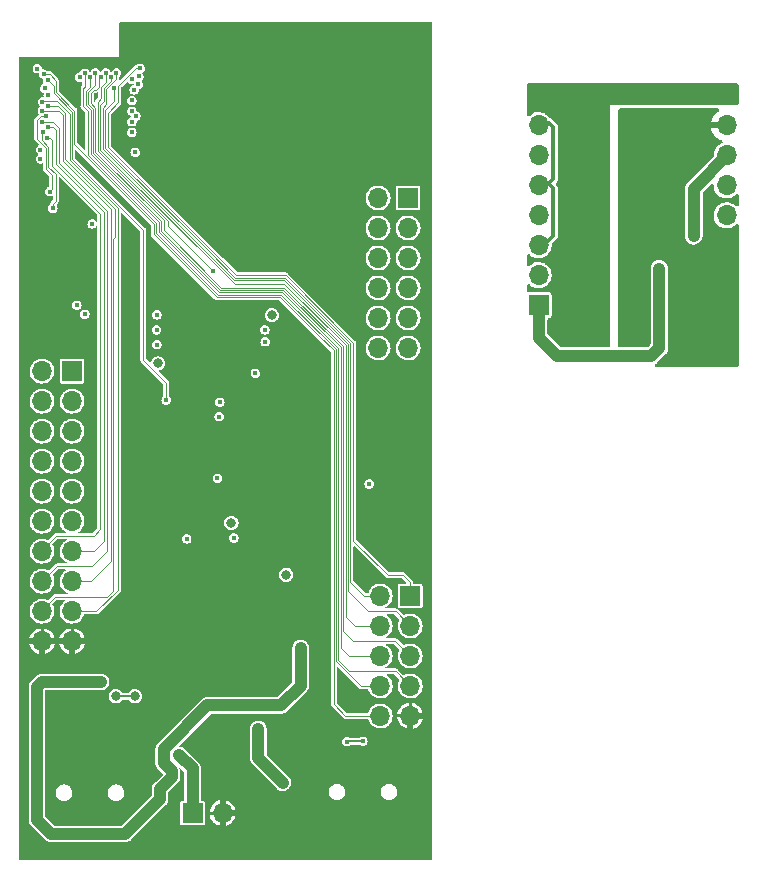
<source format=gbr>
%TF.GenerationSoftware,KiCad,Pcbnew,6.0.10-86aedd382b~118~ubuntu22.04.1*%
%TF.CreationDate,2023-01-21T23:49:39-03:00*%
%TF.ProjectId,MB_V2,4d425f56-322e-46b6-9963-61645f706362,rev?*%
%TF.SameCoordinates,Original*%
%TF.FileFunction,Copper,L4,Bot*%
%TF.FilePolarity,Positive*%
%FSLAX46Y46*%
G04 Gerber Fmt 4.6, Leading zero omitted, Abs format (unit mm)*
G04 Created by KiCad (PCBNEW 6.0.10-86aedd382b~118~ubuntu22.04.1) date 2023-01-21 23:49:39*
%MOMM*%
%LPD*%
G01*
G04 APERTURE LIST*
%TA.AperFunction,ComponentPad*%
%ADD10R,1.700000X1.700000*%
%TD*%
%TA.AperFunction,ComponentPad*%
%ADD11O,1.700000X1.700000*%
%TD*%
%TA.AperFunction,ViaPad*%
%ADD12C,0.400000*%
%TD*%
%TA.AperFunction,ViaPad*%
%ADD13C,0.800000*%
%TD*%
%TA.AperFunction,Conductor*%
%ADD14C,1.000000*%
%TD*%
%TA.AperFunction,Conductor*%
%ADD15C,0.300000*%
%TD*%
%TA.AperFunction,Conductor*%
%ADD16C,0.102000*%
%TD*%
%TA.AperFunction,Conductor*%
%ADD17C,0.101600*%
%TD*%
%TA.AperFunction,Conductor*%
%ADD18C,0.114300*%
%TD*%
%TA.AperFunction,Conductor*%
%ADD19C,0.200000*%
%TD*%
G04 APERTURE END LIST*
D10*
%TO.P,J7,1,Pin_1*%
%TO.N,+3V3*%
X127920000Y-120900000D03*
D11*
%TO.P,J7,2,Pin_2*%
%TO.N,VDDUSB*%
X125380000Y-120900000D03*
%TO.P,J7,3,Pin_3*%
%TO.N,+3V3*%
X127920000Y-123440000D03*
%TO.P,J7,4,Pin_4*%
%TO.N,PB13*%
X125380000Y-123440000D03*
%TO.P,J7,5,Pin_5*%
%TO.N,PB14*%
X127920000Y-125980000D03*
%TO.P,J7,6,Pin_6*%
%TO.N,PB15*%
X125380000Y-125980000D03*
%TO.P,J7,7,Pin_7*%
%TO.N,PB6*%
X127920000Y-128520000D03*
%TO.P,J7,8,Pin_8*%
%TO.N,PB12*%
X125380000Y-128520000D03*
%TO.P,J7,9,Pin_9*%
%TO.N,PB0*%
X127920000Y-131060000D03*
%TO.P,J7,10,Pin_10*%
%TO.N,PB1*%
X125380000Y-131060000D03*
%TO.P,J7,11,Pin_11*%
%TO.N,PC5*%
X127920000Y-133600000D03*
%TO.P,J7,12,Pin_12*%
%TO.N,PB11*%
X125380000Y-133600000D03*
%TD*%
D10*
%TO.P,J2,1,Pin_1*%
%TO.N,GNDA*%
X154900000Y-112200000D03*
D11*
%TO.P,J2,2,Pin_2*%
%TO.N,GND*%
X154900000Y-114740000D03*
%TO.P,J2,3,Pin_3*%
%TO.N,+3V3*%
X154900000Y-117280000D03*
%TO.P,J2,4,Pin_4*%
%TO.N,/Track_Mag/DATA*%
X154900000Y-119820000D03*
%TO.P,J2,5,Pin_5*%
%TO.N,/Track_Mag/STROBE*%
X154900000Y-122360000D03*
%TD*%
D10*
%TO.P,J6,1,Pin_1*%
%TO.N,5V_Prog*%
X99470000Y-135570000D03*
D11*
%TO.P,J6,2,Pin_2*%
X96930000Y-135570000D03*
%TO.P,J6,3,Pin_3*%
%TO.N,+3V3*%
X99470000Y-138110000D03*
%TO.P,J6,4,Pin_4*%
X96930000Y-138110000D03*
%TO.P,J6,5,Pin_5*%
%TO.N,PB5*%
X99470000Y-140650000D03*
%TO.P,J6,6,Pin_6*%
%TO.N,PB7*%
X96930000Y-140650000D03*
%TO.P,J6,7,Pin_7*%
%TO.N,PC11*%
X99470000Y-143190000D03*
%TO.P,J6,8,Pin_8*%
%TO.N,PC10*%
X96930000Y-143190000D03*
%TO.P,J6,9,Pin_9*%
%TO.N,PA13*%
X99470000Y-145730000D03*
%TO.P,J6,10,Pin_10*%
%TO.N,PC12*%
X96930000Y-145730000D03*
%TO.P,J6,11,Pin_11*%
%TO.N,PA15*%
X99470000Y-148270000D03*
%TO.P,J6,12,Pin_12*%
%TO.N,PA14*%
X96930000Y-148270000D03*
%TO.P,J6,13,Pin_13*%
%TO.N,PC0*%
X99470000Y-150810000D03*
%TO.P,J6,14,Pin_14*%
%TO.N,PB8*%
X96930000Y-150810000D03*
%TO.P,J6,15,Pin_15*%
%TO.N,PC1*%
X99470000Y-153350000D03*
%TO.P,J6,16,Pin_16*%
%TO.N,PB9*%
X96930000Y-153350000D03*
%TO.P,J6,17,Pin_17*%
%TO.N,PC3*%
X99470000Y-155890000D03*
%TO.P,J6,18,Pin_18*%
%TO.N,PC2*%
X96930000Y-155890000D03*
%TO.P,J6,19,Pin_19*%
%TO.N,GND*%
X99470000Y-158430000D03*
%TO.P,J6,20,Pin_20*%
X96930000Y-158430000D03*
%TD*%
D10*
%TO.P,J5,1,Pin_1*%
%TO.N,PB10*%
X128100000Y-154600000D03*
D11*
%TO.P,J5,2,Pin_2*%
%TO.N,PB2*%
X125560000Y-154600000D03*
%TO.P,J5,3,Pin_3*%
%TO.N,PC4*%
X128100000Y-157140000D03*
%TO.P,J5,4,Pin_4*%
%TO.N,PA8*%
X125560000Y-157140000D03*
%TO.P,J5,5,Pin_5*%
%TO.N,PA7*%
X128100000Y-159680000D03*
%TO.P,J5,6,Pin_6*%
%TO.N,PA6*%
X125560000Y-159680000D03*
%TO.P,J5,7,Pin_7*%
%TO.N,PA5*%
X128100000Y-162220000D03*
%TO.P,J5,8,Pin_8*%
%TO.N,PA4*%
X125560000Y-162220000D03*
%TO.P,J5,9,Pin_9*%
%TO.N,GND*%
X128100000Y-164760000D03*
%TO.P,J5,10,Pin_10*%
%TO.N,PA1*%
X125560000Y-164760000D03*
%TD*%
D10*
%TO.P,J1,1,Pin_1*%
%TO.N,+24V*%
X138975000Y-129975000D03*
D11*
%TO.P,J1,2,Pin_2*%
%TO.N,/Track_Mag/Track_C*%
X138975000Y-127435000D03*
%TO.P,J1,3,Pin_3*%
%TO.N,/Track_Mag/HC*%
X138975000Y-124895000D03*
%TO.P,J1,4,Pin_4*%
%TO.N,/Track_Mag/Track_B*%
X138975000Y-122355000D03*
%TO.P,J1,5,Pin_5*%
%TO.N,/Track_Mag/HC*%
X138975000Y-119815000D03*
%TO.P,J1,6,Pin_6*%
%TO.N,/Track_Mag/Track_A*%
X138975000Y-117275000D03*
%TO.P,J1,7,Pin_7*%
%TO.N,/Track_Mag/HC*%
X138975000Y-114735000D03*
%TO.P,J1,8,Pin_8*%
%TO.N,GNDA*%
X138975000Y-112195000D03*
%TD*%
D10*
%TO.P,J8,1,Pin_1*%
%TO.N,+24V*%
X109680000Y-172980000D03*
D11*
%TO.P,J8,2,Pin_2*%
%TO.N,GND*%
X112220000Y-172980000D03*
%TD*%
D12*
%TO.N,+3V3*%
X97173350Y-111593789D03*
D13*
X117610000Y-152800000D03*
X152100000Y-124100000D03*
X116380000Y-130820000D03*
D12*
X96800000Y-117600000D03*
X97450000Y-112193349D03*
D13*
X117300000Y-170400000D03*
X112960000Y-148410000D03*
X115240000Y-165850000D03*
D12*
X124620000Y-145120000D03*
D13*
X106734973Y-134915027D03*
D12*
X96793377Y-116806623D03*
D13*
%TO.N,GND*%
X114000000Y-117000000D03*
D12*
X102440000Y-109160000D03*
D13*
X110000000Y-109000000D03*
X124000000Y-109000000D03*
X151700000Y-115200000D03*
X119000000Y-119000000D03*
X147870000Y-122040000D03*
X96500000Y-129000000D03*
X119000000Y-115000000D03*
X126000000Y-145000000D03*
X118000000Y-138500000D03*
X122000000Y-117000000D03*
X118000000Y-117000000D03*
X107000000Y-111000000D03*
X127000000Y-107000000D03*
X126000000Y-141000000D03*
X123000000Y-107000000D03*
X113000000Y-107000000D03*
X120000000Y-121000000D03*
X114500000Y-155000000D03*
X126000000Y-147000000D03*
D12*
X103940000Y-109120000D03*
D13*
X117000000Y-119000000D03*
X146550000Y-122000000D03*
X126000000Y-149000000D03*
X120000000Y-113000000D03*
X128000000Y-109000000D03*
X124000000Y-144000000D03*
X119500000Y-150000000D03*
X105000000Y-165000000D03*
D12*
X98010000Y-109250000D03*
D13*
X121000000Y-119000000D03*
X150650000Y-122120000D03*
D12*
X98750000Y-109230000D03*
D13*
X115500000Y-141000000D03*
X120000000Y-109000000D03*
X109000000Y-144000000D03*
X119000000Y-111000000D03*
X154000000Y-129100000D03*
X108000000Y-164000000D03*
X114500000Y-156500000D03*
X106500000Y-164000000D03*
X128000000Y-136000000D03*
X109500000Y-157500000D03*
X119000000Y-107000000D03*
D12*
X101230000Y-109140000D03*
D13*
X127000000Y-111000000D03*
X123000000Y-115000000D03*
D12*
X101500000Y-112200000D03*
X99670000Y-109170000D03*
D13*
X112000000Y-109000000D03*
X126000000Y-109000000D03*
X128000000Y-142000000D03*
X123000000Y-119000000D03*
X118000000Y-142000000D03*
X112000000Y-117000000D03*
X126000000Y-139000000D03*
X117000000Y-107000000D03*
X122000000Y-109000000D03*
X113000000Y-115000000D03*
X126000000Y-116500000D03*
X106000000Y-109000000D03*
X111000000Y-111000000D03*
X122000000Y-113000000D03*
X108000000Y-113000000D03*
X109000000Y-142000000D03*
X105000000Y-107000000D03*
X128000000Y-152000000D03*
X109000000Y-107000000D03*
X118000000Y-113000000D03*
D12*
X112670000Y-168580000D03*
D13*
X126000000Y-137000000D03*
X128000000Y-138000000D03*
X124000000Y-138000000D03*
X115500000Y-143500000D03*
X124000000Y-113000000D03*
X147540000Y-116250000D03*
X126000000Y-135000000D03*
X118500000Y-149000000D03*
X128000000Y-146000000D03*
X109000000Y-115000000D03*
X147640000Y-117250000D03*
X149370000Y-122090000D03*
X109500000Y-155500000D03*
X117010000Y-173120000D03*
X110000000Y-113000000D03*
D12*
X103910000Y-107740000D03*
D13*
X114000000Y-113000000D03*
X113000000Y-111000000D03*
X124000000Y-136000000D03*
X108000000Y-162500000D03*
X114000000Y-109000000D03*
X115000000Y-115000000D03*
X108000000Y-109000000D03*
X115000000Y-111000000D03*
X121900000Y-172575000D03*
X121000000Y-111000000D03*
X147640000Y-115050000D03*
X121000000Y-107000000D03*
X97500000Y-132000000D03*
X114500000Y-158000000D03*
X110000000Y-117000000D03*
X96500000Y-124500000D03*
X108000000Y-157000000D03*
X98275000Y-173150000D03*
X111000000Y-107000000D03*
X116000000Y-113000000D03*
X128000000Y-144000000D03*
D12*
X97020000Y-125880000D03*
X103890000Y-108260000D03*
D13*
X111000000Y-115000000D03*
X128000000Y-113000000D03*
X124000000Y-142000000D03*
X118470000Y-171860000D03*
D12*
X103260000Y-109210000D03*
D13*
X115000000Y-107000000D03*
X107000000Y-115000000D03*
X116000000Y-117000000D03*
X146440000Y-113950000D03*
X112000000Y-113000000D03*
X124000000Y-117000000D03*
X125000000Y-107000000D03*
X118000000Y-109000000D03*
X124000000Y-146000000D03*
D12*
X112090000Y-167740000D03*
X96890000Y-109260000D03*
D13*
X125000000Y-148000000D03*
X96500000Y-133000000D03*
X115500000Y-145500000D03*
X104625000Y-166275000D03*
X124500000Y-153000000D03*
X108000000Y-155000000D03*
X118000000Y-121000000D03*
X120000000Y-117000000D03*
X123000000Y-111000000D03*
X146540000Y-116250000D03*
X108000000Y-117000000D03*
X147540000Y-113950000D03*
X107000000Y-107000000D03*
X97500000Y-130000000D03*
X128000000Y-140000000D03*
X97000000Y-127500000D03*
X127000000Y-151000000D03*
X121000000Y-115000000D03*
X117000000Y-115000000D03*
X127000000Y-115000000D03*
X146440000Y-117250000D03*
X126000000Y-143000000D03*
X106000000Y-162500000D03*
D12*
X101840000Y-109160000D03*
D13*
X98500000Y-133500000D03*
X109000000Y-111000000D03*
X116000000Y-109000000D03*
X128000000Y-148000000D03*
X96500000Y-131000000D03*
X124000000Y-140000000D03*
D12*
X118040000Y-168790000D03*
D13*
X126225000Y-172725000D03*
X118000000Y-140500000D03*
X128000000Y-116500000D03*
X146540000Y-115050000D03*
X126000000Y-113000000D03*
X122000000Y-121000000D03*
X128000000Y-150000000D03*
D12*
X100610000Y-109220000D03*
X112150000Y-166770000D03*
D13*
X117000000Y-111000000D03*
X125000000Y-111000000D03*
X125000000Y-115000000D03*
%TO.N,+24V*%
X108560000Y-168080000D03*
X149200000Y-126900000D03*
D12*
%TO.N,/STM32BLE/NRST*%
X109180000Y-149760000D03*
X97300000Y-114000000D03*
X97570000Y-120370000D03*
%TO.N,/STM32BLE/BOOT0*%
X97024302Y-115303338D03*
X97849500Y-121780000D03*
X113170000Y-149690000D03*
%TO.N,MEM_CS*%
X96535848Y-109957092D03*
X114990000Y-135750000D03*
%TO.N,PB10*%
X105250000Y-109925000D03*
%TO.N,MEM_IO3{slash}HOLD*%
X106650000Y-133325000D03*
%TO.N,MEM_SCK*%
X106625000Y-132075000D03*
X100121026Y-110675167D03*
%TO.N,MEM_IO0{slash}DI*%
X106650000Y-130800000D03*
%TO.N,/STM32BLE/INT*%
X107440000Y-138010000D03*
X97408177Y-110897663D03*
%TO.N,PB15*%
X104880819Y-113989005D03*
%TO.N,PB12*%
X104529306Y-112650001D03*
%TO.N,PB0*%
X104729304Y-111750002D03*
%TO.N,PB1*%
X105092591Y-111288689D03*
%TO.N,PB11*%
X105126379Y-110611715D03*
%TO.N,PB2*%
X102998546Y-111625819D03*
%TO.N,USART_CTS*%
X111930000Y-139420000D03*
X100560000Y-130750000D03*
%TO.N,USART_RTS_DE*%
X111780000Y-144640000D03*
X99880000Y-129990000D03*
%TO.N,MEM_IO1{slash}DO*%
X115825000Y-133075000D03*
%TO.N,PA1*%
X97070970Y-110415091D03*
%TO.N,PC3*%
X96963509Y-112764979D03*
%TO.N,PC2*%
X97435427Y-113124120D03*
%TO.N,PC1*%
X96955079Y-113526443D03*
%TO.N,PC0*%
X97456132Y-114909198D03*
%TO.N,USART_RX*%
X101180000Y-123090000D03*
X111980000Y-138190000D03*
%TO.N,PC5*%
X104531384Y-110851249D03*
%TO.N,PC4*%
X103235133Y-110302114D03*
%TO.N,PA8*%
X102782333Y-110676520D03*
%TO.N,USART_TX*%
X102340000Y-110320000D03*
X111424644Y-127090224D03*
%TO.N,PA7*%
X101910645Y-110679483D03*
%TO.N,PA6*%
X101440000Y-110310000D03*
%TO.N,PA5*%
X100988685Y-110679193D03*
%TO.N,PA4*%
X100550000Y-110330000D03*
%TO.N,MEM_IO2{slash}WP*%
X115800000Y-132075000D03*
D13*
%TO.N,USB_N*%
X103164999Y-163100000D03*
X104774999Y-163100000D03*
%TO.N,5V_Prog*%
X118830000Y-159010000D03*
X101910000Y-161890000D03*
X106910000Y-170930000D03*
D12*
%TO.N,VDDUSB*%
X104826066Y-117026269D03*
%TO.N,PB6*%
X104529308Y-113550000D03*
%TO.N,PB8*%
X97353785Y-115804181D03*
%TO.N,PB9*%
X96966624Y-114508999D03*
%TO.N,PB13*%
X104529306Y-115350000D03*
%TO.N,PB14*%
X104529306Y-114449999D03*
%TO.N,/STM32BLE/Modulo_conn/Prog_+*%
X124100000Y-166900000D03*
X122750000Y-166925000D03*
%TD*%
D14*
%TO.N,+3V3*%
X115240000Y-165850000D02*
X115240000Y-168340000D01*
X155125000Y-117130000D02*
X152100000Y-120155000D01*
X152100000Y-120155000D02*
X152100000Y-124100000D01*
X115240000Y-168340000D02*
X117300000Y-170400000D01*
D15*
%TO.N,/Track_Mag/HC*%
X139860000Y-114560000D02*
X140200000Y-114900000D01*
X139580000Y-124720000D02*
X138800000Y-124720000D01*
X140200000Y-124100000D02*
X139580000Y-124720000D01*
X138800000Y-114560000D02*
X139860000Y-114560000D01*
X140200000Y-120100000D02*
X140200000Y-124100000D01*
X138800000Y-119640000D02*
X139740000Y-119640000D01*
X140200000Y-119300000D02*
X140200000Y-114900000D01*
X138800000Y-119640000D02*
X139860000Y-119640000D01*
X139860000Y-119640000D02*
X140200000Y-119300000D01*
X139740000Y-119640000D02*
X140200000Y-120100000D01*
D14*
%TO.N,+24V*%
X148500000Y-134300000D02*
X149200000Y-133600000D01*
X138975000Y-132735000D02*
X138975000Y-129975000D01*
X109680000Y-169200000D02*
X108560000Y-168080000D01*
X109680000Y-172980000D02*
X109680000Y-169200000D01*
X140540000Y-134300000D02*
X138975000Y-132735000D01*
X149200000Y-133600000D02*
X149200000Y-126900000D01*
X148500000Y-134300000D02*
X140540000Y-134300000D01*
D16*
%TO.N,/STM32BLE/NRST*%
X96515624Y-115891765D02*
X97261930Y-116638071D01*
D17*
X97770000Y-120170000D02*
X97570000Y-120370000D01*
X97770000Y-118920000D02*
X97770000Y-120170000D01*
X97261930Y-117898070D02*
X97261930Y-118411930D01*
D16*
X96515624Y-114322188D02*
X96515624Y-115891765D01*
X97261930Y-116638071D02*
X97261930Y-117898070D01*
D17*
X97261930Y-118411930D02*
X97770000Y-118920000D01*
D16*
X96837812Y-114000000D02*
X96515624Y-114322188D01*
X97300000Y-114000000D02*
X96837812Y-114000000D01*
%TO.N,/STM32BLE/BOOT0*%
X96902785Y-115424855D02*
X96902785Y-115990992D01*
D17*
X97474257Y-118282907D02*
X98080000Y-118888650D01*
X97474257Y-117775743D02*
X97474257Y-118282907D01*
X97849500Y-121420500D02*
X97849500Y-121780000D01*
D16*
X97024302Y-115303338D02*
X96902785Y-115424855D01*
X97474256Y-116562463D02*
X97474257Y-117775743D01*
D17*
X98080000Y-121190000D02*
X97849500Y-121420500D01*
X98080000Y-118888650D02*
X98080000Y-121190000D01*
D16*
X96902785Y-115990992D02*
X97474256Y-116562463D01*
D17*
%TO.N,PB10*%
X123300000Y-149950000D02*
X123300000Y-133192348D01*
X128100000Y-154600000D02*
X128100000Y-153440000D01*
X102499550Y-113700000D02*
X102499550Y-116567874D01*
X104890816Y-109925000D02*
X103400000Y-111415816D01*
X103400000Y-112799550D02*
X102499550Y-113700000D01*
X103400000Y-111415816D02*
X103400000Y-112799550D01*
X102499550Y-116567874D02*
X113391076Y-127459400D01*
X128100000Y-153440000D02*
X127490000Y-152830000D01*
X117567052Y-127459400D02*
X123300000Y-133192348D01*
X113391076Y-127459400D02*
X117567052Y-127459400D01*
X126240000Y-152830000D02*
X126210000Y-152860000D01*
X126210000Y-152860000D02*
X123300000Y-149950000D01*
X127490000Y-152830000D02*
X126240000Y-152830000D01*
X105250000Y-109925000D02*
X104890816Y-109925000D01*
D16*
%TO.N,/STM32BLE/INT*%
X99467308Y-117606776D02*
X105500000Y-123639468D01*
X97926400Y-112052518D02*
X99467308Y-113593426D01*
X105500000Y-123639468D02*
X105500000Y-134600000D01*
X107440000Y-136540000D02*
X107440000Y-138010000D01*
X105500000Y-134600000D02*
X107440000Y-136540000D01*
X99467308Y-113593426D02*
X99467308Y-117606776D01*
X97408177Y-110897663D02*
X97926400Y-111415886D01*
X97926400Y-111415886D02*
X97926400Y-112052518D01*
%TO.N,PB2*%
X123040000Y-133220000D02*
X123040000Y-148890000D01*
D17*
X124230000Y-154600000D02*
X123039600Y-153409600D01*
X125560000Y-154600000D02*
X124230000Y-154600000D01*
X123039600Y-153409600D02*
X123039600Y-149735400D01*
D16*
X113298128Y-127662800D02*
X117482800Y-127662800D01*
D18*
X102998546Y-111625819D02*
X102998546Y-112721454D01*
D17*
X123040000Y-149735000D02*
X123040000Y-148890000D01*
D18*
X102998546Y-112721454D02*
X102290000Y-113430000D01*
X102290000Y-113430000D02*
X102290000Y-116654672D01*
X102290000Y-116654672D02*
X110967664Y-125332336D01*
D17*
X123039600Y-149735400D02*
X123040000Y-149735000D01*
D16*
X117482800Y-127662800D02*
X123040000Y-133220000D01*
X110967664Y-125332336D02*
X113298128Y-127662800D01*
D17*
%TO.N,PA1*%
X98130000Y-111968466D02*
X99670708Y-113509175D01*
X121617000Y-133809426D02*
X121617000Y-163757000D01*
X99670708Y-116361264D02*
X106400000Y-123090556D01*
X120265000Y-132465000D02*
X120272574Y-132465000D01*
X97070970Y-110415091D02*
X97565091Y-110415091D01*
X106400000Y-123090556D02*
X106400000Y-123995264D01*
X97565091Y-110415091D02*
X98130000Y-110980000D01*
X117112800Y-129312800D02*
X120265000Y-132465000D01*
X99670708Y-113509175D02*
X99670708Y-116361264D01*
X98130000Y-110980000D02*
X98130000Y-111968466D01*
X120272574Y-132465000D02*
X121617000Y-133809426D01*
X106400000Y-123995264D02*
X111717536Y-129312800D01*
X122620000Y-164760000D02*
X125560000Y-164760000D01*
X121617000Y-163757000D02*
X122620000Y-164760000D01*
X111717536Y-129312800D02*
X117112800Y-129312800D01*
D18*
%TO.N,PC3*%
X103334100Y-126565900D02*
X103334100Y-154105900D01*
X103334100Y-154105900D02*
X101530000Y-155910000D01*
D16*
X103334100Y-126565900D02*
X103334100Y-121761502D01*
D18*
X99360000Y-155910000D02*
X101530000Y-155910000D01*
D16*
X103334100Y-121761502D02*
X99263708Y-117691110D01*
X98223120Y-112723120D02*
X97005368Y-112723120D01*
X97005368Y-112723120D02*
X96963509Y-112764979D01*
X99263708Y-113763708D02*
X98223120Y-112723120D01*
X99263708Y-117691110D02*
X99263708Y-113763708D01*
%TO.N,PC2*%
X97435427Y-113124120D02*
X98324120Y-113124120D01*
X103130500Y-121845836D02*
X103130500Y-124200000D01*
X102463368Y-154680000D02*
X99920000Y-154680000D01*
X98900000Y-117615336D02*
X103130500Y-121845836D01*
X103130500Y-124200000D02*
X102971684Y-124358816D01*
X102971684Y-154171684D02*
X102463368Y-154680000D01*
X102971684Y-124358816D02*
X102971684Y-154171684D01*
D18*
X98050000Y-154680000D02*
X99920000Y-154680000D01*
X96820000Y-155910000D02*
X98050000Y-154680000D01*
D16*
X98900000Y-113700000D02*
X98900000Y-117615336D01*
X98324120Y-113124120D02*
X98900000Y-113700000D01*
%TO.N,PC1*%
X98326443Y-113526443D02*
X96955079Y-113526443D01*
X98696400Y-117796400D02*
X98696400Y-113896400D01*
X99470000Y-153350000D02*
X101050000Y-153350000D01*
X102768084Y-151631916D02*
X102768084Y-121868084D01*
X98696400Y-113896400D02*
X98326443Y-113526443D01*
X102768084Y-121868084D02*
X98696400Y-117796400D01*
X101050000Y-153350000D02*
X102768084Y-151631916D01*
%TO.N,PC0*%
X102164084Y-122118268D02*
X102164084Y-149935916D01*
X101290000Y-150810000D02*
X99470000Y-150810000D01*
X98078256Y-118032440D02*
X102164084Y-122118268D01*
X102164084Y-149935916D02*
X101290000Y-150810000D01*
X97456132Y-114909198D02*
X97865710Y-114909198D01*
X98078256Y-115121744D02*
X98078256Y-118032440D01*
X97865710Y-114909198D02*
X98078256Y-115121744D01*
D17*
%TO.N,PC4*%
X102369900Y-111687648D02*
X102369900Y-112940100D01*
X103235133Y-110822415D02*
X102369900Y-111687648D01*
D16*
X113196400Y-127866400D02*
X117398466Y-127866400D01*
X122836400Y-148986400D02*
X122836400Y-133304334D01*
X117398466Y-127866400D02*
X122836400Y-133304334D01*
D18*
X102060000Y-116730000D02*
X111035000Y-125705000D01*
D16*
X111035000Y-125705000D02*
X113196400Y-127866400D01*
D17*
X124520000Y-155900000D02*
X122836200Y-154216200D01*
D18*
X102060000Y-113250000D02*
X102060000Y-116730000D01*
D17*
X122836200Y-152888800D02*
X122836200Y-154216200D01*
X122836400Y-152888600D02*
X122836200Y-152888800D01*
X102369900Y-112940100D02*
X102060000Y-113250000D01*
X128100000Y-157140000D02*
X126860000Y-155900000D01*
X103235133Y-110302114D02*
X103235133Y-110822415D01*
X126860000Y-155900000D02*
X124520000Y-155900000D01*
X122836400Y-152888600D02*
X122836400Y-148986400D01*
%TO.N,PA8*%
X117457207Y-128212793D02*
X122633000Y-133388586D01*
X122633000Y-156353000D02*
X122633000Y-133388586D01*
X102166700Y-112719648D02*
X101850451Y-113035897D01*
X123420000Y-157140000D02*
X122633000Y-156353000D01*
X102166700Y-111585519D02*
X102166700Y-112719648D01*
X101850451Y-116816799D02*
X113246445Y-128212793D01*
X113246445Y-128212793D02*
X117457207Y-128212793D01*
X101850451Y-113035897D02*
X101850451Y-116816799D01*
X102782333Y-110969886D02*
X102166700Y-111585519D01*
X125560000Y-157140000D02*
X123420000Y-157140000D01*
X102782333Y-110676520D02*
X102782333Y-110969886D01*
%TO.N,USART_TX*%
X101647251Y-112742749D02*
X101957150Y-112432850D01*
X107590000Y-123250000D02*
X107590000Y-122843716D01*
X101950800Y-111509200D02*
X102340000Y-111120000D01*
X111424644Y-127084644D02*
X107590000Y-123250000D01*
X101647251Y-116900967D02*
X101647251Y-112742749D01*
X101957150Y-112432850D02*
X101950800Y-112426500D01*
X102340000Y-111120000D02*
X102340000Y-110320000D01*
X107590000Y-122843716D02*
X101647251Y-116900967D01*
X111424644Y-127090224D02*
X111424644Y-127084644D01*
X101950800Y-112426500D02*
X101950800Y-111509200D01*
%TO.N,PA7*%
X101747600Y-111496568D02*
X101747600Y-110842528D01*
X101049200Y-112013272D02*
X101316236Y-111746236D01*
X107230000Y-123645264D02*
X107230000Y-122771084D01*
X122430000Y-157605000D02*
X123245000Y-158420000D01*
X101444051Y-116985135D02*
X101444051Y-113264051D01*
X128100000Y-159680000D02*
X126840000Y-158420000D01*
X126840000Y-158420000D02*
X123245000Y-158420000D01*
X101747600Y-110842528D02*
X101910645Y-110679483D01*
X122430000Y-157605000D02*
X122430000Y-155597368D01*
X101049200Y-112869200D02*
X101049200Y-112013272D01*
X101497932Y-111746236D02*
X101747600Y-111496568D01*
X122429800Y-133472754D02*
X117457046Y-128500000D01*
X107230000Y-122771084D02*
X101444051Y-116985135D01*
X122430000Y-155597368D02*
X122429800Y-155597168D01*
X117457046Y-128500000D02*
X112084736Y-128500000D01*
X122429800Y-155597168D02*
X122429800Y-133472754D01*
X112084736Y-128500000D02*
X107230000Y-123645264D01*
X101444051Y-113264051D02*
X101049200Y-112869200D01*
X101316236Y-111746236D02*
X101497932Y-111746236D01*
%TO.N,PA6*%
X122226600Y-158976600D02*
X122930000Y-159680000D01*
X101240851Y-117069303D02*
X101240851Y-113348219D01*
X101240851Y-117069303D02*
X107009600Y-122838052D01*
X125560000Y-159680000D02*
X122930000Y-159680000D01*
X100846000Y-111929104D02*
X101440000Y-111335104D01*
X122226600Y-158976600D02*
X122226600Y-133556922D01*
X122226600Y-133556922D02*
X117372878Y-128703200D01*
X101440000Y-111335104D02*
X101440000Y-110310000D01*
X112000568Y-128703200D02*
X117372878Y-128703200D01*
X112000568Y-128703200D02*
X107009600Y-123712232D01*
X107009600Y-123712232D02*
X107009600Y-122838052D01*
X100846000Y-112953368D02*
X100846000Y-111929104D01*
X101240851Y-113348219D02*
X100846000Y-112953368D01*
%TO.N,PA5*%
X122023400Y-160048400D02*
X122023400Y-133641090D01*
X128100000Y-162220000D02*
X126867500Y-160987500D01*
X117288710Y-128906400D02*
X111916400Y-128906400D01*
X100642800Y-113037536D02*
X100642800Y-111844936D01*
X126867500Y-160987500D02*
X122962500Y-160987500D01*
X101037651Y-113432387D02*
X100642800Y-113037536D01*
X101037651Y-117153471D02*
X101037651Y-113432387D01*
X122962500Y-160987500D02*
X122023400Y-160048400D01*
X106806400Y-122922220D02*
X101037651Y-117153471D01*
X106806400Y-123796400D02*
X106806400Y-122922220D01*
X111916400Y-128906400D02*
X106806400Y-123796400D01*
X122023400Y-133641090D02*
X117288710Y-128906400D01*
X100988685Y-111499051D02*
X100988685Y-110679193D01*
X100642800Y-111844936D02*
X100988685Y-111499051D01*
%TO.N,PA4*%
X100834451Y-117237639D02*
X100834451Y-113554451D01*
X117204542Y-129109600D02*
X121820200Y-133725258D01*
X100834451Y-113554451D02*
X100439600Y-113159600D01*
X111801704Y-129109600D02*
X106603200Y-123911096D01*
X123907632Y-162220000D02*
X121820200Y-160132568D01*
X117204542Y-129109600D02*
X111801704Y-129109600D01*
X121820200Y-160132568D02*
X121820200Y-133725258D01*
X100550000Y-111470000D02*
X100550000Y-110330000D01*
X125560000Y-162220000D02*
X123907632Y-162220000D01*
X106603200Y-123006388D02*
X100834451Y-117237639D01*
X100439600Y-113159600D02*
X100439600Y-111580400D01*
X100439600Y-111580400D02*
X100550000Y-111470000D01*
X106603200Y-123911096D02*
X106603200Y-123006388D01*
D19*
%TO.N,USB_N*%
X103164999Y-163100000D02*
X104774999Y-163100000D01*
D14*
%TO.N,5V_Prog*%
X107230000Y-167580000D02*
X110940000Y-163870000D01*
X97700000Y-174740000D02*
X96500000Y-173540000D01*
X106910000Y-171800000D02*
X103970000Y-174740000D01*
X106930000Y-170930000D02*
X107900000Y-169960000D01*
X110940000Y-163870000D02*
X117150000Y-163870000D01*
X107230000Y-168760000D02*
X107230000Y-167580000D01*
X106910000Y-170930000D02*
X106930000Y-170930000D01*
X107900000Y-169430000D02*
X107230000Y-168760000D01*
X106910000Y-170930000D02*
X106910000Y-171800000D01*
X117150000Y-163870000D02*
X118830000Y-162190000D01*
X96500000Y-173540000D02*
X96500000Y-162310000D01*
X96920000Y-161890000D02*
X101910000Y-161890000D01*
X107900000Y-169960000D02*
X107900000Y-169430000D01*
X118830000Y-162190000D02*
X118830000Y-159010000D01*
X96500000Y-162310000D02*
X96920000Y-161890000D01*
X103970000Y-174740000D02*
X97700000Y-174740000D01*
D16*
%TO.N,PB8*%
X97776257Y-118157533D02*
X101862084Y-122243360D01*
X101862084Y-148937916D02*
X101290000Y-149510000D01*
X98140000Y-149510000D02*
X101290000Y-149510000D01*
X96820000Y-150830000D02*
X98140000Y-149510000D01*
X101862084Y-122243360D02*
X101862084Y-148937916D01*
X97776256Y-115976256D02*
X97776257Y-118157533D01*
X97353785Y-115804181D02*
X97604181Y-115804181D01*
X97604181Y-115804181D02*
X97776256Y-115976256D01*
%TO.N,PB9*%
X98394400Y-115005600D02*
X98389204Y-115005600D01*
X96930000Y-153350000D02*
X98180000Y-152100000D01*
X98394400Y-115005600D02*
X98394400Y-117921492D01*
X98180000Y-152100000D02*
X101200000Y-152100000D01*
X98389204Y-115005600D02*
X97841802Y-114458198D01*
X101200000Y-152100000D02*
X102466084Y-150833916D01*
X98394400Y-117921492D02*
X102466084Y-121993176D01*
X102466084Y-121993176D02*
X102466084Y-150833916D01*
X97017425Y-114458198D02*
X97841802Y-114458198D01*
X96966624Y-114508999D02*
X97017425Y-114458198D01*
D19*
%TO.N,/STM32BLE/Modulo_conn/Prog_+*%
X122775000Y-166900000D02*
X122750000Y-166925000D01*
X124100000Y-166900000D02*
X122775000Y-166900000D01*
%TD*%
%TA.AperFunction,Conductor*%
%TO.N,GND*%
G36*
X129965648Y-106014852D02*
G01*
X129980000Y-106049500D01*
X129980000Y-176891000D01*
X129965648Y-176925648D01*
X129931000Y-176940000D01*
X95049500Y-176940000D01*
X95014852Y-176925648D01*
X95000500Y-176891000D01*
X95000500Y-173576930D01*
X95795322Y-173576930D01*
X95795831Y-173579844D01*
X95806522Y-173641100D01*
X95806897Y-173643635D01*
X95814724Y-173708320D01*
X95815769Y-173711085D01*
X95815769Y-173711086D01*
X95819646Y-173721347D01*
X95822079Y-173730240D01*
X95824473Y-173743954D01*
X95825659Y-173746655D01*
X95825659Y-173746656D01*
X95850658Y-173803606D01*
X95851626Y-173805979D01*
X95874655Y-173866923D01*
X95876325Y-173869353D01*
X95876326Y-173869355D01*
X95882541Y-173878398D01*
X95887024Y-173886452D01*
X95892621Y-173899202D01*
X95894422Y-173901549D01*
X95932276Y-173950881D01*
X95933784Y-173952956D01*
X95970688Y-174006651D01*
X95972893Y-174008616D01*
X95972896Y-174008619D01*
X96018308Y-174049079D01*
X96020360Y-174051016D01*
X97186265Y-175216921D01*
X97188542Y-175219358D01*
X97227831Y-175264396D01*
X97230247Y-175266094D01*
X97230248Y-175266095D01*
X97281124Y-175301851D01*
X97283177Y-175303375D01*
X97334457Y-175343583D01*
X97342864Y-175347379D01*
X97347143Y-175349311D01*
X97355151Y-175353879D01*
X97364127Y-175360187D01*
X97364131Y-175360189D01*
X97366547Y-175361887D01*
X97369299Y-175362960D01*
X97427244Y-175385552D01*
X97429609Y-175386546D01*
X97435802Y-175389342D01*
X97488984Y-175413355D01*
X97501432Y-175415662D01*
X97502671Y-175415892D01*
X97511536Y-175418417D01*
X97512306Y-175418717D01*
X97524513Y-175423476D01*
X97527445Y-175423862D01*
X97589118Y-175431981D01*
X97591653Y-175432383D01*
X97615074Y-175436724D01*
X97655692Y-175444252D01*
X97719364Y-175440581D01*
X97722184Y-175440500D01*
X103943971Y-175440500D01*
X103947303Y-175440613D01*
X104006930Y-175444678D01*
X104071099Y-175433478D01*
X104073635Y-175433103D01*
X104138320Y-175425276D01*
X104141086Y-175424231D01*
X104151347Y-175420354D01*
X104160240Y-175417921D01*
X104171045Y-175416035D01*
X104171047Y-175416034D01*
X104173954Y-175415527D01*
X104233607Y-175389342D01*
X104235981Y-175388373D01*
X104242211Y-175386019D01*
X104296923Y-175365345D01*
X104299353Y-175363675D01*
X104299355Y-175363674D01*
X104308398Y-175357459D01*
X104316452Y-175352976D01*
X104329202Y-175347379D01*
X104380881Y-175307724D01*
X104382956Y-175306216D01*
X104434214Y-175270987D01*
X104436651Y-175269312D01*
X104438616Y-175267107D01*
X104438619Y-175267104D01*
X104479079Y-175221692D01*
X104481016Y-175219640D01*
X107386928Y-172313728D01*
X107389365Y-172311451D01*
X107432171Y-172274110D01*
X107434396Y-172272169D01*
X107471866Y-172218855D01*
X107473371Y-172216828D01*
X107511763Y-172167865D01*
X107513584Y-172165543D01*
X107519315Y-172152850D01*
X107523882Y-172144844D01*
X107530189Y-172135870D01*
X107530191Y-172135865D01*
X107531887Y-172133453D01*
X107555553Y-172072755D01*
X107556547Y-172070391D01*
X107582141Y-172013705D01*
X107582141Y-172013704D01*
X107583355Y-172011016D01*
X107585892Y-171997329D01*
X107588417Y-171988464D01*
X107592402Y-171978242D01*
X107592402Y-171978241D01*
X107593476Y-171975487D01*
X107596793Y-171950291D01*
X107601981Y-171910882D01*
X107602383Y-171908347D01*
X107608810Y-171873670D01*
X107614252Y-171844308D01*
X107610581Y-171780636D01*
X107610500Y-171777816D01*
X107610500Y-171260452D01*
X107624852Y-171225804D01*
X107994667Y-170855990D01*
X108376928Y-170473729D01*
X108379365Y-170471452D01*
X108422171Y-170434110D01*
X108424396Y-170432169D01*
X108461870Y-170378849D01*
X108463375Y-170376822D01*
X108503583Y-170325543D01*
X108509312Y-170312856D01*
X108513879Y-170304849D01*
X108520187Y-170295873D01*
X108520189Y-170295869D01*
X108521887Y-170293453D01*
X108545552Y-170232756D01*
X108546546Y-170230391D01*
X108572141Y-170173705D01*
X108572141Y-170173704D01*
X108573355Y-170171016D01*
X108575892Y-170157329D01*
X108578417Y-170148464D01*
X108582402Y-170138242D01*
X108582402Y-170138241D01*
X108583476Y-170135487D01*
X108591981Y-170070882D01*
X108592383Y-170068347D01*
X108603713Y-170007214D01*
X108604252Y-170004308D01*
X108600581Y-169940636D01*
X108600500Y-169937816D01*
X108600500Y-169456029D01*
X108600613Y-169452696D01*
X108604477Y-169396018D01*
X108604678Y-169393070D01*
X108593478Y-169328900D01*
X108593103Y-169326362D01*
X108585631Y-169264615D01*
X108585276Y-169261680D01*
X108580354Y-169248653D01*
X108577921Y-169239760D01*
X108576035Y-169228955D01*
X108576034Y-169228953D01*
X108575527Y-169226046D01*
X108574342Y-169223346D01*
X108574340Y-169223340D01*
X108570831Y-169215347D01*
X108570045Y-169177852D01*
X108596002Y-169150784D01*
X108633497Y-169149998D01*
X108650346Y-169161003D01*
X108965148Y-169475805D01*
X108979500Y-169510453D01*
X108979500Y-171880500D01*
X108965148Y-171915148D01*
X108930500Y-171929500D01*
X108810252Y-171929500D01*
X108751769Y-171941133D01*
X108747755Y-171943815D01*
X108718005Y-171963694D01*
X108685448Y-171985448D01*
X108641133Y-172051769D01*
X108629500Y-172110252D01*
X108629500Y-173849748D01*
X108641133Y-173908231D01*
X108685448Y-173974552D01*
X108751769Y-174018867D01*
X108810252Y-174030500D01*
X110549748Y-174030500D01*
X110608231Y-174018867D01*
X110674552Y-173974552D01*
X110718867Y-173908231D01*
X110730500Y-173849748D01*
X110730500Y-173115960D01*
X111125671Y-173115960D01*
X111127948Y-173150694D01*
X111128650Y-173155124D01*
X111177343Y-173346856D01*
X111178833Y-173351065D01*
X111261652Y-173530713D01*
X111263896Y-173534598D01*
X111378058Y-173696134D01*
X111380970Y-173699545D01*
X111522672Y-173837584D01*
X111526139Y-173840392D01*
X111690625Y-173950298D01*
X111694558Y-173952433D01*
X111876311Y-174030520D01*
X111880570Y-174031904D01*
X112073512Y-174075563D01*
X112077946Y-174076146D01*
X112084861Y-174076418D01*
X112091328Y-174074032D01*
X112094600Y-174066553D01*
X112094600Y-174064461D01*
X112345400Y-174064461D01*
X112348255Y-174071353D01*
X112352620Y-174073161D01*
X112475855Y-174055293D01*
X112480203Y-174054250D01*
X112667535Y-173990658D01*
X112671611Y-173988843D01*
X112844209Y-173892184D01*
X112847898Y-173889649D01*
X112999995Y-173763151D01*
X113003151Y-173759995D01*
X113129649Y-173607898D01*
X113132184Y-173604209D01*
X113228843Y-173431611D01*
X113230658Y-173427535D01*
X113294250Y-173240203D01*
X113295293Y-173235855D01*
X113312809Y-173115045D01*
X113310973Y-173107816D01*
X113306912Y-173105400D01*
X112355147Y-173105400D01*
X112348255Y-173108255D01*
X112345400Y-173115147D01*
X112345400Y-174064461D01*
X112094600Y-174064461D01*
X112094600Y-173115147D01*
X112091745Y-173108255D01*
X112084853Y-173105400D01*
X111134726Y-173105400D01*
X111128707Y-173107893D01*
X111125671Y-173115960D01*
X110730500Y-173115960D01*
X110730500Y-172844920D01*
X111127426Y-172844920D01*
X111129450Y-172852100D01*
X111133915Y-172854600D01*
X112084853Y-172854600D01*
X112091745Y-172851745D01*
X112094600Y-172844853D01*
X112345400Y-172844853D01*
X112348255Y-172851745D01*
X112355147Y-172854600D01*
X113304246Y-172854600D01*
X113311138Y-172851745D01*
X113313260Y-172846622D01*
X113307210Y-172780780D01*
X113306393Y-172776368D01*
X113252697Y-172585979D01*
X113251096Y-172581806D01*
X113163601Y-172404385D01*
X113161260Y-172400566D01*
X113042906Y-172242070D01*
X113039904Y-172238736D01*
X112894646Y-172104461D01*
X112891095Y-172101736D01*
X112723795Y-171996178D01*
X112719805Y-171994145D01*
X112536070Y-171920841D01*
X112531782Y-171919571D01*
X112354957Y-171884399D01*
X112347643Y-171885854D01*
X112345400Y-171889211D01*
X112345400Y-172844853D01*
X112094600Y-172844853D01*
X112094600Y-171894282D01*
X112091745Y-171887390D01*
X112087711Y-171885719D01*
X111936084Y-171911774D01*
X111931764Y-171912931D01*
X111746171Y-171981400D01*
X111742133Y-171983326D01*
X111572124Y-172084470D01*
X111568505Y-172087100D01*
X111419776Y-172217532D01*
X111416698Y-172220774D01*
X111294226Y-172376129D01*
X111291788Y-172379885D01*
X111199686Y-172554941D01*
X111197967Y-172559090D01*
X111139310Y-172747999D01*
X111138377Y-172752389D01*
X111127426Y-172844920D01*
X110730500Y-172844920D01*
X110730500Y-172110252D01*
X110718867Y-172051769D01*
X110674552Y-171985448D01*
X110641995Y-171963694D01*
X110612245Y-171943815D01*
X110608231Y-171941133D01*
X110549748Y-171929500D01*
X110429500Y-171929500D01*
X110394852Y-171915148D01*
X110380500Y-171880500D01*
X110380500Y-171281105D01*
X121199031Y-171281105D01*
X121199720Y-171283974D01*
X121199720Y-171283976D01*
X121200792Y-171288441D01*
X121238612Y-171445968D01*
X121316375Y-171596631D01*
X121427831Y-171724396D01*
X121430246Y-171726094D01*
X121430248Y-171726095D01*
X121437209Y-171730987D01*
X121566547Y-171821887D01*
X121569295Y-171822958D01*
X121569298Y-171822960D01*
X121672711Y-171863279D01*
X121724513Y-171883476D01*
X121853826Y-171900500D01*
X121942516Y-171900500D01*
X122068320Y-171885276D01*
X122094602Y-171875345D01*
X122224158Y-171826390D01*
X122224159Y-171826389D01*
X122226923Y-171825345D01*
X122366651Y-171729312D01*
X122368616Y-171727107D01*
X122368619Y-171727104D01*
X122477472Y-171604930D01*
X122477473Y-171604929D01*
X122479440Y-171602721D01*
X122558776Y-171452881D01*
X122560513Y-171445968D01*
X122599361Y-171291306D01*
X122600081Y-171288441D01*
X122600119Y-171281105D01*
X125599031Y-171281105D01*
X125599720Y-171283974D01*
X125599720Y-171283976D01*
X125600792Y-171288441D01*
X125638612Y-171445968D01*
X125716375Y-171596631D01*
X125827831Y-171724396D01*
X125830246Y-171726094D01*
X125830248Y-171726095D01*
X125837209Y-171730987D01*
X125966547Y-171821887D01*
X125969295Y-171822958D01*
X125969298Y-171822960D01*
X126072711Y-171863279D01*
X126124513Y-171883476D01*
X126253826Y-171900500D01*
X126342516Y-171900500D01*
X126468320Y-171885276D01*
X126494602Y-171875345D01*
X126624158Y-171826390D01*
X126624159Y-171826389D01*
X126626923Y-171825345D01*
X126766651Y-171729312D01*
X126768616Y-171727107D01*
X126768619Y-171727104D01*
X126877472Y-171604930D01*
X126877473Y-171604929D01*
X126879440Y-171602721D01*
X126958776Y-171452881D01*
X126960513Y-171445968D01*
X126999361Y-171291306D01*
X127000081Y-171288441D01*
X127000969Y-171118895D01*
X126999918Y-171114515D01*
X126979733Y-171030441D01*
X126961388Y-170954032D01*
X126906289Y-170847279D01*
X126884978Y-170805990D01*
X126884977Y-170805989D01*
X126883625Y-170803369D01*
X126772169Y-170675604D01*
X126765175Y-170670688D01*
X126635870Y-170579812D01*
X126633453Y-170578113D01*
X126630705Y-170577042D01*
X126630702Y-170577040D01*
X126522970Y-170535037D01*
X126475487Y-170516524D01*
X126346174Y-170499500D01*
X126257484Y-170499500D01*
X126131680Y-170514724D01*
X126128917Y-170515768D01*
X125975842Y-170573610D01*
X125975841Y-170573611D01*
X125973077Y-170574655D01*
X125833349Y-170670688D01*
X125831384Y-170672893D01*
X125831381Y-170672896D01*
X125722528Y-170795070D01*
X125720560Y-170797279D01*
X125641224Y-170947119D01*
X125640506Y-170949977D01*
X125640505Y-170949980D01*
X125626206Y-171006907D01*
X125599919Y-171111559D01*
X125599672Y-171158694D01*
X125599321Y-171225804D01*
X125599031Y-171281105D01*
X122600119Y-171281105D01*
X122600969Y-171118895D01*
X122599918Y-171114515D01*
X122579733Y-171030441D01*
X122561388Y-170954032D01*
X122506289Y-170847279D01*
X122484978Y-170805990D01*
X122484977Y-170805989D01*
X122483625Y-170803369D01*
X122372169Y-170675604D01*
X122365175Y-170670688D01*
X122235870Y-170579812D01*
X122233453Y-170578113D01*
X122230705Y-170577042D01*
X122230702Y-170577040D01*
X122122970Y-170535037D01*
X122075487Y-170516524D01*
X121946174Y-170499500D01*
X121857484Y-170499500D01*
X121731680Y-170514724D01*
X121728917Y-170515768D01*
X121575842Y-170573610D01*
X121575841Y-170573611D01*
X121573077Y-170574655D01*
X121433349Y-170670688D01*
X121431384Y-170672893D01*
X121431381Y-170672896D01*
X121322528Y-170795070D01*
X121320560Y-170797279D01*
X121241224Y-170947119D01*
X121240506Y-170949977D01*
X121240505Y-170949980D01*
X121226206Y-171006907D01*
X121199919Y-171111559D01*
X121199672Y-171158694D01*
X121199321Y-171225804D01*
X121199031Y-171281105D01*
X110380500Y-171281105D01*
X110380500Y-169226029D01*
X110380613Y-169222696D01*
X110384477Y-169166018D01*
X110384678Y-169163070D01*
X110373478Y-169098900D01*
X110373103Y-169096362D01*
X110365631Y-169034615D01*
X110365276Y-169031680D01*
X110360354Y-169018653D01*
X110357921Y-169009760D01*
X110356035Y-168998958D01*
X110355527Y-168996046D01*
X110329338Y-168936385D01*
X110328380Y-168934039D01*
X110327265Y-168931086D01*
X110305345Y-168873077D01*
X110303670Y-168870640D01*
X110303668Y-168870636D01*
X110297460Y-168861603D01*
X110292975Y-168853545D01*
X110288569Y-168843508D01*
X110288565Y-168843502D01*
X110287378Y-168840797D01*
X110247717Y-168789110D01*
X110246210Y-168787036D01*
X110210987Y-168735786D01*
X110209312Y-168733349D01*
X110207107Y-168731384D01*
X110207104Y-168731381D01*
X110161692Y-168690921D01*
X110159640Y-168688984D01*
X109847586Y-168376930D01*
X114535322Y-168376930D01*
X114535831Y-168379844D01*
X114546522Y-168441100D01*
X114546897Y-168443635D01*
X114554724Y-168508320D01*
X114555769Y-168511085D01*
X114555769Y-168511086D01*
X114559646Y-168521347D01*
X114562079Y-168530240D01*
X114564473Y-168543954D01*
X114565659Y-168546655D01*
X114565659Y-168546656D01*
X114590658Y-168603606D01*
X114591626Y-168605979D01*
X114614655Y-168666923D01*
X114616325Y-168669353D01*
X114616326Y-168669355D01*
X114622541Y-168678398D01*
X114627024Y-168686452D01*
X114632621Y-168699202D01*
X114634422Y-168701549D01*
X114672276Y-168750881D01*
X114673784Y-168752956D01*
X114710688Y-168806651D01*
X114712893Y-168808616D01*
X114712896Y-168808619D01*
X114758308Y-168849079D01*
X114760360Y-168851016D01*
X116834735Y-170925392D01*
X116865237Y-170949309D01*
X116932134Y-171001763D01*
X116932137Y-171001765D01*
X116934457Y-171003584D01*
X117088984Y-171073355D01*
X117091887Y-171073893D01*
X117091890Y-171073894D01*
X117252794Y-171103715D01*
X117252795Y-171103715D01*
X117255692Y-171104252D01*
X117424959Y-171094493D01*
X117497625Y-171072138D01*
X117584187Y-171045508D01*
X117584189Y-171045507D01*
X117587011Y-171044639D01*
X117732495Y-170957569D01*
X117745688Y-170944514D01*
X117841308Y-170849890D01*
X117853010Y-170838310D01*
X117875718Y-170801254D01*
X117940053Y-170696268D01*
X117940054Y-170696265D01*
X117941598Y-170693746D01*
X117977959Y-170579812D01*
X117992249Y-170535037D01*
X117992250Y-170535034D01*
X117993146Y-170532225D01*
X117993484Y-170527279D01*
X118004477Y-170366018D01*
X118004678Y-170363070D01*
X117975527Y-170196046D01*
X117907379Y-170040798D01*
X117877117Y-170001360D01*
X117828951Y-169938589D01*
X117828945Y-169938582D01*
X117827978Y-169937322D01*
X116900416Y-169009760D01*
X115954852Y-168064195D01*
X115940500Y-168029547D01*
X115940500Y-166925000D01*
X122344508Y-166925000D01*
X122345111Y-166928807D01*
X122359792Y-167021498D01*
X122364354Y-167050304D01*
X122421950Y-167163342D01*
X122511658Y-167253050D01*
X122515091Y-167254799D01*
X122515092Y-167254800D01*
X122568177Y-167281848D01*
X122624696Y-167310646D01*
X122628501Y-167311249D01*
X122628502Y-167311249D01*
X122746193Y-167329889D01*
X122750000Y-167330492D01*
X122753807Y-167329889D01*
X122871498Y-167311249D01*
X122871499Y-167311249D01*
X122875304Y-167310646D01*
X122931823Y-167281848D01*
X122984908Y-167254800D01*
X122984909Y-167254799D01*
X122988342Y-167253050D01*
X123026540Y-167214852D01*
X123061188Y-167200500D01*
X123813812Y-167200500D01*
X123848460Y-167214852D01*
X123861658Y-167228050D01*
X123865091Y-167229799D01*
X123865092Y-167229800D01*
X123897960Y-167246547D01*
X123974696Y-167285646D01*
X123978501Y-167286249D01*
X123978502Y-167286249D01*
X124096193Y-167304889D01*
X124100000Y-167305492D01*
X124103807Y-167304889D01*
X124221498Y-167286249D01*
X124221499Y-167286249D01*
X124225304Y-167285646D01*
X124302040Y-167246547D01*
X124334908Y-167229800D01*
X124334909Y-167229799D01*
X124338342Y-167228050D01*
X124428050Y-167138342D01*
X124485646Y-167025304D01*
X124505492Y-166900000D01*
X124501941Y-166877582D01*
X124486249Y-166778502D01*
X124486249Y-166778501D01*
X124485646Y-166774696D01*
X124428050Y-166661658D01*
X124338342Y-166571950D01*
X124334909Y-166570201D01*
X124334908Y-166570200D01*
X124273186Y-166538751D01*
X124225304Y-166514354D01*
X124221499Y-166513751D01*
X124221498Y-166513751D01*
X124103807Y-166495111D01*
X124100000Y-166494508D01*
X124096193Y-166495111D01*
X123978502Y-166513751D01*
X123978501Y-166513751D01*
X123974696Y-166514354D01*
X123926814Y-166538751D01*
X123865092Y-166570200D01*
X123865091Y-166570201D01*
X123861658Y-166571950D01*
X123848460Y-166585148D01*
X123813812Y-166599500D01*
X123005110Y-166599500D01*
X122982864Y-166594159D01*
X122935842Y-166570200D01*
X122875304Y-166539354D01*
X122871499Y-166538751D01*
X122871498Y-166538751D01*
X122753807Y-166520111D01*
X122750000Y-166519508D01*
X122746193Y-166520111D01*
X122628502Y-166538751D01*
X122628501Y-166538751D01*
X122624696Y-166539354D01*
X122568177Y-166568152D01*
X122515092Y-166595200D01*
X122515091Y-166595201D01*
X122511658Y-166596950D01*
X122421950Y-166686658D01*
X122364354Y-166799696D01*
X122344508Y-166925000D01*
X115940500Y-166925000D01*
X115940500Y-165807484D01*
X115925276Y-165681680D01*
X115914189Y-165652338D01*
X115866390Y-165525842D01*
X115866389Y-165525841D01*
X115865345Y-165523077D01*
X115817329Y-165453213D01*
X115770987Y-165385786D01*
X115769312Y-165383349D01*
X115767107Y-165381384D01*
X115767104Y-165381381D01*
X115644930Y-165272528D01*
X115644929Y-165272527D01*
X115642721Y-165270560D01*
X115492881Y-165191224D01*
X115490023Y-165190506D01*
X115490020Y-165190505D01*
X115410133Y-165170439D01*
X115328441Y-165149919D01*
X115242311Y-165149468D01*
X115161848Y-165149046D01*
X115161844Y-165149046D01*
X115158895Y-165149031D01*
X115156026Y-165149720D01*
X115156024Y-165149720D01*
X115070441Y-165170267D01*
X114994032Y-165188612D01*
X114843369Y-165266375D01*
X114715604Y-165377831D01*
X114618113Y-165516547D01*
X114617042Y-165519295D01*
X114617040Y-165519298D01*
X114614489Y-165525842D01*
X114556524Y-165674513D01*
X114539500Y-165803826D01*
X114539500Y-168313971D01*
X114539387Y-168317303D01*
X114535322Y-168376930D01*
X109847586Y-168376930D01*
X109026308Y-167555651D01*
X109025265Y-167554608D01*
X108994763Y-167530691D01*
X108927866Y-167478237D01*
X108927863Y-167478235D01*
X108925543Y-167476416D01*
X108771016Y-167406645D01*
X108768113Y-167406107D01*
X108768110Y-167406106D01*
X108607206Y-167376285D01*
X108607205Y-167376285D01*
X108604308Y-167375748D01*
X108542372Y-167379319D01*
X108506956Y-167366985D01*
X108490633Y-167333220D01*
X108504904Y-167295752D01*
X111215804Y-164584852D01*
X111250452Y-164570500D01*
X117123971Y-164570500D01*
X117127303Y-164570613D01*
X117186930Y-164574678D01*
X117251099Y-164563478D01*
X117253635Y-164563103D01*
X117318320Y-164555276D01*
X117331345Y-164550354D01*
X117340240Y-164547921D01*
X117351045Y-164546035D01*
X117351047Y-164546034D01*
X117353954Y-164545527D01*
X117413607Y-164519342D01*
X117415981Y-164518373D01*
X117456127Y-164503203D01*
X117476923Y-164495345D01*
X117479353Y-164493675D01*
X117479355Y-164493674D01*
X117488398Y-164487459D01*
X117496452Y-164482976D01*
X117509202Y-164477379D01*
X117560881Y-164437724D01*
X117562956Y-164436216D01*
X117614214Y-164400987D01*
X117616651Y-164399312D01*
X117618616Y-164397107D01*
X117618619Y-164397104D01*
X117659079Y-164351692D01*
X117661016Y-164349640D01*
X119306928Y-162703729D01*
X119309365Y-162701452D01*
X119352171Y-162664110D01*
X119354396Y-162662169D01*
X119391866Y-162608855D01*
X119393371Y-162606828D01*
X119394921Y-162604852D01*
X119433584Y-162555543D01*
X119439315Y-162542850D01*
X119443882Y-162534844D01*
X119450189Y-162525870D01*
X119450191Y-162525865D01*
X119451887Y-162523453D01*
X119470302Y-162476223D01*
X119475553Y-162462755D01*
X119476547Y-162460391D01*
X119502141Y-162403705D01*
X119502141Y-162403704D01*
X119503355Y-162401016D01*
X119505892Y-162387329D01*
X119508417Y-162378464D01*
X119512402Y-162368242D01*
X119512402Y-162368241D01*
X119513476Y-162365487D01*
X119521981Y-162300882D01*
X119522383Y-162298347D01*
X119533713Y-162237214D01*
X119534252Y-162234308D01*
X119530581Y-162170636D01*
X119530500Y-162167816D01*
X119530500Y-158967484D01*
X119515276Y-158841680D01*
X119498855Y-158798222D01*
X119456390Y-158685842D01*
X119456389Y-158685841D01*
X119455345Y-158683077D01*
X119374852Y-158565960D01*
X119360987Y-158545786D01*
X119359312Y-158543349D01*
X119357107Y-158541384D01*
X119357104Y-158541381D01*
X119234930Y-158432528D01*
X119234929Y-158432527D01*
X119232721Y-158430560D01*
X119082881Y-158351224D01*
X119080023Y-158350506D01*
X119080020Y-158350505D01*
X119000133Y-158330439D01*
X118918441Y-158309919D01*
X118832311Y-158309468D01*
X118751848Y-158309046D01*
X118751844Y-158309046D01*
X118748895Y-158309031D01*
X118746026Y-158309720D01*
X118746024Y-158309720D01*
X118660441Y-158330267D01*
X118584032Y-158348612D01*
X118433369Y-158426375D01*
X118305604Y-158537831D01*
X118303906Y-158540246D01*
X118303905Y-158540248D01*
X118278229Y-158576782D01*
X118208113Y-158676547D01*
X118207042Y-158679295D01*
X118207040Y-158679298D01*
X118196280Y-158706897D01*
X118146524Y-158834513D01*
X118129500Y-158963826D01*
X118129500Y-161879548D01*
X118115148Y-161914196D01*
X116874195Y-163155148D01*
X116839547Y-163169500D01*
X110966025Y-163169500D01*
X110962692Y-163169387D01*
X110915927Y-163166199D01*
X110903070Y-163165322D01*
X110843994Y-163175633D01*
X110838900Y-163176522D01*
X110836365Y-163176897D01*
X110771680Y-163184724D01*
X110768915Y-163185769D01*
X110768914Y-163185769D01*
X110758653Y-163189646D01*
X110749760Y-163192079D01*
X110746246Y-163192692D01*
X110736046Y-163194473D01*
X110676385Y-163220662D01*
X110674055Y-163221614D01*
X110633153Y-163237069D01*
X110615842Y-163243610D01*
X110615841Y-163243611D01*
X110613077Y-163244655D01*
X110610640Y-163246330D01*
X110610636Y-163246332D01*
X110601603Y-163252540D01*
X110593545Y-163257025D01*
X110583507Y-163261432D01*
X110583504Y-163261434D01*
X110580797Y-163262622D01*
X110532430Y-163299735D01*
X110529116Y-163302278D01*
X110527041Y-163303786D01*
X110473349Y-163340688D01*
X110471384Y-163342893D01*
X110471381Y-163342896D01*
X110430929Y-163388299D01*
X110428992Y-163390351D01*
X106753071Y-167066272D01*
X106750634Y-167068549D01*
X106705604Y-167107831D01*
X106668134Y-167161145D01*
X106666635Y-167163164D01*
X106626416Y-167214457D01*
X106621510Y-167225324D01*
X106620687Y-167227147D01*
X106616118Y-167235156D01*
X106609811Y-167244130D01*
X106609809Y-167244135D01*
X106608113Y-167246547D01*
X106594862Y-167280535D01*
X106584447Y-167307245D01*
X106583453Y-167309609D01*
X106572793Y-167333220D01*
X106556645Y-167368984D01*
X106554338Y-167381432D01*
X106554108Y-167382671D01*
X106551583Y-167391536D01*
X106546524Y-167404513D01*
X106546138Y-167407445D01*
X106538019Y-167469118D01*
X106537617Y-167471653D01*
X106536734Y-167476416D01*
X106525748Y-167535692D01*
X106525918Y-167538640D01*
X106529419Y-167599364D01*
X106529500Y-167602184D01*
X106529500Y-168733971D01*
X106529387Y-168737303D01*
X106525322Y-168796930D01*
X106533452Y-168843508D01*
X106536522Y-168861100D01*
X106536897Y-168863635D01*
X106544724Y-168928320D01*
X106545769Y-168931085D01*
X106545769Y-168931086D01*
X106549646Y-168941347D01*
X106552079Y-168950240D01*
X106554473Y-168963954D01*
X106555659Y-168966655D01*
X106555659Y-168966656D01*
X106580658Y-169023606D01*
X106581626Y-169025979D01*
X106604655Y-169086923D01*
X106606325Y-169089353D01*
X106606326Y-169089355D01*
X106612541Y-169098398D01*
X106617024Y-169106452D01*
X106622621Y-169119202D01*
X106624422Y-169121549D01*
X106662276Y-169170881D01*
X106663784Y-169172956D01*
X106700688Y-169226651D01*
X106702893Y-169228616D01*
X106702896Y-169228619D01*
X106748308Y-169269079D01*
X106750360Y-169271016D01*
X107139696Y-169660352D01*
X107154048Y-169695000D01*
X107139696Y-169729648D01*
X106538605Y-170330739D01*
X106526430Y-170339634D01*
X106513369Y-170346375D01*
X106511142Y-170348317D01*
X106511143Y-170348317D01*
X106482054Y-170373693D01*
X106477600Y-170377148D01*
X106443349Y-170400688D01*
X106441384Y-170402893D01*
X106441381Y-170402896D01*
X106418328Y-170428771D01*
X106413956Y-170433098D01*
X106385604Y-170457831D01*
X106383906Y-170460246D01*
X106383905Y-170460248D01*
X106361710Y-170491829D01*
X106358206Y-170496249D01*
X106330560Y-170527279D01*
X106312952Y-170560534D01*
X106309744Y-170565768D01*
X106289813Y-170594126D01*
X106289808Y-170594135D01*
X106288113Y-170596547D01*
X106287041Y-170599297D01*
X106273020Y-170635258D01*
X106270672Y-170640386D01*
X106252605Y-170674510D01*
X106251224Y-170677119D01*
X106250506Y-170679978D01*
X106242060Y-170713602D01*
X106240189Y-170719463D01*
X106227598Y-170751756D01*
X106227596Y-170751763D01*
X106226524Y-170754513D01*
X106221185Y-170795070D01*
X106221100Y-170795713D01*
X106220044Y-170801250D01*
X106209919Y-170841559D01*
X106209714Y-170880810D01*
X106209647Y-170882709D01*
X106209500Y-170883826D01*
X106209500Y-170921559D01*
X106209480Y-170925392D01*
X106209082Y-171001405D01*
X106209031Y-171011105D01*
X106209361Y-171012478D01*
X106209500Y-171014892D01*
X106209500Y-171489548D01*
X106195148Y-171524196D01*
X103694195Y-174025148D01*
X103659547Y-174039500D01*
X98010453Y-174039500D01*
X97975805Y-174025148D01*
X97214852Y-173264195D01*
X97200500Y-173229547D01*
X97200500Y-171331105D01*
X98099031Y-171331105D01*
X98099720Y-171333974D01*
X98099720Y-171333976D01*
X98100792Y-171338441D01*
X98138612Y-171495968D01*
X98139968Y-171498595D01*
X98194852Y-171604930D01*
X98216375Y-171646631D01*
X98327831Y-171774396D01*
X98330246Y-171776094D01*
X98330248Y-171776095D01*
X98337209Y-171780987D01*
X98466547Y-171871887D01*
X98469295Y-171872958D01*
X98469298Y-171872960D01*
X98566563Y-171910882D01*
X98624513Y-171933476D01*
X98753826Y-171950500D01*
X98842516Y-171950500D01*
X98968320Y-171935276D01*
X99009882Y-171919571D01*
X99124158Y-171876390D01*
X99124159Y-171876389D01*
X99126923Y-171875345D01*
X99266651Y-171779312D01*
X99268616Y-171777107D01*
X99268619Y-171777104D01*
X99377472Y-171654930D01*
X99377473Y-171654929D01*
X99379440Y-171652721D01*
X99458776Y-171502881D01*
X99460513Y-171495968D01*
X99499361Y-171341306D01*
X99500081Y-171338441D01*
X99500119Y-171331105D01*
X102499031Y-171331105D01*
X102499720Y-171333974D01*
X102499720Y-171333976D01*
X102500792Y-171338441D01*
X102538612Y-171495968D01*
X102539968Y-171498595D01*
X102594852Y-171604930D01*
X102616375Y-171646631D01*
X102727831Y-171774396D01*
X102730246Y-171776094D01*
X102730248Y-171776095D01*
X102737209Y-171780987D01*
X102866547Y-171871887D01*
X102869295Y-171872958D01*
X102869298Y-171872960D01*
X102966563Y-171910882D01*
X103024513Y-171933476D01*
X103153826Y-171950500D01*
X103242516Y-171950500D01*
X103368320Y-171935276D01*
X103409882Y-171919571D01*
X103524158Y-171876390D01*
X103524159Y-171876389D01*
X103526923Y-171875345D01*
X103666651Y-171779312D01*
X103668616Y-171777107D01*
X103668619Y-171777104D01*
X103777472Y-171654930D01*
X103777473Y-171654929D01*
X103779440Y-171652721D01*
X103858776Y-171502881D01*
X103860513Y-171495968D01*
X103899361Y-171341306D01*
X103900081Y-171338441D01*
X103900969Y-171168895D01*
X103899918Y-171164515D01*
X103862078Y-171006907D01*
X103861388Y-171004032D01*
X103818953Y-170921816D01*
X103784978Y-170855990D01*
X103784977Y-170855989D01*
X103783625Y-170853369D01*
X103672169Y-170725604D01*
X103665175Y-170720688D01*
X103591648Y-170669013D01*
X103533453Y-170628113D01*
X103530705Y-170627042D01*
X103530702Y-170627040D01*
X103427289Y-170586721D01*
X103375487Y-170566524D01*
X103246174Y-170549500D01*
X103157484Y-170549500D01*
X103031680Y-170564724D01*
X103028917Y-170565768D01*
X102875842Y-170623610D01*
X102875841Y-170623611D01*
X102873077Y-170624655D01*
X102733349Y-170720688D01*
X102731384Y-170722893D01*
X102731381Y-170722896D01*
X102622528Y-170845070D01*
X102620560Y-170847279D01*
X102541224Y-170997119D01*
X102540506Y-170999977D01*
X102540505Y-170999980D01*
X102529069Y-171045508D01*
X102499919Y-171161559D01*
X102499031Y-171331105D01*
X99500119Y-171331105D01*
X99500969Y-171168895D01*
X99499918Y-171164515D01*
X99462078Y-171006907D01*
X99461388Y-171004032D01*
X99418953Y-170921816D01*
X99384978Y-170855990D01*
X99384977Y-170855989D01*
X99383625Y-170853369D01*
X99272169Y-170725604D01*
X99265175Y-170720688D01*
X99191648Y-170669013D01*
X99133453Y-170628113D01*
X99130705Y-170627042D01*
X99130702Y-170627040D01*
X99027289Y-170586721D01*
X98975487Y-170566524D01*
X98846174Y-170549500D01*
X98757484Y-170549500D01*
X98631680Y-170564724D01*
X98628917Y-170565768D01*
X98475842Y-170623610D01*
X98475841Y-170623611D01*
X98473077Y-170624655D01*
X98333349Y-170720688D01*
X98331384Y-170722893D01*
X98331381Y-170722896D01*
X98222528Y-170845070D01*
X98220560Y-170847279D01*
X98141224Y-170997119D01*
X98140506Y-170999977D01*
X98140505Y-170999980D01*
X98129069Y-171045508D01*
X98099919Y-171161559D01*
X98099031Y-171331105D01*
X97200500Y-171331105D01*
X97200500Y-163100000D01*
X102559317Y-163100000D01*
X102559736Y-163103183D01*
X102578224Y-163243610D01*
X102579955Y-163256762D01*
X102581182Y-163259724D01*
X102581183Y-163259728D01*
X102634439Y-163388299D01*
X102640463Y-163402841D01*
X102736717Y-163528282D01*
X102862158Y-163624536D01*
X102865121Y-163625763D01*
X102865124Y-163625765D01*
X103005271Y-163683816D01*
X103005275Y-163683817D01*
X103008237Y-163685044D01*
X103011418Y-163685463D01*
X103011419Y-163685463D01*
X103161816Y-163705263D01*
X103164999Y-163705682D01*
X103168182Y-163705263D01*
X103318579Y-163685463D01*
X103318580Y-163685463D01*
X103321761Y-163685044D01*
X103324723Y-163683817D01*
X103324727Y-163683816D01*
X103464874Y-163625765D01*
X103464877Y-163625763D01*
X103467840Y-163624536D01*
X103593281Y-163528282D01*
X103676621Y-163419671D01*
X103709099Y-163400919D01*
X103715495Y-163400500D01*
X104224503Y-163400500D01*
X104259151Y-163414852D01*
X104263377Y-163419671D01*
X104346717Y-163528282D01*
X104472158Y-163624536D01*
X104475121Y-163625763D01*
X104475124Y-163625765D01*
X104615271Y-163683816D01*
X104615275Y-163683817D01*
X104618237Y-163685044D01*
X104621418Y-163685463D01*
X104621419Y-163685463D01*
X104771816Y-163705263D01*
X104774999Y-163705682D01*
X104778182Y-163705263D01*
X104928579Y-163685463D01*
X104928580Y-163685463D01*
X104931761Y-163685044D01*
X104934723Y-163683817D01*
X104934727Y-163683816D01*
X105074874Y-163625765D01*
X105074877Y-163625763D01*
X105077840Y-163624536D01*
X105203281Y-163528282D01*
X105299535Y-163402841D01*
X105305559Y-163388299D01*
X105358815Y-163259728D01*
X105358816Y-163259724D01*
X105360043Y-163256762D01*
X105361775Y-163243610D01*
X105380262Y-163103183D01*
X105380681Y-163100000D01*
X105365226Y-162982608D01*
X105360462Y-162946420D01*
X105360462Y-162946419D01*
X105360043Y-162943238D01*
X105358816Y-162940276D01*
X105358815Y-162940272D01*
X105300764Y-162800125D01*
X105300762Y-162800122D01*
X105299535Y-162797159D01*
X105203281Y-162671718D01*
X105190837Y-162662169D01*
X105080389Y-162577420D01*
X105077840Y-162575464D01*
X105074877Y-162574237D01*
X105074874Y-162574235D01*
X104934727Y-162516184D01*
X104934723Y-162516183D01*
X104931761Y-162514956D01*
X104928580Y-162514537D01*
X104928579Y-162514537D01*
X104778182Y-162494737D01*
X104774999Y-162494318D01*
X104771816Y-162494737D01*
X104621419Y-162514537D01*
X104621418Y-162514537D01*
X104618237Y-162514956D01*
X104615275Y-162516183D01*
X104615271Y-162516184D01*
X104475124Y-162574235D01*
X104475121Y-162574237D01*
X104472158Y-162575464D01*
X104469609Y-162577420D01*
X104359162Y-162662169D01*
X104346717Y-162671718D01*
X104344761Y-162674267D01*
X104263377Y-162780329D01*
X104230899Y-162799081D01*
X104224503Y-162799500D01*
X103715495Y-162799500D01*
X103680847Y-162785148D01*
X103676621Y-162780329D01*
X103595237Y-162674267D01*
X103593281Y-162671718D01*
X103580837Y-162662169D01*
X103470389Y-162577420D01*
X103467840Y-162575464D01*
X103464877Y-162574237D01*
X103464874Y-162574235D01*
X103324727Y-162516184D01*
X103324723Y-162516183D01*
X103321761Y-162514956D01*
X103318580Y-162514537D01*
X103318579Y-162514537D01*
X103168182Y-162494737D01*
X103164999Y-162494318D01*
X103161816Y-162494737D01*
X103011419Y-162514537D01*
X103011418Y-162514537D01*
X103008237Y-162514956D01*
X103005275Y-162516183D01*
X103005271Y-162516184D01*
X102865124Y-162574235D01*
X102865121Y-162574237D01*
X102862158Y-162575464D01*
X102859609Y-162577420D01*
X102749162Y-162662169D01*
X102736717Y-162671718D01*
X102640463Y-162797159D01*
X102639236Y-162800122D01*
X102639234Y-162800125D01*
X102581183Y-162940272D01*
X102581182Y-162940276D01*
X102579955Y-162943238D01*
X102579536Y-162946419D01*
X102579536Y-162946420D01*
X102574772Y-162982608D01*
X102559317Y-163100000D01*
X97200500Y-163100000D01*
X97200500Y-162639500D01*
X97214852Y-162604852D01*
X97249500Y-162590500D01*
X101952516Y-162590500D01*
X102078320Y-162575276D01*
X102175301Y-162538630D01*
X102234158Y-162516390D01*
X102234159Y-162516389D01*
X102236923Y-162515345D01*
X102326379Y-162453863D01*
X102374214Y-162420987D01*
X102376651Y-162419312D01*
X102378616Y-162417107D01*
X102378619Y-162417104D01*
X102487472Y-162294930D01*
X102487473Y-162294929D01*
X102489440Y-162292721D01*
X102568776Y-162142881D01*
X102570142Y-162137445D01*
X102601480Y-162012683D01*
X102610081Y-161978441D01*
X102610805Y-161840243D01*
X102610954Y-161811848D01*
X102610954Y-161811844D01*
X102610969Y-161808895D01*
X102609330Y-161802066D01*
X102586745Y-161707997D01*
X102571388Y-161644032D01*
X102493625Y-161493369D01*
X102382169Y-161365604D01*
X102375175Y-161360688D01*
X102312811Y-161316858D01*
X102243453Y-161268113D01*
X102240705Y-161267042D01*
X102240702Y-161267040D01*
X102104567Y-161213963D01*
X102085487Y-161206524D01*
X101956174Y-161189500D01*
X96946029Y-161189500D01*
X96942696Y-161189387D01*
X96892678Y-161185977D01*
X96883070Y-161185322D01*
X96859778Y-161189387D01*
X96818898Y-161196521D01*
X96816361Y-161196896D01*
X96765558Y-161203045D01*
X96751680Y-161204724D01*
X96748919Y-161205767D01*
X96748912Y-161205769D01*
X96738656Y-161209645D01*
X96729760Y-161212079D01*
X96727542Y-161212466D01*
X96718961Y-161213963D01*
X96718958Y-161213964D01*
X96716047Y-161214472D01*
X96713340Y-161215660D01*
X96713341Y-161215660D01*
X96656388Y-161240660D01*
X96654014Y-161241628D01*
X96593077Y-161264655D01*
X96590640Y-161266330D01*
X96581607Y-161272538D01*
X96573549Y-161277023D01*
X96563505Y-161281432D01*
X96563500Y-161281435D01*
X96560798Y-161282621D01*
X96558454Y-161284420D01*
X96509119Y-161322276D01*
X96507044Y-161323784D01*
X96488214Y-161336726D01*
X96453349Y-161360688D01*
X96451384Y-161362893D01*
X96451381Y-161362896D01*
X96410921Y-161408308D01*
X96408984Y-161410360D01*
X96023072Y-161796271D01*
X96020635Y-161798548D01*
X95998624Y-161817749D01*
X95975604Y-161837831D01*
X95938134Y-161891145D01*
X95936635Y-161893164D01*
X95896416Y-161944457D01*
X95890687Y-161957147D01*
X95886118Y-161965156D01*
X95879811Y-161974130D01*
X95879809Y-161974135D01*
X95878113Y-161976547D01*
X95867836Y-162002906D01*
X95854447Y-162037245D01*
X95853453Y-162039609D01*
X95826645Y-162098984D01*
X95824338Y-162111432D01*
X95824108Y-162112671D01*
X95821583Y-162121536D01*
X95816524Y-162134513D01*
X95816138Y-162137445D01*
X95808019Y-162199118D01*
X95807617Y-162201653D01*
X95806948Y-162205262D01*
X95795748Y-162265692D01*
X95795918Y-162268640D01*
X95799419Y-162329364D01*
X95799500Y-162332184D01*
X95799500Y-173513971D01*
X95799387Y-173517303D01*
X95795322Y-173576930D01*
X95000500Y-173576930D01*
X95000500Y-158565960D01*
X95835671Y-158565960D01*
X95837948Y-158600694D01*
X95838650Y-158605124D01*
X95887343Y-158796856D01*
X95888833Y-158801065D01*
X95971652Y-158980713D01*
X95973896Y-158984598D01*
X96088058Y-159146134D01*
X96090970Y-159149545D01*
X96232672Y-159287584D01*
X96236139Y-159290392D01*
X96400625Y-159400298D01*
X96404558Y-159402433D01*
X96586311Y-159480520D01*
X96590570Y-159481904D01*
X96783512Y-159525563D01*
X96787946Y-159526146D01*
X96794861Y-159526418D01*
X96801328Y-159524032D01*
X96804600Y-159516553D01*
X96804600Y-159514461D01*
X97055400Y-159514461D01*
X97058255Y-159521353D01*
X97062620Y-159523161D01*
X97185855Y-159505293D01*
X97190203Y-159504250D01*
X97377535Y-159440658D01*
X97381611Y-159438843D01*
X97554209Y-159342184D01*
X97557898Y-159339649D01*
X97709995Y-159213151D01*
X97713151Y-159209995D01*
X97839649Y-159057898D01*
X97842184Y-159054209D01*
X97938843Y-158881611D01*
X97940658Y-158877535D01*
X98004250Y-158690203D01*
X98005293Y-158685855D01*
X98022676Y-158565960D01*
X98375671Y-158565960D01*
X98377948Y-158600694D01*
X98378650Y-158605124D01*
X98427343Y-158796856D01*
X98428833Y-158801065D01*
X98511652Y-158980713D01*
X98513896Y-158984598D01*
X98628058Y-159146134D01*
X98630970Y-159149545D01*
X98772672Y-159287584D01*
X98776139Y-159290392D01*
X98940625Y-159400298D01*
X98944558Y-159402433D01*
X99126311Y-159480520D01*
X99130570Y-159481904D01*
X99323512Y-159525563D01*
X99327946Y-159526146D01*
X99334861Y-159526418D01*
X99341328Y-159524032D01*
X99344600Y-159516553D01*
X99344600Y-159514461D01*
X99595400Y-159514461D01*
X99598255Y-159521353D01*
X99602620Y-159523161D01*
X99725855Y-159505293D01*
X99730203Y-159504250D01*
X99917535Y-159440658D01*
X99921611Y-159438843D01*
X100094209Y-159342184D01*
X100097898Y-159339649D01*
X100249995Y-159213151D01*
X100253151Y-159209995D01*
X100379649Y-159057898D01*
X100382184Y-159054209D01*
X100478843Y-158881611D01*
X100480658Y-158877535D01*
X100544250Y-158690203D01*
X100545293Y-158685855D01*
X100562809Y-158565045D01*
X100560973Y-158557816D01*
X100556912Y-158555400D01*
X99605147Y-158555400D01*
X99598255Y-158558255D01*
X99595400Y-158565147D01*
X99595400Y-159514461D01*
X99344600Y-159514461D01*
X99344600Y-158565147D01*
X99341745Y-158558255D01*
X99334853Y-158555400D01*
X98384726Y-158555400D01*
X98378707Y-158557893D01*
X98375671Y-158565960D01*
X98022676Y-158565960D01*
X98022809Y-158565045D01*
X98020973Y-158557816D01*
X98016912Y-158555400D01*
X97065147Y-158555400D01*
X97058255Y-158558255D01*
X97055400Y-158565147D01*
X97055400Y-159514461D01*
X96804600Y-159514461D01*
X96804600Y-158565147D01*
X96801745Y-158558255D01*
X96794853Y-158555400D01*
X95844726Y-158555400D01*
X95838707Y-158557893D01*
X95835671Y-158565960D01*
X95000500Y-158565960D01*
X95000500Y-158294920D01*
X95837426Y-158294920D01*
X95839450Y-158302100D01*
X95843915Y-158304600D01*
X96794853Y-158304600D01*
X96801745Y-158301745D01*
X96804600Y-158294853D01*
X97055400Y-158294853D01*
X97058255Y-158301745D01*
X97065147Y-158304600D01*
X98014246Y-158304600D01*
X98021138Y-158301745D01*
X98023260Y-158296622D01*
X98023104Y-158294920D01*
X98377426Y-158294920D01*
X98379450Y-158302100D01*
X98383915Y-158304600D01*
X99334853Y-158304600D01*
X99341745Y-158301745D01*
X99344600Y-158294853D01*
X99595400Y-158294853D01*
X99598255Y-158301745D01*
X99605147Y-158304600D01*
X100554246Y-158304600D01*
X100561138Y-158301745D01*
X100563260Y-158296622D01*
X100557210Y-158230780D01*
X100556393Y-158226368D01*
X100502697Y-158035979D01*
X100501096Y-158031806D01*
X100413601Y-157854385D01*
X100411260Y-157850566D01*
X100292906Y-157692070D01*
X100289904Y-157688736D01*
X100144646Y-157554461D01*
X100141095Y-157551736D01*
X99973795Y-157446178D01*
X99969805Y-157444145D01*
X99786070Y-157370841D01*
X99781782Y-157369571D01*
X99604957Y-157334399D01*
X99597643Y-157335854D01*
X99595400Y-157339211D01*
X99595400Y-158294853D01*
X99344600Y-158294853D01*
X99344600Y-157344282D01*
X99341745Y-157337390D01*
X99337711Y-157335719D01*
X99186084Y-157361774D01*
X99181764Y-157362931D01*
X98996171Y-157431400D01*
X98992133Y-157433326D01*
X98822124Y-157534470D01*
X98818505Y-157537100D01*
X98669776Y-157667532D01*
X98666698Y-157670774D01*
X98544226Y-157826129D01*
X98541788Y-157829885D01*
X98449686Y-158004941D01*
X98447967Y-158009090D01*
X98389310Y-158197999D01*
X98388377Y-158202389D01*
X98377426Y-158294920D01*
X98023104Y-158294920D01*
X98017210Y-158230780D01*
X98016393Y-158226368D01*
X97962697Y-158035979D01*
X97961096Y-158031806D01*
X97873601Y-157854385D01*
X97871260Y-157850566D01*
X97752906Y-157692070D01*
X97749904Y-157688736D01*
X97604646Y-157554461D01*
X97601095Y-157551736D01*
X97433795Y-157446178D01*
X97429805Y-157444145D01*
X97246070Y-157370841D01*
X97241782Y-157369571D01*
X97064957Y-157334399D01*
X97057643Y-157335854D01*
X97055400Y-157339211D01*
X97055400Y-158294853D01*
X96804600Y-158294853D01*
X96804600Y-157344282D01*
X96801745Y-157337390D01*
X96797711Y-157335719D01*
X96646084Y-157361774D01*
X96641764Y-157362931D01*
X96456171Y-157431400D01*
X96452133Y-157433326D01*
X96282124Y-157534470D01*
X96278505Y-157537100D01*
X96129776Y-157667532D01*
X96126698Y-157670774D01*
X96004226Y-157826129D01*
X96001788Y-157829885D01*
X95909686Y-158004941D01*
X95907967Y-158009090D01*
X95849310Y-158197999D01*
X95848377Y-158202389D01*
X95837426Y-158294920D01*
X95000500Y-158294920D01*
X95000500Y-155875262D01*
X95874520Y-155875262D01*
X95874720Y-155877644D01*
X95874720Y-155877648D01*
X95878346Y-155920828D01*
X95891759Y-156080553D01*
X95912447Y-156152701D01*
X95945053Y-156266410D01*
X95948544Y-156278586D01*
X96042712Y-156461818D01*
X96044198Y-156463693D01*
X96044200Y-156463696D01*
X96128252Y-156569743D01*
X96170677Y-156623270D01*
X96172503Y-156624824D01*
X96172504Y-156624825D01*
X96305190Y-156737749D01*
X96327564Y-156756791D01*
X96507398Y-156857297D01*
X96555936Y-156873068D01*
X96701047Y-156920218D01*
X96701051Y-156920219D01*
X96703329Y-156920959D01*
X96907894Y-156945351D01*
X97113300Y-156929546D01*
X97311725Y-156874145D01*
X97313854Y-156873070D01*
X97313858Y-156873068D01*
X97407060Y-156825988D01*
X97495610Y-156781258D01*
X97657951Y-156654424D01*
X97659519Y-156652608D01*
X97790993Y-156500293D01*
X97790997Y-156500288D01*
X97792564Y-156498472D01*
X97894323Y-156319344D01*
X97907882Y-156278586D01*
X97943419Y-156171757D01*
X97959351Y-156123863D01*
X97961611Y-156105977D01*
X97985000Y-155920828D01*
X97985000Y-155920827D01*
X97985171Y-155919474D01*
X97985583Y-155890000D01*
X97965480Y-155684970D01*
X97960433Y-155668251D01*
X97916727Y-155523494D01*
X97905935Y-155487749D01*
X97893966Y-155465238D01*
X97819056Y-155324351D01*
X97815462Y-155287021D01*
X97827673Y-155266699D01*
X98142370Y-154952002D01*
X98177018Y-154937650D01*
X98838771Y-154937650D01*
X98873419Y-154952002D01*
X98887771Y-154986650D01*
X98873419Y-155021298D01*
X98869475Y-155024838D01*
X98733312Y-155134315D01*
X98733309Y-155134318D01*
X98731447Y-155135815D01*
X98729908Y-155137649D01*
X98729907Y-155137650D01*
X98703026Y-155169686D01*
X98599024Y-155293630D01*
X98597869Y-155295731D01*
X98502203Y-155469748D01*
X98499776Y-155474162D01*
X98499052Y-155476443D01*
X98499052Y-155476444D01*
X98494353Y-155491258D01*
X98437484Y-155670532D01*
X98414520Y-155875262D01*
X98414720Y-155877644D01*
X98414720Y-155877648D01*
X98418346Y-155920828D01*
X98431759Y-156080553D01*
X98452447Y-156152701D01*
X98485053Y-156266410D01*
X98488544Y-156278586D01*
X98582712Y-156461818D01*
X98584198Y-156463693D01*
X98584200Y-156463696D01*
X98668252Y-156569743D01*
X98710677Y-156623270D01*
X98712503Y-156624824D01*
X98712504Y-156624825D01*
X98845190Y-156737749D01*
X98867564Y-156756791D01*
X99047398Y-156857297D01*
X99095936Y-156873068D01*
X99241047Y-156920218D01*
X99241051Y-156920219D01*
X99243329Y-156920959D01*
X99447894Y-156945351D01*
X99653300Y-156929546D01*
X99851725Y-156874145D01*
X99853854Y-156873070D01*
X99853858Y-156873068D01*
X99947060Y-156825988D01*
X100035610Y-156781258D01*
X100197951Y-156654424D01*
X100199519Y-156652608D01*
X100330993Y-156500293D01*
X100330997Y-156500288D01*
X100332564Y-156498472D01*
X100434323Y-156319344D01*
X100447882Y-156278586D01*
X100473630Y-156201183D01*
X100498185Y-156172836D01*
X100520125Y-156167650D01*
X101499794Y-156167650D01*
X101509355Y-156168592D01*
X101530000Y-156172699D01*
X101534735Y-156171757D01*
X101625797Y-156153643D01*
X101625799Y-156153642D01*
X101630530Y-156152701D01*
X101654449Y-156136719D01*
X101715756Y-156095756D01*
X101727453Y-156078250D01*
X101733547Y-156070825D01*
X103494925Y-154309447D01*
X103502350Y-154303353D01*
X103515845Y-154294336D01*
X103519856Y-154291656D01*
X103576801Y-154206430D01*
X103578785Y-154196454D01*
X103596799Y-154105900D01*
X103594275Y-154093210D01*
X103592692Y-154085254D01*
X103591750Y-154075694D01*
X103591750Y-152800000D01*
X117004318Y-152800000D01*
X117024956Y-152956762D01*
X117026183Y-152959724D01*
X117026184Y-152959728D01*
X117084235Y-153099875D01*
X117085464Y-153102841D01*
X117181718Y-153228282D01*
X117307159Y-153324536D01*
X117310122Y-153325763D01*
X117310125Y-153325765D01*
X117450272Y-153383816D01*
X117450276Y-153383817D01*
X117453238Y-153385044D01*
X117456419Y-153385463D01*
X117456420Y-153385463D01*
X117606817Y-153405263D01*
X117610000Y-153405682D01*
X117613183Y-153405263D01*
X117763580Y-153385463D01*
X117763581Y-153385463D01*
X117766762Y-153385044D01*
X117769724Y-153383817D01*
X117769728Y-153383816D01*
X117909875Y-153325765D01*
X117909878Y-153325763D01*
X117912841Y-153324536D01*
X118038282Y-153228282D01*
X118134536Y-153102841D01*
X118135765Y-153099875D01*
X118193816Y-152959728D01*
X118193817Y-152959724D01*
X118195044Y-152956762D01*
X118215682Y-152800000D01*
X118198991Y-152673218D01*
X118195463Y-152646420D01*
X118195463Y-152646419D01*
X118195044Y-152643238D01*
X118193817Y-152640276D01*
X118193816Y-152640272D01*
X118135765Y-152500125D01*
X118135763Y-152500122D01*
X118134536Y-152497159D01*
X118042256Y-152376897D01*
X118040238Y-152374267D01*
X118038282Y-152371718D01*
X117912841Y-152275464D01*
X117909878Y-152274237D01*
X117909875Y-152274235D01*
X117769728Y-152216184D01*
X117769724Y-152216183D01*
X117766762Y-152214956D01*
X117763581Y-152214537D01*
X117763580Y-152214537D01*
X117613183Y-152194737D01*
X117610000Y-152194318D01*
X117606817Y-152194737D01*
X117456420Y-152214537D01*
X117456419Y-152214537D01*
X117453238Y-152214956D01*
X117450276Y-152216183D01*
X117450272Y-152216184D01*
X117310125Y-152274235D01*
X117310122Y-152274237D01*
X117307159Y-152275464D01*
X117181718Y-152371718D01*
X117179762Y-152374267D01*
X117177744Y-152376897D01*
X117085464Y-152497159D01*
X117084237Y-152500122D01*
X117084235Y-152500125D01*
X117026184Y-152640272D01*
X117026183Y-152640276D01*
X117024956Y-152643238D01*
X117024537Y-152646419D01*
X117024537Y-152646420D01*
X117021009Y-152673218D01*
X117004318Y-152800000D01*
X103591750Y-152800000D01*
X103591750Y-149760000D01*
X108774508Y-149760000D01*
X108775111Y-149763807D01*
X108785871Y-149831741D01*
X108794354Y-149885304D01*
X108851950Y-149998342D01*
X108941658Y-150088050D01*
X108945091Y-150089799D01*
X108945092Y-150089800D01*
X108998177Y-150116848D01*
X109054696Y-150145646D01*
X109058501Y-150146249D01*
X109058502Y-150146249D01*
X109176193Y-150164889D01*
X109180000Y-150165492D01*
X109183807Y-150164889D01*
X109301498Y-150146249D01*
X109301499Y-150146249D01*
X109305304Y-150145646D01*
X109361823Y-150116848D01*
X109414908Y-150089800D01*
X109414909Y-150089799D01*
X109418342Y-150088050D01*
X109508050Y-149998342D01*
X109565646Y-149885304D01*
X109574130Y-149831741D01*
X109584889Y-149763807D01*
X109585492Y-149760000D01*
X109575008Y-149693807D01*
X109574405Y-149690000D01*
X112764508Y-149690000D01*
X112768059Y-149712418D01*
X112775982Y-149762442D01*
X112784354Y-149815304D01*
X112841950Y-149928342D01*
X112931658Y-150018050D01*
X112935091Y-150019799D01*
X112935092Y-150019800D01*
X112988177Y-150046848D01*
X113044696Y-150075646D01*
X113048501Y-150076249D01*
X113048502Y-150076249D01*
X113166193Y-150094889D01*
X113170000Y-150095492D01*
X113173807Y-150094889D01*
X113291498Y-150076249D01*
X113291499Y-150076249D01*
X113295304Y-150075646D01*
X113351823Y-150046848D01*
X113404908Y-150019800D01*
X113404909Y-150019799D01*
X113408342Y-150018050D01*
X113498050Y-149928342D01*
X113555646Y-149815304D01*
X113564019Y-149762442D01*
X113571941Y-149712418D01*
X113575492Y-149690000D01*
X113555646Y-149564696D01*
X113498050Y-149451658D01*
X113408342Y-149361950D01*
X113404909Y-149360201D01*
X113404908Y-149360200D01*
X113339235Y-149326738D01*
X113295304Y-149304354D01*
X113291499Y-149303751D01*
X113291498Y-149303751D01*
X113173807Y-149285111D01*
X113170000Y-149284508D01*
X113166193Y-149285111D01*
X113048502Y-149303751D01*
X113048501Y-149303751D01*
X113044696Y-149304354D01*
X113000765Y-149326738D01*
X112935092Y-149360200D01*
X112935091Y-149360201D01*
X112931658Y-149361950D01*
X112841950Y-149451658D01*
X112784354Y-149564696D01*
X112764508Y-149690000D01*
X109574405Y-149690000D01*
X109566249Y-149638502D01*
X109566249Y-149638501D01*
X109565646Y-149634696D01*
X109508050Y-149521658D01*
X109418342Y-149431950D01*
X109414909Y-149430201D01*
X109414908Y-149430200D01*
X109361823Y-149403152D01*
X109305304Y-149374354D01*
X109301499Y-149373751D01*
X109301498Y-149373751D01*
X109183807Y-149355111D01*
X109180000Y-149354508D01*
X109176193Y-149355111D01*
X109058502Y-149373751D01*
X109058501Y-149373751D01*
X109054696Y-149374354D01*
X108998177Y-149403152D01*
X108945092Y-149430200D01*
X108945091Y-149430201D01*
X108941658Y-149431950D01*
X108851950Y-149521658D01*
X108794354Y-149634696D01*
X108793751Y-149638501D01*
X108793751Y-149638502D01*
X108784992Y-149693807D01*
X108774508Y-149760000D01*
X103591750Y-149760000D01*
X103591750Y-148410000D01*
X112354318Y-148410000D01*
X112374956Y-148566762D01*
X112376183Y-148569724D01*
X112376184Y-148569728D01*
X112413873Y-148660717D01*
X112435464Y-148712841D01*
X112531718Y-148838282D01*
X112657159Y-148934536D01*
X112660122Y-148935763D01*
X112660125Y-148935765D01*
X112800272Y-148993816D01*
X112800276Y-148993817D01*
X112803238Y-148995044D01*
X112806419Y-148995463D01*
X112806420Y-148995463D01*
X112956817Y-149015263D01*
X112960000Y-149015682D01*
X112963183Y-149015263D01*
X113113580Y-148995463D01*
X113113581Y-148995463D01*
X113116762Y-148995044D01*
X113119724Y-148993817D01*
X113119728Y-148993816D01*
X113259875Y-148935765D01*
X113259878Y-148935763D01*
X113262841Y-148934536D01*
X113388282Y-148838282D01*
X113484536Y-148712841D01*
X113506127Y-148660717D01*
X113543816Y-148569728D01*
X113543817Y-148569724D01*
X113545044Y-148566762D01*
X113565682Y-148410000D01*
X113545044Y-148253238D01*
X113543817Y-148250276D01*
X113543816Y-148250272D01*
X113485765Y-148110125D01*
X113485763Y-148110122D01*
X113484536Y-148107159D01*
X113388282Y-147981718D01*
X113262841Y-147885464D01*
X113259878Y-147884237D01*
X113259875Y-147884235D01*
X113119728Y-147826184D01*
X113119724Y-147826183D01*
X113116762Y-147824956D01*
X113113581Y-147824537D01*
X113113580Y-147824537D01*
X112963183Y-147804737D01*
X112960000Y-147804318D01*
X112956817Y-147804737D01*
X112806420Y-147824537D01*
X112806419Y-147824537D01*
X112803238Y-147824956D01*
X112800276Y-147826183D01*
X112800272Y-147826184D01*
X112660125Y-147884235D01*
X112660122Y-147884237D01*
X112657159Y-147885464D01*
X112531718Y-147981718D01*
X112435464Y-148107159D01*
X112434237Y-148110122D01*
X112434235Y-148110125D01*
X112376184Y-148250272D01*
X112376183Y-148250276D01*
X112374956Y-148253238D01*
X112354318Y-148410000D01*
X103591750Y-148410000D01*
X103591750Y-144640000D01*
X111374508Y-144640000D01*
X111375111Y-144643807D01*
X111389357Y-144733751D01*
X111394354Y-144765304D01*
X111451950Y-144878342D01*
X111541658Y-144968050D01*
X111545091Y-144969799D01*
X111545092Y-144969800D01*
X111560499Y-144977650D01*
X111654696Y-145025646D01*
X111658501Y-145026249D01*
X111658502Y-145026249D01*
X111776193Y-145044889D01*
X111780000Y-145045492D01*
X111783807Y-145044889D01*
X111901498Y-145026249D01*
X111901499Y-145026249D01*
X111905304Y-145025646D01*
X111999501Y-144977650D01*
X112014908Y-144969800D01*
X112014909Y-144969799D01*
X112018342Y-144968050D01*
X112108050Y-144878342D01*
X112165646Y-144765304D01*
X112170644Y-144733751D01*
X112184889Y-144643807D01*
X112185492Y-144640000D01*
X112165646Y-144514696D01*
X112108050Y-144401658D01*
X112018342Y-144311950D01*
X112014909Y-144310201D01*
X112014908Y-144310200D01*
X111961823Y-144283152D01*
X111905304Y-144254354D01*
X111901499Y-144253751D01*
X111901498Y-144253751D01*
X111783807Y-144235111D01*
X111780000Y-144234508D01*
X111776193Y-144235111D01*
X111658502Y-144253751D01*
X111658501Y-144253751D01*
X111654696Y-144254354D01*
X111598177Y-144283152D01*
X111545092Y-144310200D01*
X111545091Y-144310201D01*
X111541658Y-144311950D01*
X111451950Y-144401658D01*
X111394354Y-144514696D01*
X111374508Y-144640000D01*
X103591750Y-144640000D01*
X103591750Y-139420000D01*
X111524508Y-139420000D01*
X111544354Y-139545304D01*
X111546104Y-139548738D01*
X111579251Y-139613792D01*
X111601950Y-139658342D01*
X111691658Y-139748050D01*
X111695091Y-139749799D01*
X111695092Y-139749800D01*
X111747317Y-139776410D01*
X111804696Y-139805646D01*
X111808501Y-139806249D01*
X111808502Y-139806249D01*
X111926193Y-139824889D01*
X111930000Y-139825492D01*
X111933807Y-139824889D01*
X112051498Y-139806249D01*
X112051499Y-139806249D01*
X112055304Y-139805646D01*
X112112683Y-139776410D01*
X112164908Y-139749800D01*
X112164909Y-139749799D01*
X112168342Y-139748050D01*
X112258050Y-139658342D01*
X112280750Y-139613792D01*
X112313896Y-139548738D01*
X112315646Y-139545304D01*
X112335492Y-139420000D01*
X112315646Y-139294696D01*
X112258050Y-139181658D01*
X112168342Y-139091950D01*
X112164909Y-139090201D01*
X112164908Y-139090200D01*
X112111823Y-139063152D01*
X112055304Y-139034354D01*
X112051499Y-139033751D01*
X112051498Y-139033751D01*
X111933807Y-139015111D01*
X111930000Y-139014508D01*
X111926193Y-139015111D01*
X111808502Y-139033751D01*
X111808501Y-139033751D01*
X111804696Y-139034354D01*
X111748177Y-139063152D01*
X111695092Y-139090200D01*
X111695091Y-139090201D01*
X111691658Y-139091950D01*
X111601950Y-139181658D01*
X111544354Y-139294696D01*
X111524508Y-139420000D01*
X103591750Y-139420000D01*
X103591750Y-126540522D01*
X103586542Y-126514340D01*
X103585600Y-126504781D01*
X103585600Y-122199039D01*
X103599952Y-122164391D01*
X103634600Y-122150039D01*
X103669248Y-122164391D01*
X105234148Y-123729291D01*
X105248500Y-123763939D01*
X105248500Y-134570402D01*
X105247558Y-134579961D01*
X105244514Y-134595264D01*
X105244514Y-134595269D01*
X105243573Y-134600000D01*
X105263092Y-134698131D01*
X105265770Y-134702139D01*
X105265771Y-134702141D01*
X105294275Y-134744798D01*
X105305400Y-134761447D01*
X105318679Y-134781321D01*
X105322693Y-134784003D01*
X105335668Y-134792673D01*
X105343093Y-134798767D01*
X107174148Y-136629823D01*
X107188500Y-136664471D01*
X107188500Y-137674812D01*
X107174148Y-137709460D01*
X107111950Y-137771658D01*
X107110201Y-137775091D01*
X107110200Y-137775092D01*
X107105095Y-137785111D01*
X107054354Y-137884696D01*
X107053751Y-137888501D01*
X107053751Y-137888502D01*
X107051505Y-137902683D01*
X107034508Y-138010000D01*
X107054354Y-138135304D01*
X107111950Y-138248342D01*
X107201658Y-138338050D01*
X107205091Y-138339799D01*
X107205092Y-138339800D01*
X107258177Y-138366848D01*
X107314696Y-138395646D01*
X107318501Y-138396249D01*
X107318502Y-138396249D01*
X107436193Y-138414889D01*
X107440000Y-138415492D01*
X107443807Y-138414889D01*
X107561498Y-138396249D01*
X107561499Y-138396249D01*
X107565304Y-138395646D01*
X107621823Y-138366848D01*
X107674908Y-138339800D01*
X107674909Y-138339799D01*
X107678342Y-138338050D01*
X107768050Y-138248342D01*
X107797777Y-138190000D01*
X111574508Y-138190000D01*
X111575111Y-138193807D01*
X111591640Y-138298166D01*
X111594354Y-138315304D01*
X111607696Y-138341489D01*
X111645403Y-138415492D01*
X111651950Y-138428342D01*
X111741658Y-138518050D01*
X111745091Y-138519799D01*
X111745092Y-138519800D01*
X111787544Y-138541430D01*
X111854696Y-138575646D01*
X111858501Y-138576249D01*
X111858502Y-138576249D01*
X111976193Y-138594889D01*
X111980000Y-138595492D01*
X111983807Y-138594889D01*
X112101498Y-138576249D01*
X112101499Y-138576249D01*
X112105304Y-138575646D01*
X112172456Y-138541430D01*
X112214908Y-138519800D01*
X112214909Y-138519799D01*
X112218342Y-138518050D01*
X112308050Y-138428342D01*
X112314598Y-138415492D01*
X112352304Y-138341489D01*
X112365646Y-138315304D01*
X112368361Y-138298166D01*
X112384889Y-138193807D01*
X112385492Y-138190000D01*
X112365646Y-138064696D01*
X112308050Y-137951658D01*
X112218342Y-137861950D01*
X112214909Y-137860201D01*
X112214908Y-137860200D01*
X112161823Y-137833152D01*
X112105304Y-137804354D01*
X112101499Y-137803751D01*
X112101498Y-137803751D01*
X111983807Y-137785111D01*
X111980000Y-137784508D01*
X111976193Y-137785111D01*
X111858502Y-137803751D01*
X111858501Y-137803751D01*
X111854696Y-137804354D01*
X111798177Y-137833152D01*
X111745092Y-137860200D01*
X111745091Y-137860201D01*
X111741658Y-137861950D01*
X111651950Y-137951658D01*
X111594354Y-138064696D01*
X111574508Y-138190000D01*
X107797777Y-138190000D01*
X107825646Y-138135304D01*
X107845492Y-138010000D01*
X107828495Y-137902683D01*
X107826249Y-137888502D01*
X107826249Y-137888501D01*
X107825646Y-137884696D01*
X107774905Y-137785111D01*
X107769800Y-137775092D01*
X107769799Y-137775091D01*
X107768050Y-137771658D01*
X107705852Y-137709460D01*
X107691500Y-137674812D01*
X107691500Y-136569593D01*
X107692442Y-136560034D01*
X107695485Y-136544736D01*
X107695485Y-136544731D01*
X107696426Y-136540000D01*
X107691500Y-136515235D01*
X107691500Y-136515230D01*
X107676908Y-136441870D01*
X107673515Y-136436791D01*
X107624001Y-136362690D01*
X107621321Y-136358679D01*
X107604335Y-136347329D01*
X107596910Y-136341235D01*
X107005675Y-135750000D01*
X114584508Y-135750000D01*
X114604354Y-135875304D01*
X114661950Y-135988342D01*
X114751658Y-136078050D01*
X114755091Y-136079799D01*
X114755092Y-136079800D01*
X114808177Y-136106848D01*
X114864696Y-136135646D01*
X114868501Y-136136249D01*
X114868502Y-136136249D01*
X114986193Y-136154889D01*
X114990000Y-136155492D01*
X114993807Y-136154889D01*
X115111498Y-136136249D01*
X115111499Y-136136249D01*
X115115304Y-136135646D01*
X115171823Y-136106848D01*
X115224908Y-136079800D01*
X115224909Y-136079799D01*
X115228342Y-136078050D01*
X115318050Y-135988342D01*
X115375646Y-135875304D01*
X115395492Y-135750000D01*
X115375646Y-135624696D01*
X115341483Y-135557648D01*
X115319800Y-135515092D01*
X115319799Y-135515091D01*
X115318050Y-135511658D01*
X115228342Y-135421950D01*
X115224909Y-135420201D01*
X115224908Y-135420200D01*
X115171823Y-135393152D01*
X115115304Y-135364354D01*
X115111499Y-135363751D01*
X115111498Y-135363751D01*
X115012418Y-135348059D01*
X114990000Y-135344508D01*
X114967582Y-135348059D01*
X114868502Y-135363751D01*
X114868501Y-135363751D01*
X114864696Y-135364354D01*
X114808177Y-135393152D01*
X114755092Y-135420200D01*
X114755091Y-135420201D01*
X114751658Y-135421950D01*
X114661950Y-135511658D01*
X114660201Y-135515091D01*
X114660200Y-135515092D01*
X114638517Y-135557648D01*
X114604354Y-135624696D01*
X114584508Y-135750000D01*
X107005675Y-135750000D01*
X106841826Y-135586151D01*
X106827474Y-135551503D01*
X106841826Y-135516855D01*
X106870079Y-135502922D01*
X106888553Y-135500490D01*
X106888554Y-135500490D01*
X106891735Y-135500071D01*
X106894697Y-135498844D01*
X106894701Y-135498843D01*
X107034848Y-135440792D01*
X107034851Y-135440790D01*
X107037814Y-135439563D01*
X107153842Y-135350532D01*
X107160706Y-135345265D01*
X107163255Y-135343309D01*
X107259509Y-135217868D01*
X107260738Y-135214902D01*
X107318789Y-135074755D01*
X107318790Y-135074751D01*
X107320017Y-135071789D01*
X107340655Y-134915027D01*
X107340236Y-134911844D01*
X107320436Y-134761447D01*
X107320436Y-134761446D01*
X107320017Y-134758265D01*
X107318790Y-134755303D01*
X107318789Y-134755299D01*
X107260738Y-134615152D01*
X107260736Y-134615149D01*
X107259509Y-134612186D01*
X107163255Y-134486745D01*
X107135227Y-134465238D01*
X107040363Y-134392447D01*
X107037814Y-134390491D01*
X107034851Y-134389264D01*
X107034848Y-134389262D01*
X106894701Y-134331211D01*
X106894697Y-134331210D01*
X106891735Y-134329983D01*
X106888554Y-134329564D01*
X106888553Y-134329564D01*
X106738156Y-134309764D01*
X106734973Y-134309345D01*
X106731790Y-134309764D01*
X106581393Y-134329564D01*
X106581392Y-134329564D01*
X106578211Y-134329983D01*
X106575249Y-134331210D01*
X106575245Y-134331211D01*
X106435098Y-134389262D01*
X106435095Y-134389264D01*
X106432132Y-134390491D01*
X106429583Y-134392447D01*
X106334720Y-134465238D01*
X106306691Y-134486745D01*
X106210437Y-134612186D01*
X106209210Y-134615149D01*
X106209208Y-134615152D01*
X106151157Y-134755299D01*
X106151156Y-134755303D01*
X106149929Y-134758265D01*
X106149510Y-134761446D01*
X106149510Y-134761447D01*
X106147078Y-134779921D01*
X106128327Y-134812400D01*
X106092102Y-134822107D01*
X106063849Y-134808174D01*
X105765852Y-134510178D01*
X105751500Y-134475530D01*
X105751500Y-133325000D01*
X106244508Y-133325000D01*
X106264354Y-133450304D01*
X106321950Y-133563342D01*
X106411658Y-133653050D01*
X106415091Y-133654799D01*
X106415092Y-133654800D01*
X106468177Y-133681848D01*
X106524696Y-133710646D01*
X106528501Y-133711249D01*
X106528502Y-133711249D01*
X106646193Y-133729889D01*
X106650000Y-133730492D01*
X106653807Y-133729889D01*
X106771498Y-133711249D01*
X106771499Y-133711249D01*
X106775304Y-133710646D01*
X106831823Y-133681848D01*
X106884908Y-133654800D01*
X106884909Y-133654799D01*
X106888342Y-133653050D01*
X106978050Y-133563342D01*
X107035646Y-133450304D01*
X107055492Y-133325000D01*
X107035646Y-133199696D01*
X107006848Y-133143177D01*
X106979800Y-133090092D01*
X106979799Y-133090091D01*
X106978050Y-133086658D01*
X106966392Y-133075000D01*
X115419508Y-133075000D01*
X115439354Y-133200304D01*
X115496950Y-133313342D01*
X115586658Y-133403050D01*
X115590091Y-133404799D01*
X115590092Y-133404800D01*
X115643177Y-133431848D01*
X115699696Y-133460646D01*
X115703501Y-133461249D01*
X115703502Y-133461249D01*
X115821193Y-133479889D01*
X115825000Y-133480492D01*
X115828807Y-133479889D01*
X115946498Y-133461249D01*
X115946499Y-133461249D01*
X115950304Y-133460646D01*
X116006823Y-133431848D01*
X116059908Y-133404800D01*
X116059909Y-133404799D01*
X116063342Y-133403050D01*
X116153050Y-133313342D01*
X116210646Y-133200304D01*
X116230492Y-133075000D01*
X116221458Y-133017962D01*
X116211249Y-132953502D01*
X116211249Y-132953501D01*
X116210646Y-132949696D01*
X116157716Y-132845815D01*
X116154800Y-132840092D01*
X116154799Y-132840091D01*
X116153050Y-132836658D01*
X116063342Y-132746950D01*
X116059909Y-132745201D01*
X116059908Y-132745200D01*
X116001852Y-132715619D01*
X115950304Y-132689354D01*
X115946499Y-132688751D01*
X115946498Y-132688751D01*
X115828807Y-132670111D01*
X115825000Y-132669508D01*
X115821193Y-132670111D01*
X115703502Y-132688751D01*
X115703501Y-132688751D01*
X115699696Y-132689354D01*
X115648148Y-132715619D01*
X115590092Y-132745200D01*
X115590091Y-132745201D01*
X115586658Y-132746950D01*
X115496950Y-132836658D01*
X115495201Y-132840091D01*
X115495200Y-132840092D01*
X115492284Y-132845815D01*
X115439354Y-132949696D01*
X115438751Y-132953501D01*
X115438751Y-132953502D01*
X115428542Y-133017962D01*
X115419508Y-133075000D01*
X106966392Y-133075000D01*
X106888342Y-132996950D01*
X106884909Y-132995201D01*
X106884908Y-132995200D01*
X106795601Y-132949696D01*
X106775304Y-132939354D01*
X106771499Y-132938751D01*
X106771498Y-132938751D01*
X106653807Y-132920111D01*
X106650000Y-132919508D01*
X106646193Y-132920111D01*
X106528502Y-132938751D01*
X106528501Y-132938751D01*
X106524696Y-132939354D01*
X106504399Y-132949696D01*
X106415092Y-132995200D01*
X106415091Y-132995201D01*
X106411658Y-132996950D01*
X106321950Y-133086658D01*
X106320201Y-133090091D01*
X106320200Y-133090092D01*
X106293152Y-133143177D01*
X106264354Y-133199696D01*
X106244508Y-133325000D01*
X105751500Y-133325000D01*
X105751500Y-132075000D01*
X106219508Y-132075000D01*
X106239354Y-132200304D01*
X106296950Y-132313342D01*
X106386658Y-132403050D01*
X106390091Y-132404799D01*
X106390092Y-132404800D01*
X106443177Y-132431848D01*
X106499696Y-132460646D01*
X106503501Y-132461249D01*
X106503502Y-132461249D01*
X106621193Y-132479889D01*
X106625000Y-132480492D01*
X106628807Y-132479889D01*
X106746498Y-132461249D01*
X106746499Y-132461249D01*
X106750304Y-132460646D01*
X106806823Y-132431848D01*
X106859908Y-132404800D01*
X106859909Y-132404799D01*
X106863342Y-132403050D01*
X106953050Y-132313342D01*
X107010646Y-132200304D01*
X107030492Y-132075000D01*
X115394508Y-132075000D01*
X115414354Y-132200304D01*
X115471950Y-132313342D01*
X115561658Y-132403050D01*
X115565091Y-132404799D01*
X115565092Y-132404800D01*
X115618177Y-132431848D01*
X115674696Y-132460646D01*
X115678501Y-132461249D01*
X115678502Y-132461249D01*
X115796193Y-132479889D01*
X115800000Y-132480492D01*
X115803807Y-132479889D01*
X115921498Y-132461249D01*
X115921499Y-132461249D01*
X115925304Y-132460646D01*
X115981823Y-132431848D01*
X116034908Y-132404800D01*
X116034909Y-132404799D01*
X116038342Y-132403050D01*
X116128050Y-132313342D01*
X116185646Y-132200304D01*
X116205492Y-132075000D01*
X116185646Y-131949696D01*
X116128050Y-131836658D01*
X116038342Y-131746950D01*
X116034909Y-131745201D01*
X116034908Y-131745200D01*
X115981823Y-131718152D01*
X115925304Y-131689354D01*
X115921499Y-131688751D01*
X115921498Y-131688751D01*
X115803807Y-131670111D01*
X115800000Y-131669508D01*
X115796193Y-131670111D01*
X115678502Y-131688751D01*
X115678501Y-131688751D01*
X115674696Y-131689354D01*
X115618177Y-131718152D01*
X115565092Y-131745200D01*
X115565091Y-131745201D01*
X115561658Y-131746950D01*
X115471950Y-131836658D01*
X115414354Y-131949696D01*
X115394508Y-132075000D01*
X107030492Y-132075000D01*
X107010646Y-131949696D01*
X106953050Y-131836658D01*
X106863342Y-131746950D01*
X106859909Y-131745201D01*
X106859908Y-131745200D01*
X106806823Y-131718152D01*
X106750304Y-131689354D01*
X106746499Y-131688751D01*
X106746498Y-131688751D01*
X106628807Y-131670111D01*
X106625000Y-131669508D01*
X106621193Y-131670111D01*
X106503502Y-131688751D01*
X106503501Y-131688751D01*
X106499696Y-131689354D01*
X106443177Y-131718152D01*
X106390092Y-131745200D01*
X106390091Y-131745201D01*
X106386658Y-131746950D01*
X106296950Y-131836658D01*
X106239354Y-131949696D01*
X106219508Y-132075000D01*
X105751500Y-132075000D01*
X105751500Y-130800000D01*
X106244508Y-130800000D01*
X106264354Y-130925304D01*
X106321950Y-131038342D01*
X106411658Y-131128050D01*
X106415091Y-131129799D01*
X106415092Y-131129800D01*
X106427749Y-131136249D01*
X106524696Y-131185646D01*
X106528501Y-131186249D01*
X106528502Y-131186249D01*
X106646193Y-131204889D01*
X106650000Y-131205492D01*
X106653807Y-131204889D01*
X106771498Y-131186249D01*
X106771499Y-131186249D01*
X106775304Y-131185646D01*
X106872251Y-131136249D01*
X106884908Y-131129800D01*
X106884909Y-131129799D01*
X106888342Y-131128050D01*
X106978050Y-131038342D01*
X107035646Y-130925304D01*
X107052324Y-130820000D01*
X115774318Y-130820000D01*
X115774737Y-130823183D01*
X115788634Y-130928738D01*
X115794956Y-130976762D01*
X115796183Y-130979724D01*
X115796184Y-130979728D01*
X115854235Y-131119875D01*
X115855464Y-131122841D01*
X115951718Y-131248282D01*
X116077159Y-131344536D01*
X116080122Y-131345763D01*
X116080125Y-131345765D01*
X116220272Y-131403816D01*
X116220276Y-131403817D01*
X116223238Y-131405044D01*
X116226419Y-131405463D01*
X116226420Y-131405463D01*
X116376817Y-131425263D01*
X116380000Y-131425682D01*
X116383183Y-131425263D01*
X116533580Y-131405463D01*
X116533581Y-131405463D01*
X116536762Y-131405044D01*
X116539724Y-131403817D01*
X116539728Y-131403816D01*
X116679875Y-131345765D01*
X116679878Y-131345763D01*
X116682841Y-131344536D01*
X116808282Y-131248282D01*
X116904536Y-131122841D01*
X116905765Y-131119875D01*
X116963816Y-130979728D01*
X116963817Y-130979724D01*
X116965044Y-130976762D01*
X116971367Y-130928738D01*
X116985263Y-130823183D01*
X116985682Y-130820000D01*
X116967054Y-130678502D01*
X116965463Y-130666420D01*
X116965463Y-130666419D01*
X116965044Y-130663238D01*
X116963817Y-130660276D01*
X116963816Y-130660272D01*
X116905765Y-130520125D01*
X116905763Y-130520122D01*
X116904536Y-130517159D01*
X116856409Y-130454438D01*
X116810238Y-130394267D01*
X116808282Y-130391718D01*
X116682841Y-130295464D01*
X116679878Y-130294237D01*
X116679875Y-130294235D01*
X116539728Y-130236184D01*
X116539724Y-130236183D01*
X116536762Y-130234956D01*
X116533581Y-130234537D01*
X116533580Y-130234537D01*
X116383183Y-130214737D01*
X116380000Y-130214318D01*
X116376817Y-130214737D01*
X116226420Y-130234537D01*
X116226419Y-130234537D01*
X116223238Y-130234956D01*
X116220276Y-130236183D01*
X116220272Y-130236184D01*
X116080125Y-130294235D01*
X116080122Y-130294237D01*
X116077159Y-130295464D01*
X115951718Y-130391718D01*
X115949762Y-130394267D01*
X115903591Y-130454438D01*
X115855464Y-130517159D01*
X115854237Y-130520122D01*
X115854235Y-130520125D01*
X115796184Y-130660272D01*
X115796183Y-130660276D01*
X115794956Y-130663238D01*
X115794537Y-130666419D01*
X115794537Y-130666420D01*
X115792946Y-130678502D01*
X115774318Y-130820000D01*
X107052324Y-130820000D01*
X107055492Y-130800000D01*
X107035646Y-130674696D01*
X106978050Y-130561658D01*
X106888342Y-130471950D01*
X106884909Y-130470201D01*
X106884908Y-130470200D01*
X106795562Y-130424676D01*
X106775304Y-130414354D01*
X106771499Y-130413751D01*
X106771498Y-130413751D01*
X106653807Y-130395111D01*
X106650000Y-130394508D01*
X106646193Y-130395111D01*
X106528502Y-130413751D01*
X106528501Y-130413751D01*
X106524696Y-130414354D01*
X106504438Y-130424676D01*
X106415092Y-130470200D01*
X106415091Y-130470201D01*
X106411658Y-130471950D01*
X106321950Y-130561658D01*
X106264354Y-130674696D01*
X106244508Y-130800000D01*
X105751500Y-130800000D01*
X105751500Y-123669066D01*
X105752442Y-123659507D01*
X105755486Y-123644204D01*
X105755486Y-123644199D01*
X105756427Y-123639468D01*
X105736908Y-123541337D01*
X105695353Y-123479146D01*
X105695351Y-123479144D01*
X105693014Y-123475646D01*
X105684003Y-123462160D01*
X105684001Y-123462158D01*
X105681321Y-123458147D01*
X105664335Y-123446797D01*
X105656910Y-123440703D01*
X99733160Y-117516954D01*
X99718808Y-117482306D01*
X99718808Y-116883052D01*
X99733160Y-116848404D01*
X99767808Y-116834052D01*
X99802456Y-116848404D01*
X106134348Y-123180296D01*
X106148700Y-123214944D01*
X106148700Y-123965691D01*
X106147758Y-123975250D01*
X106143777Y-123995264D01*
X106148700Y-124020013D01*
X106163281Y-124093316D01*
X106218823Y-124176441D01*
X106222834Y-124179121D01*
X106235793Y-124187780D01*
X106243218Y-124193874D01*
X111518924Y-129469579D01*
X111525018Y-129477004D01*
X111536359Y-129493977D01*
X111619484Y-129549519D01*
X111717536Y-129569023D01*
X111722267Y-129568082D01*
X111722273Y-129568082D01*
X111737555Y-129565042D01*
X111747114Y-129564100D01*
X116988412Y-129564100D01*
X117023060Y-129578452D01*
X120066390Y-132621782D01*
X120072484Y-132629207D01*
X120083823Y-132646177D01*
X120087834Y-132648857D01*
X120104804Y-132660196D01*
X120123618Y-132672767D01*
X120131043Y-132678861D01*
X121351348Y-133899166D01*
X121365700Y-133933814D01*
X121365700Y-163727427D01*
X121364758Y-163736986D01*
X121360777Y-163757000D01*
X121365700Y-163781749D01*
X121380281Y-163855052D01*
X121435823Y-163938177D01*
X121439834Y-163940857D01*
X121452793Y-163949516D01*
X121460218Y-163955610D01*
X122421390Y-164916782D01*
X122427484Y-164924207D01*
X122438823Y-164941177D01*
X122459804Y-164955196D01*
X122521947Y-164996719D01*
X122620000Y-165016223D01*
X122640014Y-165012242D01*
X122649573Y-165011300D01*
X124502254Y-165011300D01*
X124536902Y-165025652D01*
X124549355Y-165046793D01*
X124578544Y-165148586D01*
X124672712Y-165331818D01*
X124674198Y-165333693D01*
X124674200Y-165333696D01*
X124715486Y-165385786D01*
X124800677Y-165493270D01*
X124957564Y-165626791D01*
X125137398Y-165727297D01*
X125153205Y-165732433D01*
X125331047Y-165790218D01*
X125331051Y-165790219D01*
X125333329Y-165790959D01*
X125537894Y-165815351D01*
X125743300Y-165799546D01*
X125941725Y-165744145D01*
X125943854Y-165743070D01*
X125943858Y-165743068D01*
X126059576Y-165684614D01*
X126125610Y-165651258D01*
X126206781Y-165587841D01*
X126286062Y-165525900D01*
X126286063Y-165525899D01*
X126287951Y-165524424D01*
X126289519Y-165522608D01*
X126420993Y-165370293D01*
X126420997Y-165370288D01*
X126422564Y-165368472D01*
X126524323Y-165189344D01*
X126537199Y-165150639D01*
X126583550Y-165011300D01*
X126589351Y-164993863D01*
X126598151Y-164924207D01*
X126601719Y-164895960D01*
X127005671Y-164895960D01*
X127007948Y-164930694D01*
X127008650Y-164935124D01*
X127057343Y-165126856D01*
X127058833Y-165131065D01*
X127141652Y-165310713D01*
X127143896Y-165314598D01*
X127258058Y-165476134D01*
X127260970Y-165479545D01*
X127402672Y-165617584D01*
X127406139Y-165620392D01*
X127570625Y-165730298D01*
X127574558Y-165732433D01*
X127756311Y-165810520D01*
X127760570Y-165811904D01*
X127953512Y-165855563D01*
X127957946Y-165856146D01*
X127964861Y-165856418D01*
X127971328Y-165854032D01*
X127974600Y-165846553D01*
X127974600Y-165844461D01*
X128225400Y-165844461D01*
X128228255Y-165851353D01*
X128232620Y-165853161D01*
X128355855Y-165835293D01*
X128360203Y-165834250D01*
X128547535Y-165770658D01*
X128551611Y-165768843D01*
X128724209Y-165672184D01*
X128727898Y-165669649D01*
X128879995Y-165543151D01*
X128883151Y-165539995D01*
X129009649Y-165387898D01*
X129012184Y-165384209D01*
X129108843Y-165211611D01*
X129110658Y-165207535D01*
X129174250Y-165020203D01*
X129175293Y-165015855D01*
X129192809Y-164895045D01*
X129190973Y-164887816D01*
X129186912Y-164885400D01*
X128235147Y-164885400D01*
X128228255Y-164888255D01*
X128225400Y-164895147D01*
X128225400Y-165844461D01*
X127974600Y-165844461D01*
X127974600Y-164895147D01*
X127971745Y-164888255D01*
X127964853Y-164885400D01*
X127014726Y-164885400D01*
X127008707Y-164887893D01*
X127005671Y-164895960D01*
X126601719Y-164895960D01*
X126615000Y-164790828D01*
X126615000Y-164790827D01*
X126615171Y-164789474D01*
X126615583Y-164760000D01*
X126602339Y-164624920D01*
X127007426Y-164624920D01*
X127009450Y-164632100D01*
X127013915Y-164634600D01*
X127964853Y-164634600D01*
X127971745Y-164631745D01*
X127974600Y-164624853D01*
X128225400Y-164624853D01*
X128228255Y-164631745D01*
X128235147Y-164634600D01*
X129184246Y-164634600D01*
X129191138Y-164631745D01*
X129193260Y-164626622D01*
X129187210Y-164560780D01*
X129186393Y-164556368D01*
X129132697Y-164365979D01*
X129131096Y-164361806D01*
X129043601Y-164184385D01*
X129041260Y-164180566D01*
X128922906Y-164022070D01*
X128919904Y-164018736D01*
X128774646Y-163884461D01*
X128771095Y-163881736D01*
X128603795Y-163776178D01*
X128599805Y-163774145D01*
X128416070Y-163700841D01*
X128411782Y-163699571D01*
X128234957Y-163664399D01*
X128227643Y-163665854D01*
X128225400Y-163669211D01*
X128225400Y-164624853D01*
X127974600Y-164624853D01*
X127974600Y-163674282D01*
X127971745Y-163667390D01*
X127967711Y-163665719D01*
X127816084Y-163691774D01*
X127811764Y-163692931D01*
X127626171Y-163761400D01*
X127622133Y-163763326D01*
X127452124Y-163864470D01*
X127448505Y-163867100D01*
X127299776Y-163997532D01*
X127296698Y-164000774D01*
X127174226Y-164156129D01*
X127171788Y-164159885D01*
X127079686Y-164334941D01*
X127077967Y-164339090D01*
X127019310Y-164527999D01*
X127018377Y-164532389D01*
X127007426Y-164624920D01*
X126602339Y-164624920D01*
X126595480Y-164554970D01*
X126594087Y-164550354D01*
X126548989Y-164400987D01*
X126535935Y-164357749D01*
X126443757Y-164184385D01*
X126440342Y-164177962D01*
X126440339Y-164177958D01*
X126439218Y-164175849D01*
X126309011Y-164016200D01*
X126150275Y-163884882D01*
X125969055Y-163786897D01*
X125772254Y-163725977D01*
X125769879Y-163725727D01*
X125769877Y-163725727D01*
X125569752Y-163704693D01*
X125569747Y-163704693D01*
X125567369Y-163704443D01*
X125564984Y-163704660D01*
X125564979Y-163704660D01*
X125464786Y-163713778D01*
X125362203Y-163723114D01*
X125230977Y-163761736D01*
X125166875Y-163780602D01*
X125166873Y-163780603D01*
X125164572Y-163781280D01*
X125162446Y-163782391D01*
X125162447Y-163782391D01*
X125000415Y-163867100D01*
X124982002Y-163876726D01*
X124910561Y-163934166D01*
X124823312Y-164004315D01*
X124823309Y-164004318D01*
X124821447Y-164005815D01*
X124819908Y-164007649D01*
X124819907Y-164007650D01*
X124810605Y-164018736D01*
X124689024Y-164163630D01*
X124589776Y-164344162D01*
X124589052Y-164346443D01*
X124589052Y-164346444D01*
X124548426Y-164474516D01*
X124524270Y-164503203D01*
X124501720Y-164508700D01*
X122744388Y-164508700D01*
X122709740Y-164494348D01*
X121882652Y-163667260D01*
X121868300Y-163632612D01*
X121868300Y-160654356D01*
X121882652Y-160619708D01*
X121917300Y-160605356D01*
X121951948Y-160619708D01*
X123709020Y-162376779D01*
X123715114Y-162384204D01*
X123726455Y-162401177D01*
X123774591Y-162433340D01*
X123809580Y-162456719D01*
X123907632Y-162476223D01*
X123912363Y-162475282D01*
X123912369Y-162475282D01*
X123927651Y-162472242D01*
X123937210Y-162471300D01*
X124502254Y-162471300D01*
X124536902Y-162485652D01*
X124549355Y-162506793D01*
X124562564Y-162552856D01*
X124568993Y-162575276D01*
X124578544Y-162608586D01*
X124672712Y-162791818D01*
X124674198Y-162793693D01*
X124674200Y-162793696D01*
X124784033Y-162932270D01*
X124800677Y-162953270D01*
X124957564Y-163086791D01*
X125137398Y-163187297D01*
X125163140Y-163195661D01*
X125331047Y-163250218D01*
X125331051Y-163250219D01*
X125333329Y-163250959D01*
X125537894Y-163275351D01*
X125743300Y-163259546D01*
X125941725Y-163204145D01*
X125943854Y-163203070D01*
X125943858Y-163203068D01*
X126030728Y-163159186D01*
X126125610Y-163111258D01*
X126287951Y-162984424D01*
X126313500Y-162954825D01*
X126420993Y-162830293D01*
X126420997Y-162830288D01*
X126422564Y-162828472D01*
X126524323Y-162649344D01*
X126537882Y-162608586D01*
X126568551Y-162516390D01*
X126589351Y-162453863D01*
X126604723Y-162332184D01*
X126615000Y-162250828D01*
X126615000Y-162250827D01*
X126615171Y-162249474D01*
X126615583Y-162220000D01*
X126595480Y-162014970D01*
X126590433Y-161998251D01*
X126536626Y-161820039D01*
X126535935Y-161817749D01*
X126524515Y-161796271D01*
X126440342Y-161637962D01*
X126440339Y-161637958D01*
X126439218Y-161635849D01*
X126309011Y-161476200D01*
X126150275Y-161344882D01*
X126148168Y-161343743D01*
X126148164Y-161343740D01*
X126124422Y-161330903D01*
X126100769Y-161301799D01*
X126104624Y-161264495D01*
X126133728Y-161240842D01*
X126147727Y-161238800D01*
X126743112Y-161238800D01*
X126777760Y-161253152D01*
X127174351Y-161649743D01*
X127188703Y-161684391D01*
X127182642Y-161707997D01*
X127142150Y-161781653D01*
X127129776Y-161804162D01*
X127129052Y-161806443D01*
X127129052Y-161806444D01*
X127119711Y-161835890D01*
X127067484Y-162000532D01*
X127044520Y-162205262D01*
X127044720Y-162207644D01*
X127044720Y-162207648D01*
X127049842Y-162268640D01*
X127061759Y-162410553D01*
X127080320Y-162475282D01*
X127108993Y-162575276D01*
X127118544Y-162608586D01*
X127212712Y-162791818D01*
X127214198Y-162793693D01*
X127214200Y-162793696D01*
X127324033Y-162932270D01*
X127340677Y-162953270D01*
X127497564Y-163086791D01*
X127677398Y-163187297D01*
X127703140Y-163195661D01*
X127871047Y-163250218D01*
X127871051Y-163250219D01*
X127873329Y-163250959D01*
X128077894Y-163275351D01*
X128283300Y-163259546D01*
X128481725Y-163204145D01*
X128483854Y-163203070D01*
X128483858Y-163203068D01*
X128570728Y-163159186D01*
X128665610Y-163111258D01*
X128827951Y-162984424D01*
X128853500Y-162954825D01*
X128960993Y-162830293D01*
X128960997Y-162830288D01*
X128962564Y-162828472D01*
X129064323Y-162649344D01*
X129077882Y-162608586D01*
X129108551Y-162516390D01*
X129129351Y-162453863D01*
X129144723Y-162332184D01*
X129155000Y-162250828D01*
X129155000Y-162250827D01*
X129155171Y-162249474D01*
X129155583Y-162220000D01*
X129135480Y-162014970D01*
X129130433Y-161998251D01*
X129076626Y-161820039D01*
X129075935Y-161817749D01*
X129064515Y-161796271D01*
X128980342Y-161637962D01*
X128980339Y-161637958D01*
X128979218Y-161635849D01*
X128849011Y-161476200D01*
X128690275Y-161344882D01*
X128539965Y-161263610D01*
X128511160Y-161248035D01*
X128511159Y-161248034D01*
X128509055Y-161246897D01*
X128312254Y-161185977D01*
X128309879Y-161185727D01*
X128309877Y-161185727D01*
X128109752Y-161164693D01*
X128109747Y-161164693D01*
X128107369Y-161164443D01*
X128104984Y-161164660D01*
X128104979Y-161164660D01*
X128004786Y-161173778D01*
X127902203Y-161183114D01*
X127761244Y-161224600D01*
X127706875Y-161240602D01*
X127706873Y-161240603D01*
X127704572Y-161241280D01*
X127603598Y-161294069D01*
X127586811Y-161302845D01*
X127549456Y-161306179D01*
X127529461Y-161294069D01*
X127066110Y-160830718D01*
X127060016Y-160823293D01*
X127051357Y-160810334D01*
X127048677Y-160806323D01*
X126965552Y-160750781D01*
X126892249Y-160736200D01*
X126867500Y-160731277D01*
X126852057Y-160734349D01*
X126847487Y-160735258D01*
X126837927Y-160736200D01*
X126004761Y-160736200D01*
X125970113Y-160721848D01*
X125955761Y-160687200D01*
X125970113Y-160652552D01*
X125982668Y-160643463D01*
X126058107Y-160605356D01*
X126125610Y-160571258D01*
X126287951Y-160444424D01*
X126313500Y-160414825D01*
X126420993Y-160290293D01*
X126420997Y-160290288D01*
X126422564Y-160288472D01*
X126524323Y-160109344D01*
X126537882Y-160068586D01*
X126588595Y-159916135D01*
X126589351Y-159913863D01*
X126598151Y-159844207D01*
X126615000Y-159710828D01*
X126615000Y-159710827D01*
X126615171Y-159709474D01*
X126615583Y-159680000D01*
X126595480Y-159474970D01*
X126592090Y-159463740D01*
X126536626Y-159280039D01*
X126535935Y-159277749D01*
X126499910Y-159209995D01*
X126440342Y-159097962D01*
X126440339Y-159097958D01*
X126439218Y-159095849D01*
X126309011Y-158936200D01*
X126150275Y-158804882D01*
X126073561Y-158763403D01*
X126049909Y-158734299D01*
X126053764Y-158696994D01*
X126082868Y-158673342D01*
X126096867Y-158671300D01*
X126715612Y-158671300D01*
X126750260Y-158685652D01*
X127174351Y-159109743D01*
X127188703Y-159144391D01*
X127182642Y-159167997D01*
X127159554Y-159209995D01*
X127129776Y-159264162D01*
X127129052Y-159266443D01*
X127129052Y-159266444D01*
X127122346Y-159287584D01*
X127067484Y-159460532D01*
X127044520Y-159665262D01*
X127044720Y-159667644D01*
X127044720Y-159667648D01*
X127048346Y-159710828D01*
X127061759Y-159870553D01*
X127118544Y-160068586D01*
X127212712Y-160251818D01*
X127214198Y-160253693D01*
X127214200Y-160253696D01*
X127324033Y-160392270D01*
X127340677Y-160413270D01*
X127497564Y-160546791D01*
X127677398Y-160647297D01*
X127725936Y-160663068D01*
X127871047Y-160710218D01*
X127871051Y-160710219D01*
X127873329Y-160710959D01*
X128077894Y-160735351D01*
X128283300Y-160719546D01*
X128481725Y-160664145D01*
X128483854Y-160663070D01*
X128483858Y-160663068D01*
X128598107Y-160605356D01*
X128665610Y-160571258D01*
X128827951Y-160444424D01*
X128853500Y-160414825D01*
X128960993Y-160290293D01*
X128960997Y-160290288D01*
X128962564Y-160288472D01*
X129064323Y-160109344D01*
X129077882Y-160068586D01*
X129128595Y-159916135D01*
X129129351Y-159913863D01*
X129138151Y-159844207D01*
X129155000Y-159710828D01*
X129155000Y-159710827D01*
X129155171Y-159709474D01*
X129155583Y-159680000D01*
X129135480Y-159474970D01*
X129132090Y-159463740D01*
X129076626Y-159280039D01*
X129075935Y-159277749D01*
X129039910Y-159209995D01*
X128980342Y-159097962D01*
X128980339Y-159097958D01*
X128979218Y-159095849D01*
X128849011Y-158936200D01*
X128690275Y-158804882D01*
X128559734Y-158734299D01*
X128511160Y-158708035D01*
X128511159Y-158708034D01*
X128509055Y-158706897D01*
X128312254Y-158645977D01*
X128309879Y-158645727D01*
X128309877Y-158645727D01*
X128109752Y-158624693D01*
X128109747Y-158624693D01*
X128107369Y-158624443D01*
X128104984Y-158624660D01*
X128104979Y-158624660D01*
X128004786Y-158633779D01*
X127902203Y-158643114D01*
X127761244Y-158684600D01*
X127706875Y-158700602D01*
X127706873Y-158700603D01*
X127704572Y-158701280D01*
X127603598Y-158754069D01*
X127586811Y-158762845D01*
X127549456Y-158766179D01*
X127529461Y-158754069D01*
X127038610Y-158263218D01*
X127032516Y-158255793D01*
X127023857Y-158242834D01*
X127021177Y-158238823D01*
X126938052Y-158183281D01*
X126864749Y-158168700D01*
X126840000Y-158163777D01*
X126824557Y-158166849D01*
X126819987Y-158167758D01*
X126810427Y-158168700D01*
X126059202Y-158168700D01*
X126024554Y-158154348D01*
X126010202Y-158119700D01*
X126024554Y-158085052D01*
X126037109Y-158075963D01*
X126125610Y-158031258D01*
X126287951Y-157904424D01*
X126313500Y-157874825D01*
X126420993Y-157750293D01*
X126420997Y-157750288D01*
X126422564Y-157748472D01*
X126524323Y-157569344D01*
X126530181Y-157551736D01*
X126588595Y-157376135D01*
X126589351Y-157373863D01*
X126598151Y-157304207D01*
X126615000Y-157170828D01*
X126615000Y-157170827D01*
X126615171Y-157169474D01*
X126615583Y-157140000D01*
X126595480Y-156934970D01*
X126593843Y-156929546D01*
X126549071Y-156781258D01*
X126535935Y-156737749D01*
X126490665Y-156652608D01*
X126440342Y-156557962D01*
X126440339Y-156557958D01*
X126439218Y-156555849D01*
X126309011Y-156396200D01*
X126150275Y-156264882D01*
X126148168Y-156263743D01*
X126148164Y-156263740D01*
X126110551Y-156243403D01*
X126086898Y-156214299D01*
X126090753Y-156176995D01*
X126119857Y-156153342D01*
X126133856Y-156151300D01*
X126735612Y-156151300D01*
X126770260Y-156165652D01*
X127174351Y-156569743D01*
X127188703Y-156604391D01*
X127182642Y-156627997D01*
X127168114Y-156654424D01*
X127129776Y-156724162D01*
X127129052Y-156726443D01*
X127129052Y-156726444D01*
X127119055Y-156757960D01*
X127067484Y-156920532D01*
X127044520Y-157125262D01*
X127044720Y-157127644D01*
X127044720Y-157127648D01*
X127048346Y-157170828D01*
X127061759Y-157330553D01*
X127118544Y-157528586D01*
X127119638Y-157530715D01*
X127119639Y-157530717D01*
X127130441Y-157551736D01*
X127212712Y-157711818D01*
X127214198Y-157713693D01*
X127214200Y-157713696D01*
X127322682Y-157850566D01*
X127340677Y-157873270D01*
X127497564Y-158006791D01*
X127677398Y-158107297D01*
X127725936Y-158123068D01*
X127871047Y-158170218D01*
X127871051Y-158170219D01*
X127873329Y-158170959D01*
X128077894Y-158195351D01*
X128283300Y-158179546D01*
X128481725Y-158124145D01*
X128483854Y-158123070D01*
X128483858Y-158123068D01*
X128577109Y-158075963D01*
X128665610Y-158031258D01*
X128827951Y-157904424D01*
X128853500Y-157874825D01*
X128960993Y-157750293D01*
X128960997Y-157750288D01*
X128962564Y-157748472D01*
X129064323Y-157569344D01*
X129070181Y-157551736D01*
X129128595Y-157376135D01*
X129129351Y-157373863D01*
X129138151Y-157304207D01*
X129155000Y-157170828D01*
X129155000Y-157170827D01*
X129155171Y-157169474D01*
X129155583Y-157140000D01*
X129135480Y-156934970D01*
X129133843Y-156929546D01*
X129089071Y-156781258D01*
X129075935Y-156737749D01*
X129030665Y-156652608D01*
X128980342Y-156557962D01*
X128980339Y-156557958D01*
X128979218Y-156555849D01*
X128849011Y-156396200D01*
X128690275Y-156264882D01*
X128519786Y-156172699D01*
X128511160Y-156168035D01*
X128511159Y-156168034D01*
X128509055Y-156166897D01*
X128312254Y-156105977D01*
X128309879Y-156105727D01*
X128309877Y-156105727D01*
X128109752Y-156084693D01*
X128109747Y-156084693D01*
X128107369Y-156084443D01*
X128104984Y-156084660D01*
X128104979Y-156084660D01*
X128004786Y-156093778D01*
X127902203Y-156103114D01*
X127788023Y-156136719D01*
X127706875Y-156160602D01*
X127706873Y-156160603D01*
X127704572Y-156161280D01*
X127603598Y-156214069D01*
X127586811Y-156222845D01*
X127549456Y-156226179D01*
X127529461Y-156214069D01*
X127058610Y-155743218D01*
X127052516Y-155735793D01*
X127043857Y-155722834D01*
X127041177Y-155718823D01*
X126958052Y-155663281D01*
X126884749Y-155648700D01*
X126860000Y-155643777D01*
X126844557Y-155646849D01*
X126839987Y-155647758D01*
X126830427Y-155648700D01*
X126019609Y-155648700D01*
X125984961Y-155634348D01*
X125970609Y-155599700D01*
X125984961Y-155565052D01*
X125997516Y-155555963D01*
X126011910Y-155548692D01*
X126125610Y-155491258D01*
X126287951Y-155364424D01*
X126313500Y-155334825D01*
X126420993Y-155210293D01*
X126420997Y-155210288D01*
X126422564Y-155208472D01*
X126524323Y-155029344D01*
X126529046Y-155015148D01*
X126581913Y-154856223D01*
X126589351Y-154833863D01*
X126598151Y-154764207D01*
X126615000Y-154630828D01*
X126615000Y-154630827D01*
X126615171Y-154629474D01*
X126615583Y-154600000D01*
X126595480Y-154394970D01*
X126593843Y-154389546D01*
X126549071Y-154241258D01*
X126535935Y-154197749D01*
X126527596Y-154182066D01*
X126440342Y-154017962D01*
X126440339Y-154017958D01*
X126439218Y-154015849D01*
X126309011Y-153856200D01*
X126150275Y-153724882D01*
X126042230Y-153666463D01*
X125971160Y-153628035D01*
X125971159Y-153628034D01*
X125969055Y-153626897D01*
X125772254Y-153565977D01*
X125769879Y-153565727D01*
X125769877Y-153565727D01*
X125569752Y-153544693D01*
X125569747Y-153544693D01*
X125567369Y-153544443D01*
X125564984Y-153544660D01*
X125564979Y-153544660D01*
X125464786Y-153553778D01*
X125362203Y-153563114D01*
X125278161Y-153587849D01*
X125166875Y-153620602D01*
X125166873Y-153620603D01*
X125164572Y-153621280D01*
X124982002Y-153716726D01*
X124906950Y-153777069D01*
X124823312Y-153844315D01*
X124823309Y-153844318D01*
X124821447Y-153845815D01*
X124819908Y-153847649D01*
X124819907Y-153847650D01*
X124771151Y-153905755D01*
X124689024Y-154003630D01*
X124589776Y-154184162D01*
X124572133Y-154239782D01*
X124548426Y-154314516D01*
X124524270Y-154343203D01*
X124501720Y-154348700D01*
X124354388Y-154348700D01*
X124319740Y-154334348D01*
X123305252Y-153319860D01*
X123290900Y-153285212D01*
X123290900Y-150414588D01*
X123305252Y-150379940D01*
X123339900Y-150365588D01*
X123374548Y-150379940D01*
X126011390Y-153016782D01*
X126017484Y-153024207D01*
X126028823Y-153041177D01*
X126049804Y-153055196D01*
X126111947Y-153096719D01*
X126210000Y-153116223D01*
X126308052Y-153096719D01*
X126312061Y-153094040D01*
X126312064Y-153094039D01*
X126318769Y-153089558D01*
X126345992Y-153081300D01*
X127365612Y-153081300D01*
X127400260Y-153095652D01*
X127770460Y-153465852D01*
X127784812Y-153500500D01*
X127770460Y-153535148D01*
X127735812Y-153549500D01*
X127230252Y-153549500D01*
X127171769Y-153561133D01*
X127167755Y-153563815D01*
X127163461Y-153566684D01*
X127105448Y-153605448D01*
X127061133Y-153671769D01*
X127049500Y-153730252D01*
X127049500Y-155469748D01*
X127061133Y-155528231D01*
X127105448Y-155594552D01*
X127171769Y-155638867D01*
X127230252Y-155650500D01*
X128969748Y-155650500D01*
X129028231Y-155638867D01*
X129094552Y-155594552D01*
X129138867Y-155528231D01*
X129150500Y-155469748D01*
X129150500Y-153730252D01*
X129138867Y-153671769D01*
X129094552Y-153605448D01*
X129036539Y-153566684D01*
X129032245Y-153563815D01*
X129028231Y-153561133D01*
X128969748Y-153549500D01*
X128400300Y-153549500D01*
X128365652Y-153535148D01*
X128351300Y-153500500D01*
X128351300Y-153469573D01*
X128352242Y-153460013D01*
X128355281Y-153444736D01*
X128356223Y-153440000D01*
X128336719Y-153341947D01*
X128333847Y-153337648D01*
X128295196Y-153279804D01*
X128283857Y-153262834D01*
X128281177Y-153258823D01*
X128264207Y-153247484D01*
X128256782Y-153241390D01*
X127688610Y-152673218D01*
X127682516Y-152665793D01*
X127673857Y-152652834D01*
X127671177Y-152648823D01*
X127588052Y-152593281D01*
X127514749Y-152578700D01*
X127490000Y-152573777D01*
X127485264Y-152574719D01*
X127469987Y-152577758D01*
X127460427Y-152578700D01*
X126304388Y-152578700D01*
X126269740Y-152564348D01*
X123565652Y-149860260D01*
X123551300Y-149825612D01*
X123551300Y-145120000D01*
X124214508Y-145120000D01*
X124234354Y-145245304D01*
X124291950Y-145358342D01*
X124381658Y-145448050D01*
X124385091Y-145449799D01*
X124385092Y-145449800D01*
X124438177Y-145476848D01*
X124494696Y-145505646D01*
X124498501Y-145506249D01*
X124498502Y-145506249D01*
X124540534Y-145512906D01*
X124602265Y-145522683D01*
X124616193Y-145524889D01*
X124620000Y-145525492D01*
X124623807Y-145524889D01*
X124637736Y-145522683D01*
X124699466Y-145512906D01*
X124741498Y-145506249D01*
X124741499Y-145506249D01*
X124745304Y-145505646D01*
X124801823Y-145476848D01*
X124854908Y-145449800D01*
X124854909Y-145449799D01*
X124858342Y-145448050D01*
X124948050Y-145358342D01*
X125005646Y-145245304D01*
X125025492Y-145120000D01*
X125013596Y-145044889D01*
X125006249Y-144998502D01*
X125006249Y-144998501D01*
X125005646Y-144994696D01*
X124948050Y-144881658D01*
X124858342Y-144791950D01*
X124854909Y-144790201D01*
X124854908Y-144790200D01*
X124777192Y-144750602D01*
X124745304Y-144734354D01*
X124741499Y-144733751D01*
X124741498Y-144733751D01*
X124623807Y-144715111D01*
X124620000Y-144714508D01*
X124616193Y-144715111D01*
X124498502Y-144733751D01*
X124498501Y-144733751D01*
X124494696Y-144734354D01*
X124462808Y-144750602D01*
X124385092Y-144790200D01*
X124385091Y-144790201D01*
X124381658Y-144791950D01*
X124291950Y-144881658D01*
X124234354Y-144994696D01*
X124233751Y-144998501D01*
X124233751Y-144998502D01*
X124226404Y-145044889D01*
X124214508Y-145120000D01*
X123551300Y-145120000D01*
X123551300Y-133585262D01*
X124324520Y-133585262D01*
X124324720Y-133587644D01*
X124324720Y-133587648D01*
X124328346Y-133630828D01*
X124341759Y-133790553D01*
X124398544Y-133988586D01*
X124492712Y-134171818D01*
X124494198Y-134173693D01*
X124494200Y-134173696D01*
X124601714Y-134309345D01*
X124620677Y-134333270D01*
X124622503Y-134334824D01*
X124622504Y-134334825D01*
X124687912Y-134390491D01*
X124777564Y-134466791D01*
X124957398Y-134567297D01*
X124974236Y-134572768D01*
X125151047Y-134630218D01*
X125151051Y-134630219D01*
X125153329Y-134630959D01*
X125357894Y-134655351D01*
X125563300Y-134639546D01*
X125761725Y-134584145D01*
X125763854Y-134583070D01*
X125763858Y-134583068D01*
X125889700Y-134519500D01*
X125945610Y-134491258D01*
X126107951Y-134364424D01*
X126133500Y-134334825D01*
X126240993Y-134210293D01*
X126240997Y-134210288D01*
X126242564Y-134208472D01*
X126344323Y-134029344D01*
X126357882Y-133988586D01*
X126382853Y-133913518D01*
X126409351Y-133833863D01*
X126435171Y-133629474D01*
X126435583Y-133600000D01*
X126434138Y-133585262D01*
X126864520Y-133585262D01*
X126864720Y-133587644D01*
X126864720Y-133587648D01*
X126868346Y-133630828D01*
X126881759Y-133790553D01*
X126938544Y-133988586D01*
X127032712Y-134171818D01*
X127034198Y-134173693D01*
X127034200Y-134173696D01*
X127141714Y-134309345D01*
X127160677Y-134333270D01*
X127162503Y-134334824D01*
X127162504Y-134334825D01*
X127227912Y-134390491D01*
X127317564Y-134466791D01*
X127497398Y-134567297D01*
X127514236Y-134572768D01*
X127691047Y-134630218D01*
X127691051Y-134630219D01*
X127693329Y-134630959D01*
X127897894Y-134655351D01*
X128103300Y-134639546D01*
X128301725Y-134584145D01*
X128303854Y-134583070D01*
X128303858Y-134583068D01*
X128429700Y-134519500D01*
X128485610Y-134491258D01*
X128647951Y-134364424D01*
X128673500Y-134334825D01*
X128780993Y-134210293D01*
X128780997Y-134210288D01*
X128782564Y-134208472D01*
X128884323Y-134029344D01*
X128897882Y-133988586D01*
X128922853Y-133913518D01*
X128949351Y-133833863D01*
X128975171Y-133629474D01*
X128975583Y-133600000D01*
X128955480Y-133394970D01*
X128950433Y-133378251D01*
X128922624Y-133286146D01*
X128895935Y-133197749D01*
X128840929Y-133094296D01*
X128800342Y-133017962D01*
X128800339Y-133017958D01*
X128799218Y-133015849D01*
X128669011Y-132856200D01*
X128510275Y-132724882D01*
X128357295Y-132642166D01*
X128331160Y-132628035D01*
X128331159Y-132628034D01*
X128329055Y-132626897D01*
X128132254Y-132565977D01*
X128129879Y-132565727D01*
X128129877Y-132565727D01*
X127929752Y-132544693D01*
X127929747Y-132544693D01*
X127927369Y-132544443D01*
X127924984Y-132544660D01*
X127924979Y-132544660D01*
X127824786Y-132553778D01*
X127722203Y-132563114D01*
X127581244Y-132604600D01*
X127526875Y-132620602D01*
X127526873Y-132620603D01*
X127524572Y-132621280D01*
X127515180Y-132626190D01*
X127414431Y-132678861D01*
X127342002Y-132716726D01*
X127260206Y-132782491D01*
X127183312Y-132844315D01*
X127183309Y-132844318D01*
X127181447Y-132845815D01*
X127179908Y-132847649D01*
X127179907Y-132847650D01*
X127131151Y-132905755D01*
X127049024Y-133003630D01*
X126949776Y-133184162D01*
X126949052Y-133186443D01*
X126949052Y-133186444D01*
X126944655Y-133200304D01*
X126887484Y-133380532D01*
X126864520Y-133585262D01*
X126434138Y-133585262D01*
X126415480Y-133394970D01*
X126410433Y-133378251D01*
X126382624Y-133286146D01*
X126355935Y-133197749D01*
X126300929Y-133094296D01*
X126260342Y-133017962D01*
X126260339Y-133017958D01*
X126259218Y-133015849D01*
X126129011Y-132856200D01*
X125970275Y-132724882D01*
X125817295Y-132642166D01*
X125791160Y-132628035D01*
X125791159Y-132628034D01*
X125789055Y-132626897D01*
X125592254Y-132565977D01*
X125589879Y-132565727D01*
X125589877Y-132565727D01*
X125389752Y-132544693D01*
X125389747Y-132544693D01*
X125387369Y-132544443D01*
X125384984Y-132544660D01*
X125384979Y-132544660D01*
X125284786Y-132553778D01*
X125182203Y-132563114D01*
X125041244Y-132604600D01*
X124986875Y-132620602D01*
X124986873Y-132620603D01*
X124984572Y-132621280D01*
X124975180Y-132626190D01*
X124874431Y-132678861D01*
X124802002Y-132716726D01*
X124720206Y-132782491D01*
X124643312Y-132844315D01*
X124643309Y-132844318D01*
X124641447Y-132845815D01*
X124639908Y-132847649D01*
X124639907Y-132847650D01*
X124591151Y-132905755D01*
X124509024Y-133003630D01*
X124409776Y-133184162D01*
X124409052Y-133186443D01*
X124409052Y-133186444D01*
X124404655Y-133200304D01*
X124347484Y-133380532D01*
X124324520Y-133585262D01*
X123551300Y-133585262D01*
X123551300Y-133221926D01*
X123552242Y-133212367D01*
X123555282Y-133197085D01*
X123555282Y-133197079D01*
X123556223Y-133192348D01*
X123536719Y-133094296D01*
X123495196Y-133032152D01*
X123481177Y-133011171D01*
X123464207Y-132999832D01*
X123456782Y-132993738D01*
X121508306Y-131045262D01*
X124324520Y-131045262D01*
X124324720Y-131047644D01*
X124324720Y-131047648D01*
X124331035Y-131122841D01*
X124341759Y-131250553D01*
X124368147Y-131342580D01*
X124386059Y-131405044D01*
X124398544Y-131448586D01*
X124492712Y-131631818D01*
X124494198Y-131633693D01*
X124494200Y-131633696D01*
X124537836Y-131688751D01*
X124620677Y-131793270D01*
X124777564Y-131926791D01*
X124957398Y-132027297D01*
X125005936Y-132043068D01*
X125151047Y-132090218D01*
X125151051Y-132090219D01*
X125153329Y-132090959D01*
X125357894Y-132115351D01*
X125563300Y-132099546D01*
X125761725Y-132044145D01*
X125763854Y-132043070D01*
X125763858Y-132043068D01*
X125850728Y-131999186D01*
X125945610Y-131951258D01*
X126107951Y-131824424D01*
X126133500Y-131794825D01*
X126240993Y-131670293D01*
X126240997Y-131670288D01*
X126242564Y-131668472D01*
X126344323Y-131489344D01*
X126357882Y-131448586D01*
X126408595Y-131296135D01*
X126409351Y-131293863D01*
X126435171Y-131089474D01*
X126435583Y-131060000D01*
X126434138Y-131045262D01*
X126864520Y-131045262D01*
X126864720Y-131047644D01*
X126864720Y-131047648D01*
X126871035Y-131122841D01*
X126881759Y-131250553D01*
X126908147Y-131342580D01*
X126926059Y-131405044D01*
X126938544Y-131448586D01*
X127032712Y-131631818D01*
X127034198Y-131633693D01*
X127034200Y-131633696D01*
X127077836Y-131688751D01*
X127160677Y-131793270D01*
X127317564Y-131926791D01*
X127497398Y-132027297D01*
X127545936Y-132043068D01*
X127691047Y-132090218D01*
X127691051Y-132090219D01*
X127693329Y-132090959D01*
X127897894Y-132115351D01*
X128103300Y-132099546D01*
X128301725Y-132044145D01*
X128303854Y-132043070D01*
X128303858Y-132043068D01*
X128390728Y-131999186D01*
X128485610Y-131951258D01*
X128647951Y-131824424D01*
X128673500Y-131794825D01*
X128780993Y-131670293D01*
X128780997Y-131670288D01*
X128782564Y-131668472D01*
X128884323Y-131489344D01*
X128897882Y-131448586D01*
X128948595Y-131296135D01*
X128949351Y-131293863D01*
X128975171Y-131089474D01*
X128975583Y-131060000D01*
X128955480Y-130854970D01*
X128950433Y-130838251D01*
X128922624Y-130746146D01*
X128895935Y-130657749D01*
X128820084Y-130515092D01*
X128800342Y-130477962D01*
X128800339Y-130477958D01*
X128799218Y-130475849D01*
X128669011Y-130316200D01*
X128510275Y-130184882D01*
X128329055Y-130086897D01*
X128132254Y-130025977D01*
X128129879Y-130025727D01*
X128129877Y-130025727D01*
X127929752Y-130004693D01*
X127929747Y-130004693D01*
X127927369Y-130004443D01*
X127924984Y-130004660D01*
X127924979Y-130004660D01*
X127824786Y-130013778D01*
X127722203Y-130023114D01*
X127581244Y-130064600D01*
X127526875Y-130080602D01*
X127526873Y-130080603D01*
X127524572Y-130081280D01*
X127522446Y-130082391D01*
X127522447Y-130082391D01*
X127459491Y-130115304D01*
X127342002Y-130176726D01*
X127274414Y-130231068D01*
X127183312Y-130304315D01*
X127183309Y-130304318D01*
X127181447Y-130305815D01*
X127179908Y-130307649D01*
X127179907Y-130307650D01*
X127169712Y-130319800D01*
X127049024Y-130463630D01*
X126949776Y-130644162D01*
X126949052Y-130646443D01*
X126949052Y-130646444D01*
X126944666Y-130660272D01*
X126887484Y-130840532D01*
X126864520Y-131045262D01*
X126434138Y-131045262D01*
X126415480Y-130854970D01*
X126410433Y-130838251D01*
X126382624Y-130746146D01*
X126355935Y-130657749D01*
X126280084Y-130515092D01*
X126260342Y-130477962D01*
X126260339Y-130477958D01*
X126259218Y-130475849D01*
X126129011Y-130316200D01*
X125970275Y-130184882D01*
X125789055Y-130086897D01*
X125592254Y-130025977D01*
X125589879Y-130025727D01*
X125589877Y-130025727D01*
X125389752Y-130004693D01*
X125389747Y-130004693D01*
X125387369Y-130004443D01*
X125384984Y-130004660D01*
X125384979Y-130004660D01*
X125284786Y-130013778D01*
X125182203Y-130023114D01*
X125041244Y-130064600D01*
X124986875Y-130080602D01*
X124986873Y-130080603D01*
X124984572Y-130081280D01*
X124982446Y-130082391D01*
X124982447Y-130082391D01*
X124919491Y-130115304D01*
X124802002Y-130176726D01*
X124734414Y-130231068D01*
X124643312Y-130304315D01*
X124643309Y-130304318D01*
X124641447Y-130305815D01*
X124639908Y-130307649D01*
X124639907Y-130307650D01*
X124629712Y-130319800D01*
X124509024Y-130463630D01*
X124409776Y-130644162D01*
X124409052Y-130646443D01*
X124409052Y-130646444D01*
X124404666Y-130660272D01*
X124347484Y-130840532D01*
X124324520Y-131045262D01*
X121508306Y-131045262D01*
X118968306Y-128505262D01*
X124324520Y-128505262D01*
X124324720Y-128507644D01*
X124324720Y-128507648D01*
X124328346Y-128550828D01*
X124341759Y-128710553D01*
X124398544Y-128908586D01*
X124492712Y-129091818D01*
X124494198Y-129093693D01*
X124494200Y-129093696D01*
X124604033Y-129232270D01*
X124620677Y-129253270D01*
X124777564Y-129386791D01*
X124957398Y-129487297D01*
X124977957Y-129493977D01*
X125151047Y-129550218D01*
X125151051Y-129550219D01*
X125153329Y-129550959D01*
X125357894Y-129575351D01*
X125563300Y-129559546D01*
X125761725Y-129504145D01*
X125763854Y-129503070D01*
X125763858Y-129503068D01*
X125850728Y-129459186D01*
X125945610Y-129411258D01*
X126107951Y-129284424D01*
X126133500Y-129254825D01*
X126240993Y-129130293D01*
X126240997Y-129130288D01*
X126242564Y-129128472D01*
X126344323Y-128949344D01*
X126357882Y-128908586D01*
X126408595Y-128756135D01*
X126409351Y-128753863D01*
X126435171Y-128549474D01*
X126435583Y-128520000D01*
X126434138Y-128505262D01*
X126864520Y-128505262D01*
X126864720Y-128507644D01*
X126864720Y-128507648D01*
X126868346Y-128550828D01*
X126881759Y-128710553D01*
X126938544Y-128908586D01*
X127032712Y-129091818D01*
X127034198Y-129093693D01*
X127034200Y-129093696D01*
X127144033Y-129232270D01*
X127160677Y-129253270D01*
X127317564Y-129386791D01*
X127497398Y-129487297D01*
X127517957Y-129493977D01*
X127691047Y-129550218D01*
X127691051Y-129550219D01*
X127693329Y-129550959D01*
X127897894Y-129575351D01*
X128103300Y-129559546D01*
X128301725Y-129504145D01*
X128303854Y-129503070D01*
X128303858Y-129503068D01*
X128390728Y-129459186D01*
X128485610Y-129411258D01*
X128647951Y-129284424D01*
X128673500Y-129254825D01*
X128780993Y-129130293D01*
X128780997Y-129130288D01*
X128782564Y-129128472D01*
X128884323Y-128949344D01*
X128897882Y-128908586D01*
X128948595Y-128756135D01*
X128949351Y-128753863D01*
X128975171Y-128549474D01*
X128975583Y-128520000D01*
X128955480Y-128314970D01*
X128950433Y-128298251D01*
X128896626Y-128120039D01*
X128895935Y-128117749D01*
X128887596Y-128102066D01*
X128800342Y-127937962D01*
X128800339Y-127937958D01*
X128799218Y-127935849D01*
X128669011Y-127776200D01*
X128510275Y-127644882D01*
X128402230Y-127586463D01*
X128331160Y-127548035D01*
X128331159Y-127548034D01*
X128329055Y-127546897D01*
X128132254Y-127485977D01*
X128129879Y-127485727D01*
X128129877Y-127485727D01*
X127929752Y-127464693D01*
X127929747Y-127464693D01*
X127927369Y-127464443D01*
X127924984Y-127464660D01*
X127924979Y-127464660D01*
X127824786Y-127473779D01*
X127722203Y-127483114D01*
X127581244Y-127524600D01*
X127526875Y-127540602D01*
X127526873Y-127540603D01*
X127524572Y-127541280D01*
X127342002Y-127636726D01*
X127260206Y-127702491D01*
X127183312Y-127764315D01*
X127183309Y-127764318D01*
X127181447Y-127765815D01*
X127179908Y-127767649D01*
X127179907Y-127767650D01*
X127131151Y-127825755D01*
X127049024Y-127923630D01*
X126949776Y-128104162D01*
X126949052Y-128106443D01*
X126949052Y-128106444D01*
X126936616Y-128145649D01*
X126887484Y-128300532D01*
X126864520Y-128505262D01*
X126434138Y-128505262D01*
X126415480Y-128314970D01*
X126410433Y-128298251D01*
X126356626Y-128120039D01*
X126355935Y-128117749D01*
X126347596Y-128102066D01*
X126260342Y-127937962D01*
X126260339Y-127937958D01*
X126259218Y-127935849D01*
X126129011Y-127776200D01*
X125970275Y-127644882D01*
X125862230Y-127586463D01*
X125791160Y-127548035D01*
X125791159Y-127548034D01*
X125789055Y-127546897D01*
X125592254Y-127485977D01*
X125589879Y-127485727D01*
X125589877Y-127485727D01*
X125389752Y-127464693D01*
X125389747Y-127464693D01*
X125387369Y-127464443D01*
X125384984Y-127464660D01*
X125384979Y-127464660D01*
X125284786Y-127473779D01*
X125182203Y-127483114D01*
X125041244Y-127524600D01*
X124986875Y-127540602D01*
X124986873Y-127540603D01*
X124984572Y-127541280D01*
X124802002Y-127636726D01*
X124720206Y-127702491D01*
X124643312Y-127764315D01*
X124643309Y-127764318D01*
X124641447Y-127765815D01*
X124639908Y-127767649D01*
X124639907Y-127767650D01*
X124591151Y-127825755D01*
X124509024Y-127923630D01*
X124409776Y-128104162D01*
X124409052Y-128106443D01*
X124409052Y-128106444D01*
X124396616Y-128145649D01*
X124347484Y-128300532D01*
X124324520Y-128505262D01*
X118968306Y-128505262D01*
X117765662Y-127302618D01*
X117759568Y-127295193D01*
X117750909Y-127282234D01*
X117748229Y-127278223D01*
X117665104Y-127222681D01*
X117591801Y-127208100D01*
X117567052Y-127203177D01*
X117562316Y-127204119D01*
X117547039Y-127207158D01*
X117537479Y-127208100D01*
X113515464Y-127208100D01*
X113480816Y-127193748D01*
X112252330Y-125965262D01*
X124324520Y-125965262D01*
X124324720Y-125967644D01*
X124324720Y-125967648D01*
X124328346Y-126010828D01*
X124341759Y-126170553D01*
X124398544Y-126368586D01*
X124492712Y-126551818D01*
X124494198Y-126553693D01*
X124494200Y-126553696D01*
X124604033Y-126692270D01*
X124620677Y-126713270D01*
X124777564Y-126846791D01*
X124957398Y-126947297D01*
X125005936Y-126963068D01*
X125151047Y-127010218D01*
X125151051Y-127010219D01*
X125153329Y-127010959D01*
X125357894Y-127035351D01*
X125563300Y-127019546D01*
X125761725Y-126964145D01*
X125763854Y-126963070D01*
X125763858Y-126963068D01*
X125850728Y-126919186D01*
X125945610Y-126871258D01*
X126107951Y-126744424D01*
X126133500Y-126714825D01*
X126240993Y-126590293D01*
X126240997Y-126590288D01*
X126242564Y-126588472D01*
X126344323Y-126409344D01*
X126357882Y-126368586D01*
X126408595Y-126216135D01*
X126409351Y-126213863D01*
X126435171Y-126009474D01*
X126435583Y-125980000D01*
X126434138Y-125965262D01*
X126864520Y-125965262D01*
X126864720Y-125967644D01*
X126864720Y-125967648D01*
X126868346Y-126010828D01*
X126881759Y-126170553D01*
X126938544Y-126368586D01*
X127032712Y-126551818D01*
X127034198Y-126553693D01*
X127034200Y-126553696D01*
X127144033Y-126692270D01*
X127160677Y-126713270D01*
X127317564Y-126846791D01*
X127497398Y-126947297D01*
X127545936Y-126963068D01*
X127691047Y-127010218D01*
X127691051Y-127010219D01*
X127693329Y-127010959D01*
X127897894Y-127035351D01*
X128103300Y-127019546D01*
X128301725Y-126964145D01*
X128303854Y-126963070D01*
X128303858Y-126963068D01*
X128390728Y-126919186D01*
X128485610Y-126871258D01*
X128647951Y-126744424D01*
X128673500Y-126714825D01*
X128780993Y-126590293D01*
X128780997Y-126590288D01*
X128782564Y-126588472D01*
X128884323Y-126409344D01*
X128897882Y-126368586D01*
X128948595Y-126216135D01*
X128949351Y-126213863D01*
X128975171Y-126009474D01*
X128975583Y-125980000D01*
X128955480Y-125774970D01*
X128950433Y-125758251D01*
X128896626Y-125580039D01*
X128895935Y-125577749D01*
X128887596Y-125562066D01*
X128800342Y-125397962D01*
X128800339Y-125397958D01*
X128799218Y-125395849D01*
X128669011Y-125236200D01*
X128510275Y-125104882D01*
X128329055Y-125006897D01*
X128132254Y-124945977D01*
X128129879Y-124945727D01*
X128129877Y-124945727D01*
X127929752Y-124924693D01*
X127929747Y-124924693D01*
X127927369Y-124924443D01*
X127924984Y-124924660D01*
X127924979Y-124924660D01*
X127824786Y-124933778D01*
X127722203Y-124943114D01*
X127581244Y-124984600D01*
X127526875Y-125000602D01*
X127526873Y-125000603D01*
X127524572Y-125001280D01*
X127342002Y-125096726D01*
X127260206Y-125162491D01*
X127183312Y-125224315D01*
X127183309Y-125224318D01*
X127181447Y-125225815D01*
X127179908Y-125227649D01*
X127179907Y-125227650D01*
X127131151Y-125285755D01*
X127049024Y-125383630D01*
X126949776Y-125564162D01*
X126949052Y-125566443D01*
X126949052Y-125566444D01*
X126936616Y-125605649D01*
X126887484Y-125760532D01*
X126864520Y-125965262D01*
X126434138Y-125965262D01*
X126415480Y-125774970D01*
X126410433Y-125758251D01*
X126356626Y-125580039D01*
X126355935Y-125577749D01*
X126347596Y-125562066D01*
X126260342Y-125397962D01*
X126260339Y-125397958D01*
X126259218Y-125395849D01*
X126129011Y-125236200D01*
X125970275Y-125104882D01*
X125789055Y-125006897D01*
X125592254Y-124945977D01*
X125589879Y-124945727D01*
X125589877Y-124945727D01*
X125389752Y-124924693D01*
X125389747Y-124924693D01*
X125387369Y-124924443D01*
X125384984Y-124924660D01*
X125384979Y-124924660D01*
X125284786Y-124933778D01*
X125182203Y-124943114D01*
X125041244Y-124984600D01*
X124986875Y-125000602D01*
X124986873Y-125000603D01*
X124984572Y-125001280D01*
X124802002Y-125096726D01*
X124720206Y-125162491D01*
X124643312Y-125224315D01*
X124643309Y-125224318D01*
X124641447Y-125225815D01*
X124639908Y-125227649D01*
X124639907Y-125227650D01*
X124591151Y-125285755D01*
X124509024Y-125383630D01*
X124409776Y-125564162D01*
X124409052Y-125566443D01*
X124409052Y-125566444D01*
X124396616Y-125605649D01*
X124347484Y-125760532D01*
X124324520Y-125965262D01*
X112252330Y-125965262D01*
X109712330Y-123425262D01*
X124324520Y-123425262D01*
X124324720Y-123427644D01*
X124324720Y-123427648D01*
X124329044Y-123479141D01*
X124341759Y-123630553D01*
X124398544Y-123828586D01*
X124492712Y-124011818D01*
X124494198Y-124013693D01*
X124494200Y-124013696D01*
X124553555Y-124088583D01*
X124620677Y-124173270D01*
X124777564Y-124306791D01*
X124957398Y-124407297D01*
X125005936Y-124423068D01*
X125151047Y-124470218D01*
X125151051Y-124470219D01*
X125153329Y-124470959D01*
X125357894Y-124495351D01*
X125563300Y-124479546D01*
X125761725Y-124424145D01*
X125763854Y-124423070D01*
X125763858Y-124423068D01*
X125850728Y-124379186D01*
X125945610Y-124331258D01*
X126107951Y-124204424D01*
X126109519Y-124202608D01*
X126240993Y-124050293D01*
X126240997Y-124050288D01*
X126242564Y-124048472D01*
X126344323Y-123869344D01*
X126357882Y-123828586D01*
X126386138Y-123743643D01*
X126409351Y-123673863D01*
X126435171Y-123469474D01*
X126435488Y-123446797D01*
X126435564Y-123441371D01*
X126435564Y-123441368D01*
X126435583Y-123440000D01*
X126434138Y-123425262D01*
X126864520Y-123425262D01*
X126864720Y-123427644D01*
X126864720Y-123427648D01*
X126869044Y-123479141D01*
X126881759Y-123630553D01*
X126938544Y-123828586D01*
X127032712Y-124011818D01*
X127034198Y-124013693D01*
X127034200Y-124013696D01*
X127093555Y-124088583D01*
X127160677Y-124173270D01*
X127317564Y-124306791D01*
X127497398Y-124407297D01*
X127545936Y-124423068D01*
X127691047Y-124470218D01*
X127691051Y-124470219D01*
X127693329Y-124470959D01*
X127897894Y-124495351D01*
X128103300Y-124479546D01*
X128301725Y-124424145D01*
X128303854Y-124423070D01*
X128303858Y-124423068D01*
X128390728Y-124379186D01*
X128485610Y-124331258D01*
X128647951Y-124204424D01*
X128649519Y-124202608D01*
X128780993Y-124050293D01*
X128780997Y-124050288D01*
X128782564Y-124048472D01*
X128884323Y-123869344D01*
X128897882Y-123828586D01*
X128926138Y-123743643D01*
X128949351Y-123673863D01*
X128975171Y-123469474D01*
X128975488Y-123446797D01*
X128975564Y-123441371D01*
X128975564Y-123441368D01*
X128975583Y-123440000D01*
X128955480Y-123234970D01*
X128950580Y-123218738D01*
X128912860Y-123093807D01*
X128895935Y-123037749D01*
X128859116Y-122968502D01*
X128800342Y-122857962D01*
X128800339Y-122857958D01*
X128799218Y-122855849D01*
X128669011Y-122696200D01*
X128510275Y-122564882D01*
X128329055Y-122466897D01*
X128132254Y-122405977D01*
X128129879Y-122405727D01*
X128129877Y-122405727D01*
X127929752Y-122384693D01*
X127929747Y-122384693D01*
X127927369Y-122384443D01*
X127924984Y-122384660D01*
X127924979Y-122384660D01*
X127824786Y-122393779D01*
X127722203Y-122403114D01*
X127581244Y-122444600D01*
X127526875Y-122460602D01*
X127526873Y-122460603D01*
X127524572Y-122461280D01*
X127342002Y-122556726D01*
X127260206Y-122622491D01*
X127183312Y-122684315D01*
X127183309Y-122684318D01*
X127181447Y-122685815D01*
X127179908Y-122687649D01*
X127179907Y-122687650D01*
X127166397Y-122703751D01*
X127049024Y-122843630D01*
X127047869Y-122845731D01*
X126982468Y-122964696D01*
X126949776Y-123024162D01*
X126949052Y-123026443D01*
X126949052Y-123026444D01*
X126936616Y-123065649D01*
X126887484Y-123220532D01*
X126864520Y-123425262D01*
X126434138Y-123425262D01*
X126415480Y-123234970D01*
X126410580Y-123218738D01*
X126372860Y-123093807D01*
X126355935Y-123037749D01*
X126319116Y-122968502D01*
X126260342Y-122857962D01*
X126260339Y-122857958D01*
X126259218Y-122855849D01*
X126129011Y-122696200D01*
X125970275Y-122564882D01*
X125789055Y-122466897D01*
X125592254Y-122405977D01*
X125589879Y-122405727D01*
X125589877Y-122405727D01*
X125389752Y-122384693D01*
X125389747Y-122384693D01*
X125387369Y-122384443D01*
X125384984Y-122384660D01*
X125384979Y-122384660D01*
X125284786Y-122393779D01*
X125182203Y-122403114D01*
X125041244Y-122444600D01*
X124986875Y-122460602D01*
X124986873Y-122460603D01*
X124984572Y-122461280D01*
X124802002Y-122556726D01*
X124720206Y-122622491D01*
X124643312Y-122684315D01*
X124643309Y-122684318D01*
X124641447Y-122685815D01*
X124639908Y-122687649D01*
X124639907Y-122687650D01*
X124626397Y-122703751D01*
X124509024Y-122843630D01*
X124507869Y-122845731D01*
X124442468Y-122964696D01*
X124409776Y-123024162D01*
X124409052Y-123026443D01*
X124409052Y-123026444D01*
X124396616Y-123065649D01*
X124347484Y-123220532D01*
X124324520Y-123425262D01*
X109712330Y-123425262D01*
X107172330Y-120885262D01*
X124324520Y-120885262D01*
X124324720Y-120887644D01*
X124324720Y-120887648D01*
X124328346Y-120930828D01*
X124341759Y-121090553D01*
X124398544Y-121288586D01*
X124492712Y-121471818D01*
X124494198Y-121473693D01*
X124494200Y-121473696D01*
X124538349Y-121529398D01*
X124620677Y-121633270D01*
X124622503Y-121634824D01*
X124622504Y-121634825D01*
X124650325Y-121658502D01*
X124777564Y-121766791D01*
X124957398Y-121867297D01*
X125005936Y-121883068D01*
X125151047Y-121930218D01*
X125151051Y-121930219D01*
X125153329Y-121930959D01*
X125357894Y-121955351D01*
X125563300Y-121939546D01*
X125761725Y-121884145D01*
X125763854Y-121883070D01*
X125763858Y-121883068D01*
X125850728Y-121839186D01*
X125945610Y-121791258D01*
X125973142Y-121769748D01*
X126869500Y-121769748D01*
X126881133Y-121828231D01*
X126925448Y-121894552D01*
X126991769Y-121938867D01*
X127050252Y-121950500D01*
X128789748Y-121950500D01*
X128848231Y-121938867D01*
X128914552Y-121894552D01*
X128958867Y-121828231D01*
X128970500Y-121769748D01*
X128970500Y-120030252D01*
X128958867Y-119971769D01*
X128914552Y-119905448D01*
X128856539Y-119866684D01*
X128852245Y-119863815D01*
X128848231Y-119861133D01*
X128789748Y-119849500D01*
X127050252Y-119849500D01*
X126991769Y-119861133D01*
X126987755Y-119863815D01*
X126983461Y-119866684D01*
X126925448Y-119905448D01*
X126881133Y-119971769D01*
X126869500Y-120030252D01*
X126869500Y-121769748D01*
X125973142Y-121769748D01*
X126107951Y-121664424D01*
X126116348Y-121654696D01*
X126240993Y-121510293D01*
X126240997Y-121510288D01*
X126242564Y-121508472D01*
X126344323Y-121329344D01*
X126356724Y-121292067D01*
X126397334Y-121169987D01*
X126409351Y-121133863D01*
X126435171Y-120929474D01*
X126435583Y-120900000D01*
X126415480Y-120694970D01*
X126410433Y-120678251D01*
X126356626Y-120500039D01*
X126355935Y-120497749D01*
X126290035Y-120373807D01*
X126260342Y-120317962D01*
X126260339Y-120317958D01*
X126259218Y-120315849D01*
X126129011Y-120156200D01*
X125970275Y-120024882D01*
X125789055Y-119926897D01*
X125592254Y-119865977D01*
X125589879Y-119865727D01*
X125589877Y-119865727D01*
X125389752Y-119844693D01*
X125389747Y-119844693D01*
X125387369Y-119844443D01*
X125384984Y-119844660D01*
X125384979Y-119844660D01*
X125284786Y-119853779D01*
X125182203Y-119863114D01*
X125047470Y-119902768D01*
X124986875Y-119920602D01*
X124986873Y-119920603D01*
X124984572Y-119921280D01*
X124982446Y-119922391D01*
X124982447Y-119922391D01*
X124886344Y-119972633D01*
X124802002Y-120016726D01*
X124770630Y-120041950D01*
X124643312Y-120144315D01*
X124643309Y-120144318D01*
X124641447Y-120145815D01*
X124639908Y-120147649D01*
X124639907Y-120147650D01*
X124591151Y-120205755D01*
X124509024Y-120303630D01*
X124409776Y-120484162D01*
X124409052Y-120486443D01*
X124409052Y-120486444D01*
X124396616Y-120525649D01*
X124347484Y-120680532D01*
X124324520Y-120885262D01*
X107172330Y-120885262D01*
X103313337Y-117026269D01*
X104420574Y-117026269D01*
X104421177Y-117030076D01*
X104438021Y-117136423D01*
X104440420Y-117151573D01*
X104442170Y-117155007D01*
X104489888Y-117248658D01*
X104498016Y-117264611D01*
X104587724Y-117354319D01*
X104591157Y-117356068D01*
X104591158Y-117356069D01*
X104608867Y-117365092D01*
X104700762Y-117411915D01*
X104704567Y-117412518D01*
X104704568Y-117412518D01*
X104822259Y-117431158D01*
X104826066Y-117431761D01*
X104829873Y-117431158D01*
X104947564Y-117412518D01*
X104947565Y-117412518D01*
X104951370Y-117411915D01*
X105043265Y-117365092D01*
X105060974Y-117356069D01*
X105060975Y-117356068D01*
X105064408Y-117354319D01*
X105154116Y-117264611D01*
X105162245Y-117248658D01*
X105209962Y-117155007D01*
X105211712Y-117151573D01*
X105214112Y-117136423D01*
X105230955Y-117030076D01*
X105231558Y-117026269D01*
X105211712Y-116900965D01*
X105163642Y-116806623D01*
X105155866Y-116791361D01*
X105155865Y-116791360D01*
X105154116Y-116787927D01*
X105064408Y-116698219D01*
X105060975Y-116696470D01*
X105060974Y-116696469D01*
X105007889Y-116669421D01*
X104951370Y-116640623D01*
X104947565Y-116640020D01*
X104947564Y-116640020D01*
X104829873Y-116621380D01*
X104826066Y-116620777D01*
X104822259Y-116621380D01*
X104704568Y-116640020D01*
X104704567Y-116640020D01*
X104700762Y-116640623D01*
X104644243Y-116669421D01*
X104591158Y-116696469D01*
X104591157Y-116696470D01*
X104587724Y-116698219D01*
X104498016Y-116787927D01*
X104496267Y-116791360D01*
X104496266Y-116791361D01*
X104488490Y-116806623D01*
X104440420Y-116900965D01*
X104420574Y-117026269D01*
X103313337Y-117026269D01*
X102765202Y-116478134D01*
X102750850Y-116443486D01*
X102750850Y-115350000D01*
X104123814Y-115350000D01*
X104124417Y-115353807D01*
X104131127Y-115396170D01*
X104143660Y-115475304D01*
X104172458Y-115531823D01*
X104182756Y-115552033D01*
X104201256Y-115588342D01*
X104290964Y-115678050D01*
X104294397Y-115679799D01*
X104294398Y-115679800D01*
X104347483Y-115706848D01*
X104404002Y-115735646D01*
X104407807Y-115736249D01*
X104407808Y-115736249D01*
X104525499Y-115754889D01*
X104529306Y-115755492D01*
X104533113Y-115754889D01*
X104650804Y-115736249D01*
X104650805Y-115736249D01*
X104654610Y-115735646D01*
X104711129Y-115706848D01*
X104764214Y-115679800D01*
X104764215Y-115679799D01*
X104767648Y-115678050D01*
X104857356Y-115588342D01*
X104875857Y-115552033D01*
X104886154Y-115531823D01*
X104914952Y-115475304D01*
X104927486Y-115396170D01*
X104934195Y-115353807D01*
X104934798Y-115350000D01*
X104925785Y-115293094D01*
X104915555Y-115228502D01*
X104915555Y-115228501D01*
X104914952Y-115224696D01*
X104857356Y-115111658D01*
X104767648Y-115021950D01*
X104764215Y-115020201D01*
X104764214Y-115020200D01*
X104676069Y-114975288D01*
X104654610Y-114964354D01*
X104650805Y-114963751D01*
X104650804Y-114963751D01*
X104625206Y-114959697D01*
X104553856Y-114948396D01*
X104529625Y-114933548D01*
X104525891Y-114939642D01*
X104504757Y-114948396D01*
X104433406Y-114959697D01*
X104407808Y-114963751D01*
X104407807Y-114963751D01*
X104404002Y-114964354D01*
X104382543Y-114975288D01*
X104294398Y-115020200D01*
X104294397Y-115020201D01*
X104290964Y-115021950D01*
X104201256Y-115111658D01*
X104143660Y-115224696D01*
X104143057Y-115228501D01*
X104143057Y-115228502D01*
X104132827Y-115293094D01*
X104123814Y-115350000D01*
X102750850Y-115350000D01*
X102750850Y-114449999D01*
X104123814Y-114449999D01*
X104143660Y-114575303D01*
X104201256Y-114688341D01*
X104290964Y-114778049D01*
X104294397Y-114779798D01*
X104294398Y-114779799D01*
X104347483Y-114806847D01*
X104404002Y-114835645D01*
X104407807Y-114836248D01*
X104407808Y-114836248D01*
X104504755Y-114851603D01*
X104528986Y-114866452D01*
X104532720Y-114860358D01*
X104553857Y-114851603D01*
X104650804Y-114836248D01*
X104650805Y-114836248D01*
X104654610Y-114835645D01*
X104711129Y-114806847D01*
X104764214Y-114779799D01*
X104764215Y-114779798D01*
X104767648Y-114778049D01*
X104857356Y-114688341D01*
X104914952Y-114575303D01*
X104934798Y-114449999D01*
X104932567Y-114435912D01*
X104941322Y-114399445D01*
X104973298Y-114379850D01*
X105002318Y-114375254D01*
X105002320Y-114375253D01*
X105006123Y-114374651D01*
X105109087Y-114322188D01*
X105115727Y-114318805D01*
X105115728Y-114318804D01*
X105119161Y-114317055D01*
X105208869Y-114227347D01*
X105216864Y-114211657D01*
X105254298Y-114138187D01*
X105266465Y-114114309D01*
X105286311Y-113989005D01*
X105268306Y-113875324D01*
X105267068Y-113867507D01*
X105267068Y-113867506D01*
X105266465Y-113863701D01*
X105230082Y-113792295D01*
X105210619Y-113754097D01*
X105210618Y-113754096D01*
X105208869Y-113750663D01*
X105119161Y-113660955D01*
X105115728Y-113659206D01*
X105115727Y-113659205D01*
X105062642Y-113632157D01*
X105006123Y-113603359D01*
X105002318Y-113602756D01*
X105002317Y-113602756D01*
X104990293Y-113600852D01*
X104975532Y-113598514D01*
X104943555Y-113578919D01*
X104934590Y-113551326D01*
X104934800Y-113550000D01*
X104914954Y-113424696D01*
X104879338Y-113354796D01*
X104859108Y-113315092D01*
X104859107Y-113315091D01*
X104857358Y-113311658D01*
X104767650Y-113221950D01*
X104764217Y-113220201D01*
X104764216Y-113220200D01*
X104699493Y-113187222D01*
X104654612Y-113164354D01*
X104650807Y-113163751D01*
X104650806Y-113163751D01*
X104553865Y-113148397D01*
X104529624Y-113133542D01*
X104525885Y-113139643D01*
X104504750Y-113148398D01*
X104447903Y-113157401D01*
X104407810Y-113163751D01*
X104407809Y-113163751D01*
X104404004Y-113164354D01*
X104359123Y-113187222D01*
X104294400Y-113220200D01*
X104294399Y-113220201D01*
X104290966Y-113221950D01*
X104201258Y-113311658D01*
X104199509Y-113315091D01*
X104199508Y-113315092D01*
X104179278Y-113354796D01*
X104143662Y-113424696D01*
X104123816Y-113550000D01*
X104143662Y-113675304D01*
X104145412Y-113678738D01*
X104182060Y-113750663D01*
X104201258Y-113788342D01*
X104290966Y-113878050D01*
X104294399Y-113879799D01*
X104294400Y-113879800D01*
X104347485Y-113906848D01*
X104404004Y-113935646D01*
X104407809Y-113936249D01*
X104407810Y-113936249D01*
X104419834Y-113938153D01*
X104434595Y-113940491D01*
X104466572Y-113960086D01*
X104475537Y-113987679D01*
X104475327Y-113989005D01*
X104475930Y-113992812D01*
X104477558Y-114003092D01*
X104468803Y-114039559D01*
X104436827Y-114059154D01*
X104407807Y-114063750D01*
X104407805Y-114063751D01*
X104404002Y-114064353D01*
X104347483Y-114093151D01*
X104294398Y-114120199D01*
X104294397Y-114120200D01*
X104290964Y-114121949D01*
X104201256Y-114211657D01*
X104199507Y-114215090D01*
X104199506Y-114215091D01*
X104180955Y-114251500D01*
X104143660Y-114324695D01*
X104123814Y-114449999D01*
X102750850Y-114449999D01*
X102750850Y-113824388D01*
X102765202Y-113789740D01*
X103556779Y-112998162D01*
X103564204Y-112992068D01*
X103577166Y-112983407D01*
X103581177Y-112980727D01*
X103636719Y-112897602D01*
X103651300Y-112824299D01*
X103656223Y-112799550D01*
X103655282Y-112794819D01*
X103655282Y-112794813D01*
X103652242Y-112779531D01*
X103651300Y-112769972D01*
X103651300Y-112650001D01*
X104123814Y-112650001D01*
X104127365Y-112672419D01*
X104142628Y-112768786D01*
X104143660Y-112775305D01*
X104201256Y-112888343D01*
X104290964Y-112978051D01*
X104294397Y-112979800D01*
X104294398Y-112979801D01*
X104330434Y-112998162D01*
X104404002Y-113035647D01*
X104407807Y-113036250D01*
X104407808Y-113036250D01*
X104504749Y-113051604D01*
X104528990Y-113066459D01*
X104532729Y-113060358D01*
X104553864Y-113051603D01*
X104610711Y-113042600D01*
X104650804Y-113036250D01*
X104650805Y-113036250D01*
X104654610Y-113035647D01*
X104728178Y-112998162D01*
X104764214Y-112979801D01*
X104764215Y-112979800D01*
X104767648Y-112978051D01*
X104857356Y-112888343D01*
X104914952Y-112775305D01*
X104915985Y-112768786D01*
X104931247Y-112672419D01*
X104934798Y-112650001D01*
X104929212Y-112614732D01*
X104915555Y-112528503D01*
X104915555Y-112528502D01*
X104914952Y-112524697D01*
X104857356Y-112411659D01*
X104767648Y-112321951D01*
X104764215Y-112320202D01*
X104764214Y-112320201D01*
X104711129Y-112293153D01*
X104654610Y-112264355D01*
X104650805Y-112263752D01*
X104650804Y-112263752D01*
X104533113Y-112245112D01*
X104529306Y-112244509D01*
X104525499Y-112245112D01*
X104407808Y-112263752D01*
X104407807Y-112263752D01*
X104404002Y-112264355D01*
X104347483Y-112293153D01*
X104294398Y-112320201D01*
X104294397Y-112320202D01*
X104290964Y-112321951D01*
X104201256Y-112411659D01*
X104143660Y-112524697D01*
X104143057Y-112528502D01*
X104143057Y-112528503D01*
X104129400Y-112614732D01*
X104123814Y-112650001D01*
X103651300Y-112650001D01*
X103651300Y-111540204D01*
X103665652Y-111505556D01*
X104114561Y-111056647D01*
X104149209Y-111042295D01*
X104183857Y-111056647D01*
X104192868Y-111069050D01*
X104203334Y-111089591D01*
X104293042Y-111179299D01*
X104296475Y-111181048D01*
X104296476Y-111181049D01*
X104321684Y-111193893D01*
X104406080Y-111236895D01*
X104409885Y-111237498D01*
X104409886Y-111237498D01*
X104527577Y-111256138D01*
X104531384Y-111256741D01*
X104535191Y-111256138D01*
X104631037Y-111240958D01*
X104667504Y-111249713D01*
X104687099Y-111281690D01*
X104687467Y-111286366D01*
X104687099Y-111288689D01*
X104687702Y-111292496D01*
X104687702Y-111292497D01*
X104689091Y-111301268D01*
X104680335Y-111337735D01*
X104648360Y-111357330D01*
X104607805Y-111363753D01*
X104607803Y-111363754D01*
X104604000Y-111364356D01*
X104572787Y-111380260D01*
X104494396Y-111420202D01*
X104494395Y-111420203D01*
X104490962Y-111421952D01*
X104401254Y-111511660D01*
X104399505Y-111515093D01*
X104399504Y-111515094D01*
X104372456Y-111568179D01*
X104343658Y-111624698D01*
X104343055Y-111628503D01*
X104343055Y-111628504D01*
X104331580Y-111700956D01*
X104323812Y-111750002D01*
X104324415Y-111753809D01*
X104341927Y-111864374D01*
X104343658Y-111875306D01*
X104345408Y-111878740D01*
X104398988Y-111983896D01*
X104401254Y-111988344D01*
X104490962Y-112078052D01*
X104494395Y-112079801D01*
X104494396Y-112079802D01*
X104547481Y-112106850D01*
X104604000Y-112135648D01*
X104607805Y-112136251D01*
X104607806Y-112136251D01*
X104725497Y-112154891D01*
X104729304Y-112155494D01*
X104733111Y-112154891D01*
X104850802Y-112136251D01*
X104850803Y-112136251D01*
X104854608Y-112135648D01*
X104911127Y-112106850D01*
X104964212Y-112079802D01*
X104964213Y-112079801D01*
X104967646Y-112078052D01*
X105057354Y-111988344D01*
X105059621Y-111983896D01*
X105113200Y-111878740D01*
X105114950Y-111875306D01*
X105116682Y-111864374D01*
X105134193Y-111753809D01*
X105134796Y-111750002D01*
X105132804Y-111737423D01*
X105141560Y-111700956D01*
X105173535Y-111681361D01*
X105214090Y-111674938D01*
X105214092Y-111674937D01*
X105217895Y-111674335D01*
X105315313Y-111624698D01*
X105327499Y-111618489D01*
X105327500Y-111618488D01*
X105330933Y-111616739D01*
X105420641Y-111527031D01*
X105424271Y-111519908D01*
X105452222Y-111465051D01*
X105478237Y-111413993D01*
X105483338Y-111381790D01*
X105497480Y-111292496D01*
X105498083Y-111288689D01*
X105493014Y-111256685D01*
X105478840Y-111167191D01*
X105478840Y-111167190D01*
X105478237Y-111163385D01*
X105426320Y-111061493D01*
X105422391Y-111053781D01*
X105422390Y-111053780D01*
X105420641Y-111050347D01*
X105372038Y-111001744D01*
X105357686Y-110967096D01*
X105372038Y-110932448D01*
X105454429Y-110850057D01*
X105468514Y-110822415D01*
X105508014Y-110744891D01*
X105512025Y-110737019D01*
X105525808Y-110649999D01*
X105531268Y-110615522D01*
X105531871Y-110611715D01*
X105519972Y-110536589D01*
X105512628Y-110490217D01*
X105512628Y-110490216D01*
X105512025Y-110486411D01*
X105477625Y-110418898D01*
X105456179Y-110376807D01*
X105456178Y-110376806D01*
X105454429Y-110373373D01*
X105433856Y-110352800D01*
X105419504Y-110318152D01*
X105433856Y-110283504D01*
X105446258Y-110274493D01*
X105484908Y-110254800D01*
X105484909Y-110254799D01*
X105488342Y-110253050D01*
X105578050Y-110163342D01*
X105635646Y-110050304D01*
X105641998Y-110010202D01*
X105654889Y-109928807D01*
X105655492Y-109925000D01*
X105635646Y-109799696D01*
X105600034Y-109729804D01*
X105579800Y-109690092D01*
X105579799Y-109690091D01*
X105578050Y-109686658D01*
X105488342Y-109596950D01*
X105484909Y-109595201D01*
X105484908Y-109595200D01*
X105399338Y-109551600D01*
X105375304Y-109539354D01*
X105371499Y-109538751D01*
X105371498Y-109538751D01*
X105253807Y-109520111D01*
X105250000Y-109519508D01*
X105246193Y-109520111D01*
X105128502Y-109538751D01*
X105128501Y-109538751D01*
X105124696Y-109539354D01*
X105100662Y-109551600D01*
X105015092Y-109595200D01*
X105015091Y-109595201D01*
X105011658Y-109596950D01*
X104950219Y-109658389D01*
X104915571Y-109672741D01*
X104906013Y-109671800D01*
X104890816Y-109668777D01*
X104792763Y-109688281D01*
X104730620Y-109729804D01*
X104709639Y-109743823D01*
X104706959Y-109747834D01*
X104698300Y-109760793D01*
X104692206Y-109768218D01*
X103569160Y-110891264D01*
X103534512Y-110905616D01*
X103499864Y-110891264D01*
X103485512Y-110856616D01*
X103486453Y-110847062D01*
X103491356Y-110822415D01*
X103487375Y-110802401D01*
X103486433Y-110792842D01*
X103486433Y-110637502D01*
X103500785Y-110602854D01*
X103563183Y-110540456D01*
X103565154Y-110536589D01*
X103619029Y-110430852D01*
X103620779Y-110427418D01*
X103622129Y-110418898D01*
X103640022Y-110305921D01*
X103640625Y-110302114D01*
X103629674Y-110232969D01*
X103621382Y-110180616D01*
X103621382Y-110180615D01*
X103620779Y-110176810D01*
X103591981Y-110120291D01*
X103564933Y-110067206D01*
X103564932Y-110067205D01*
X103563183Y-110063772D01*
X103473475Y-109974064D01*
X103470042Y-109972315D01*
X103470041Y-109972314D01*
X103413983Y-109943751D01*
X103360437Y-109916468D01*
X103356632Y-109915865D01*
X103356631Y-109915865D01*
X103238940Y-109897225D01*
X103235133Y-109896622D01*
X103231326Y-109897225D01*
X103113635Y-109915865D01*
X103113634Y-109915865D01*
X103109829Y-109916468D01*
X103056283Y-109943751D01*
X103000225Y-109972314D01*
X103000224Y-109972315D01*
X102996791Y-109974064D01*
X102907083Y-110063772D01*
X102905334Y-110067205D01*
X102905333Y-110067206D01*
X102878285Y-110120291D01*
X102849487Y-110176810D01*
X102848885Y-110180613D01*
X102848884Y-110180615D01*
X102840951Y-110230702D01*
X102821355Y-110262678D01*
X102789998Y-110270205D01*
X102789998Y-110271631D01*
X102786140Y-110271631D01*
X102782333Y-110271028D01*
X102779362Y-110271499D01*
X102745033Y-110257279D01*
X102731284Y-110230296D01*
X102726249Y-110198502D01*
X102726249Y-110198501D01*
X102725646Y-110194696D01*
X102674895Y-110095092D01*
X102669800Y-110085092D01*
X102669799Y-110085091D01*
X102668050Y-110081658D01*
X102578342Y-109991950D01*
X102574909Y-109990201D01*
X102574908Y-109990200D01*
X102502458Y-109953285D01*
X102465304Y-109934354D01*
X102461499Y-109933751D01*
X102461498Y-109933751D01*
X102343807Y-109915111D01*
X102340000Y-109914508D01*
X102336193Y-109915111D01*
X102218502Y-109933751D01*
X102218501Y-109933751D01*
X102214696Y-109934354D01*
X102177542Y-109953285D01*
X102105092Y-109990200D01*
X102105091Y-109990201D01*
X102101658Y-109991950D01*
X102011950Y-110081658D01*
X102010201Y-110085091D01*
X102010200Y-110085092D01*
X102005105Y-110095092D01*
X101954354Y-110194696D01*
X101948293Y-110232969D01*
X101948166Y-110233768D01*
X101928571Y-110265745D01*
X101907436Y-110274499D01*
X101889919Y-110277274D01*
X101853454Y-110268519D01*
X101833858Y-110236543D01*
X101826249Y-110188501D01*
X101826248Y-110188499D01*
X101825646Y-110184696D01*
X101775271Y-110085830D01*
X101769800Y-110075092D01*
X101769799Y-110075091D01*
X101768050Y-110071658D01*
X101678342Y-109981950D01*
X101674909Y-109980201D01*
X101674908Y-109980200D01*
X101621823Y-109953152D01*
X101565304Y-109924354D01*
X101561499Y-109923751D01*
X101561498Y-109923751D01*
X101443807Y-109905111D01*
X101440000Y-109904508D01*
X101436193Y-109905111D01*
X101318502Y-109923751D01*
X101318501Y-109923751D01*
X101314696Y-109924354D01*
X101258177Y-109953152D01*
X101205092Y-109980200D01*
X101205091Y-109980201D01*
X101201658Y-109981950D01*
X101111950Y-110071658D01*
X101110201Y-110075091D01*
X101110200Y-110075092D01*
X101104729Y-110085830D01*
X101054354Y-110184696D01*
X101053752Y-110188499D01*
X101053751Y-110188501D01*
X101046660Y-110233273D01*
X101027064Y-110265249D01*
X100996350Y-110272623D01*
X100996350Y-110274304D01*
X100992492Y-110274304D01*
X100988685Y-110273701D01*
X100987513Y-110273887D01*
X100953873Y-110259952D01*
X100940124Y-110232969D01*
X100936249Y-110208502D01*
X100936249Y-110208501D01*
X100935646Y-110204696D01*
X100878050Y-110091658D01*
X100788342Y-110001950D01*
X100784909Y-110000201D01*
X100784908Y-110000200D01*
X100707775Y-109960899D01*
X100675304Y-109944354D01*
X100671499Y-109943751D01*
X100671498Y-109943751D01*
X100553807Y-109925111D01*
X100550000Y-109924508D01*
X100546193Y-109925111D01*
X100428502Y-109943751D01*
X100428501Y-109943751D01*
X100424696Y-109944354D01*
X100392225Y-109960899D01*
X100315092Y-110000200D01*
X100315091Y-110000201D01*
X100311658Y-110001950D01*
X100221950Y-110091658D01*
X100164354Y-110204696D01*
X100163751Y-110208501D01*
X100163751Y-110208502D01*
X100160482Y-110229145D01*
X100140887Y-110261121D01*
X100119750Y-110269877D01*
X99999528Y-110288918D01*
X99999527Y-110288918D01*
X99995722Y-110289521D01*
X99939531Y-110318152D01*
X99886118Y-110345367D01*
X99886117Y-110345368D01*
X99882684Y-110347117D01*
X99792976Y-110436825D01*
X99735380Y-110549863D01*
X99715534Y-110675167D01*
X99716137Y-110678974D01*
X99734695Y-110796143D01*
X99735380Y-110800471D01*
X99737130Y-110803905D01*
X99781642Y-110891264D01*
X99792976Y-110913509D01*
X99882684Y-111003217D01*
X99886117Y-111004966D01*
X99886118Y-111004967D01*
X99921445Y-111022967D01*
X99995722Y-111060813D01*
X99999527Y-111061416D01*
X99999528Y-111061416D01*
X100117219Y-111080056D01*
X100121026Y-111080659D01*
X100242036Y-111061493D01*
X100278501Y-111070248D01*
X100298097Y-111102225D01*
X100298700Y-111109890D01*
X100298700Y-111345612D01*
X100284348Y-111380260D01*
X100282818Y-111381790D01*
X100275393Y-111387884D01*
X100258423Y-111399223D01*
X100244404Y-111420204D01*
X100202881Y-111482348D01*
X100183377Y-111580400D01*
X100184319Y-111585136D01*
X100187358Y-111600413D01*
X100188300Y-111609973D01*
X100188300Y-113130027D01*
X100187358Y-113139586D01*
X100183377Y-113159600D01*
X100190682Y-113196323D01*
X100202881Y-113257652D01*
X100258423Y-113340777D01*
X100262434Y-113343457D01*
X100275393Y-113352116D01*
X100282818Y-113358210D01*
X100429050Y-113504441D01*
X100568799Y-113644190D01*
X100583151Y-113678838D01*
X100583151Y-116800019D01*
X100568799Y-116834667D01*
X100534151Y-116849019D01*
X100499503Y-116834667D01*
X99936360Y-116271524D01*
X99922008Y-116236876D01*
X99922008Y-113538753D01*
X99922950Y-113529194D01*
X99925990Y-113513912D01*
X99925990Y-113513906D01*
X99926931Y-113509175D01*
X99907427Y-113411123D01*
X99865904Y-113348979D01*
X99851885Y-113327998D01*
X99834915Y-113316659D01*
X99827490Y-113310565D01*
X98395652Y-111878726D01*
X98381300Y-111844078D01*
X98381300Y-111009573D01*
X98382242Y-111000013D01*
X98385281Y-110984736D01*
X98386223Y-110980000D01*
X98366719Y-110881948D01*
X98325196Y-110819804D01*
X98311177Y-110798823D01*
X98294207Y-110787484D01*
X98286782Y-110781390D01*
X97763701Y-110258309D01*
X97757607Y-110250884D01*
X97748948Y-110237925D01*
X97746268Y-110233914D01*
X97663143Y-110178372D01*
X97589840Y-110163791D01*
X97585104Y-110162849D01*
X97569827Y-110159810D01*
X97565091Y-110158868D01*
X97560355Y-110159810D01*
X97545078Y-110162849D01*
X97535518Y-110163791D01*
X97406358Y-110163791D01*
X97371710Y-110149439D01*
X97309312Y-110087041D01*
X97305879Y-110085292D01*
X97305878Y-110085291D01*
X97229742Y-110046498D01*
X97196274Y-110029445D01*
X97192469Y-110028842D01*
X97192468Y-110028842D01*
X97074777Y-110010202D01*
X97070970Y-110009599D01*
X97067163Y-110010202D01*
X96996087Y-110021459D01*
X96959620Y-110012704D01*
X96940025Y-109980727D01*
X96940025Y-109965399D01*
X96940737Y-109960902D01*
X96940737Y-109960899D01*
X96941340Y-109957092D01*
X96921494Y-109831788D01*
X96878717Y-109747834D01*
X96865648Y-109722184D01*
X96865647Y-109722183D01*
X96863898Y-109718750D01*
X96774190Y-109629042D01*
X96770757Y-109627293D01*
X96770756Y-109627292D01*
X96707772Y-109595200D01*
X96661152Y-109571446D01*
X96657347Y-109570843D01*
X96657346Y-109570843D01*
X96539655Y-109552203D01*
X96535848Y-109551600D01*
X96532041Y-109552203D01*
X96414350Y-109570843D01*
X96414349Y-109570843D01*
X96410544Y-109571446D01*
X96363924Y-109595200D01*
X96300940Y-109627292D01*
X96300939Y-109627293D01*
X96297506Y-109629042D01*
X96207798Y-109718750D01*
X96206049Y-109722183D01*
X96206048Y-109722184D01*
X96192979Y-109747834D01*
X96150202Y-109831788D01*
X96130356Y-109957092D01*
X96130959Y-109960899D01*
X96148070Y-110068932D01*
X96150202Y-110082396D01*
X96153958Y-110089767D01*
X96202327Y-110184696D01*
X96207798Y-110195434D01*
X96297506Y-110285142D01*
X96300939Y-110286891D01*
X96300940Y-110286892D01*
X96330815Y-110302114D01*
X96410544Y-110342738D01*
X96414349Y-110343341D01*
X96414350Y-110343341D01*
X96532041Y-110361981D01*
X96535848Y-110362584D01*
X96539655Y-110361981D01*
X96610731Y-110350724D01*
X96647198Y-110359479D01*
X96666793Y-110391456D01*
X96666793Y-110406784D01*
X96666081Y-110411281D01*
X96665478Y-110415091D01*
X96685324Y-110540395D01*
X96714122Y-110596914D01*
X96734803Y-110637502D01*
X96742920Y-110653433D01*
X96832628Y-110743141D01*
X96836061Y-110744890D01*
X96836062Y-110744891D01*
X96889147Y-110771939D01*
X96945666Y-110800737D01*
X96949471Y-110801340D01*
X96949472Y-110801340D01*
X96967869Y-110804254D01*
X96999846Y-110823850D01*
X97008600Y-110860316D01*
X97002685Y-110897663D01*
X97003288Y-110901470D01*
X97020410Y-111009573D01*
X97022531Y-111022967D01*
X97051927Y-111080659D01*
X97080127Y-111136005D01*
X97078920Y-111136620D01*
X97086491Y-111168154D01*
X97066895Y-111200131D01*
X97053237Y-111207090D01*
X97051852Y-111207540D01*
X97048046Y-111208143D01*
X97033621Y-111215493D01*
X96938442Y-111263989D01*
X96938441Y-111263990D01*
X96935008Y-111265739D01*
X96845300Y-111355447D01*
X96843551Y-111358880D01*
X96843550Y-111358881D01*
X96830138Y-111385204D01*
X96787704Y-111468485D01*
X96787101Y-111472290D01*
X96787101Y-111472291D01*
X96776345Y-111540204D01*
X96767858Y-111593789D01*
X96768461Y-111597596D01*
X96780711Y-111674938D01*
X96787704Y-111719093D01*
X96789454Y-111722527D01*
X96842935Y-111827489D01*
X96845300Y-111832131D01*
X96935008Y-111921839D01*
X96938441Y-111923588D01*
X96938442Y-111923589D01*
X96959976Y-111934561D01*
X97047495Y-111979154D01*
X97047496Y-111979155D01*
X97048046Y-111979435D01*
X97047979Y-111979567D01*
X97075005Y-112002650D01*
X97077948Y-112040038D01*
X97075006Y-112047139D01*
X97064354Y-112068045D01*
X97044508Y-112193349D01*
X97045111Y-112197156D01*
X97063032Y-112310309D01*
X97054277Y-112346776D01*
X97022300Y-112366371D01*
X97006973Y-112366371D01*
X96963509Y-112359487D01*
X96959702Y-112360090D01*
X96842011Y-112378730D01*
X96842010Y-112378730D01*
X96838205Y-112379333D01*
X96781686Y-112408131D01*
X96728601Y-112435179D01*
X96728600Y-112435180D01*
X96725167Y-112436929D01*
X96635459Y-112526637D01*
X96577863Y-112639675D01*
X96577260Y-112643480D01*
X96577260Y-112643481D01*
X96573831Y-112665132D01*
X96558017Y-112764979D01*
X96577863Y-112890283D01*
X96635459Y-113003321D01*
X96725167Y-113093029D01*
X96728604Y-113094780D01*
X96728605Y-113094781D01*
X96738660Y-113099904D01*
X96763017Y-113128421D01*
X96760074Y-113165808D01*
X96738661Y-113187222D01*
X96720171Y-113196643D01*
X96720170Y-113196644D01*
X96716737Y-113198393D01*
X96627029Y-113288101D01*
X96569433Y-113401139D01*
X96549587Y-113526443D01*
X96569433Y-113651747D01*
X96627029Y-113764785D01*
X96637543Y-113775299D01*
X96651895Y-113809947D01*
X96637544Y-113844593D01*
X96496940Y-113985198D01*
X96358716Y-114123422D01*
X96351291Y-114129516D01*
X96334303Y-114140867D01*
X96320272Y-114161866D01*
X96278716Y-114224057D01*
X96259197Y-114322188D01*
X96260138Y-114326919D01*
X96260138Y-114326924D01*
X96263182Y-114342227D01*
X96264124Y-114351786D01*
X96264124Y-115862167D01*
X96263182Y-115871726D01*
X96260138Y-115887029D01*
X96260138Y-115887034D01*
X96259197Y-115891765D01*
X96278716Y-115989896D01*
X96293999Y-116012768D01*
X96334303Y-116073086D01*
X96338314Y-116075766D01*
X96351292Y-116084438D01*
X96358717Y-116090532D01*
X96634355Y-116366170D01*
X96648707Y-116400818D01*
X96634355Y-116435466D01*
X96621952Y-116444477D01*
X96558472Y-116476821D01*
X96558469Y-116476824D01*
X96555035Y-116478573D01*
X96465327Y-116568281D01*
X96407731Y-116681319D01*
X96407128Y-116685124D01*
X96407128Y-116685125D01*
X96394516Y-116764756D01*
X96387885Y-116806623D01*
X96407731Y-116931927D01*
X96409481Y-116935361D01*
X96457741Y-117030076D01*
X96465327Y-117044965D01*
X96555035Y-117134673D01*
X96558470Y-117136423D01*
X96607371Y-117161340D01*
X96631727Y-117189858D01*
X96628784Y-117227245D01*
X96607371Y-117248658D01*
X96565092Y-117270200D01*
X96565091Y-117270201D01*
X96561658Y-117271950D01*
X96471950Y-117361658D01*
X96414354Y-117474696D01*
X96394508Y-117600000D01*
X96414354Y-117725304D01*
X96471950Y-117838342D01*
X96561658Y-117928050D01*
X96565091Y-117929799D01*
X96565092Y-117929800D01*
X96589370Y-117942170D01*
X96674696Y-117985646D01*
X96678501Y-117986249D01*
X96678502Y-117986249D01*
X96796193Y-118004889D01*
X96800000Y-118005492D01*
X96803807Y-118004889D01*
X96921498Y-117986249D01*
X96921499Y-117986249D01*
X96925304Y-117985646D01*
X96928741Y-117983895D01*
X96939385Y-117978472D01*
X96976772Y-117975529D01*
X97005289Y-117999886D01*
X97010630Y-118022131D01*
X97010630Y-118382357D01*
X97009688Y-118391916D01*
X97005707Y-118411930D01*
X97010630Y-118436679D01*
X97025211Y-118509982D01*
X97080753Y-118593107D01*
X97084764Y-118595787D01*
X97097723Y-118604446D01*
X97105148Y-118610540D01*
X97504348Y-119009740D01*
X97518700Y-119044388D01*
X97518700Y-119930783D01*
X97504348Y-119965431D01*
X97477366Y-119979180D01*
X97461829Y-119981640D01*
X97448502Y-119983751D01*
X97448501Y-119983751D01*
X97444696Y-119984354D01*
X97388177Y-120013152D01*
X97335092Y-120040200D01*
X97335091Y-120040201D01*
X97331658Y-120041950D01*
X97241950Y-120131658D01*
X97240201Y-120135091D01*
X97240200Y-120135092D01*
X97230223Y-120154673D01*
X97184354Y-120244696D01*
X97183751Y-120248501D01*
X97183751Y-120248502D01*
X97173085Y-120315849D01*
X97164508Y-120370000D01*
X97184354Y-120495304D01*
X97241950Y-120608342D01*
X97331658Y-120698050D01*
X97335091Y-120699799D01*
X97335092Y-120699800D01*
X97376770Y-120721036D01*
X97444696Y-120755646D01*
X97448501Y-120756249D01*
X97448502Y-120756249D01*
X97566193Y-120774889D01*
X97570000Y-120775492D01*
X97573807Y-120774889D01*
X97691498Y-120756249D01*
X97691499Y-120756249D01*
X97695304Y-120755646D01*
X97757454Y-120723979D01*
X97794842Y-120721036D01*
X97823359Y-120745392D01*
X97828700Y-120767638D01*
X97828700Y-121065612D01*
X97814348Y-121100260D01*
X97692718Y-121221890D01*
X97685293Y-121227984D01*
X97668323Y-121239323D01*
X97654304Y-121260304D01*
X97612781Y-121322448D01*
X97593277Y-121420500D01*
X97594219Y-121425235D01*
X97596352Y-121435958D01*
X97589036Y-121472740D01*
X97582942Y-121480166D01*
X97521450Y-121541658D01*
X97463854Y-121654696D01*
X97444008Y-121780000D01*
X97444611Y-121783807D01*
X97462576Y-121897232D01*
X97463854Y-121905304D01*
X97521450Y-122018342D01*
X97611158Y-122108050D01*
X97614591Y-122109799D01*
X97614592Y-122109800D01*
X97667677Y-122136848D01*
X97724196Y-122165646D01*
X97728001Y-122166249D01*
X97728002Y-122166249D01*
X97845693Y-122184889D01*
X97849500Y-122185492D01*
X97853307Y-122184889D01*
X97970998Y-122166249D01*
X97970999Y-122166249D01*
X97974804Y-122165646D01*
X98031323Y-122136848D01*
X98084408Y-122109800D01*
X98084409Y-122109799D01*
X98087842Y-122108050D01*
X98177550Y-122018342D01*
X98235146Y-121905304D01*
X98236425Y-121897232D01*
X98254389Y-121783807D01*
X98254992Y-121780000D01*
X98235146Y-121654696D01*
X98177550Y-121541658D01*
X98165290Y-121529398D01*
X98150938Y-121494750D01*
X98165290Y-121460102D01*
X98236782Y-121388610D01*
X98244207Y-121382516D01*
X98257166Y-121373857D01*
X98261177Y-121371177D01*
X98289129Y-121329344D01*
X98316719Y-121288053D01*
X98336223Y-121190000D01*
X98332242Y-121169986D01*
X98331300Y-121160427D01*
X98331300Y-119186546D01*
X98345652Y-119151898D01*
X98380300Y-119137546D01*
X98414948Y-119151898D01*
X101596232Y-122333182D01*
X101610584Y-122367830D01*
X101610584Y-122848793D01*
X101596232Y-122883441D01*
X101561584Y-122897793D01*
X101526936Y-122883441D01*
X101517925Y-122871038D01*
X101509802Y-122855095D01*
X101509799Y-122855092D01*
X101508050Y-122851658D01*
X101418342Y-122761950D01*
X101414909Y-122760201D01*
X101414908Y-122760200D01*
X101361823Y-122733152D01*
X101305304Y-122704354D01*
X101301499Y-122703751D01*
X101301498Y-122703751D01*
X101183807Y-122685111D01*
X101180000Y-122684508D01*
X101176193Y-122685111D01*
X101058502Y-122703751D01*
X101058501Y-122703751D01*
X101054696Y-122704354D01*
X100998177Y-122733152D01*
X100945092Y-122760200D01*
X100945091Y-122760201D01*
X100941658Y-122761950D01*
X100851950Y-122851658D01*
X100850201Y-122855091D01*
X100850200Y-122855092D01*
X100848738Y-122857962D01*
X100794354Y-122964696D01*
X100793751Y-122968501D01*
X100793751Y-122968502D01*
X100784936Y-123024162D01*
X100774508Y-123090000D01*
X100794354Y-123215304D01*
X100805588Y-123237351D01*
X100850199Y-123324905D01*
X100851950Y-123328342D01*
X100941658Y-123418050D01*
X100945091Y-123419799D01*
X100945092Y-123419800D01*
X100951149Y-123422886D01*
X101054696Y-123475646D01*
X101058501Y-123476249D01*
X101058502Y-123476249D01*
X101176193Y-123494889D01*
X101180000Y-123495492D01*
X101183807Y-123494889D01*
X101301498Y-123476249D01*
X101301499Y-123476249D01*
X101305304Y-123475646D01*
X101408851Y-123422886D01*
X101414908Y-123419800D01*
X101414909Y-123419799D01*
X101418342Y-123418050D01*
X101508050Y-123328342D01*
X101509799Y-123324908D01*
X101509802Y-123324905D01*
X101517925Y-123308962D01*
X101546442Y-123284605D01*
X101583829Y-123287548D01*
X101608186Y-123316065D01*
X101610584Y-123331207D01*
X101610584Y-148813446D01*
X101596232Y-148848094D01*
X101200178Y-149244148D01*
X101165530Y-149258500D01*
X100048785Y-149258500D01*
X100014137Y-149244148D01*
X99999785Y-149209500D01*
X100014137Y-149174852D01*
X100026691Y-149165764D01*
X100033467Y-149162341D01*
X100033472Y-149162338D01*
X100035610Y-149161258D01*
X100197951Y-149034424D01*
X100214129Y-149015682D01*
X100330993Y-148880293D01*
X100330997Y-148880288D01*
X100332564Y-148878472D01*
X100434323Y-148699344D01*
X100447882Y-148658586D01*
X100498595Y-148506135D01*
X100499351Y-148503863D01*
X100525171Y-148299474D01*
X100525583Y-148270000D01*
X100505480Y-148064970D01*
X100500433Y-148048251D01*
X100451874Y-147887420D01*
X100445935Y-147867749D01*
X100412431Y-147804737D01*
X100350342Y-147687962D01*
X100350339Y-147687958D01*
X100349218Y-147685849D01*
X100219011Y-147526200D01*
X100060275Y-147394882D01*
X99879055Y-147296897D01*
X99682254Y-147235977D01*
X99679879Y-147235727D01*
X99679877Y-147235727D01*
X99479752Y-147214693D01*
X99479747Y-147214693D01*
X99477369Y-147214443D01*
X99474984Y-147214660D01*
X99474979Y-147214660D01*
X99374786Y-147223778D01*
X99272203Y-147233114D01*
X99131244Y-147274600D01*
X99076875Y-147290602D01*
X99076873Y-147290603D01*
X99074572Y-147291280D01*
X98892002Y-147386726D01*
X98810206Y-147452491D01*
X98733312Y-147514315D01*
X98733309Y-147514318D01*
X98731447Y-147515815D01*
X98729908Y-147517649D01*
X98729907Y-147517650D01*
X98681151Y-147575755D01*
X98599024Y-147673630D01*
X98597869Y-147675731D01*
X98526948Y-147804737D01*
X98499776Y-147854162D01*
X98499052Y-147856443D01*
X98499052Y-147856444D01*
X98490236Y-147884235D01*
X98437484Y-148050532D01*
X98414520Y-148255262D01*
X98414720Y-148257644D01*
X98414720Y-148257648D01*
X98418346Y-148300828D01*
X98431759Y-148460553D01*
X98488544Y-148658586D01*
X98582712Y-148841818D01*
X98584198Y-148843693D01*
X98584200Y-148843696D01*
X98654649Y-148932580D01*
X98710677Y-149003270D01*
X98867564Y-149136791D01*
X98911342Y-149161258D01*
X98921128Y-149166727D01*
X98944372Y-149196158D01*
X98939996Y-149233405D01*
X98910565Y-149256649D01*
X98897223Y-149258500D01*
X98169598Y-149258500D01*
X98160039Y-149257558D01*
X98144736Y-149254514D01*
X98144731Y-149254514D01*
X98140000Y-149253573D01*
X98135269Y-149254514D01*
X98046599Y-149272151D01*
X98046598Y-149272151D01*
X98041869Y-149273092D01*
X98037861Y-149275770D01*
X98037859Y-149275771D01*
X97995202Y-149304275D01*
X97963660Y-149325351D01*
X97958679Y-149328679D01*
X97955999Y-149332690D01*
X97955997Y-149332692D01*
X97947328Y-149345667D01*
X97941234Y-149353092D01*
X97441713Y-149852613D01*
X97407065Y-149866965D01*
X97383760Y-149861068D01*
X97341164Y-149838037D01*
X97341161Y-149838036D01*
X97339055Y-149836897D01*
X97142254Y-149775977D01*
X97139879Y-149775727D01*
X97139877Y-149775727D01*
X96939752Y-149754693D01*
X96939747Y-149754693D01*
X96937369Y-149754443D01*
X96934984Y-149754660D01*
X96934979Y-149754660D01*
X96837385Y-149763542D01*
X96732203Y-149773114D01*
X96591244Y-149814600D01*
X96536875Y-149830602D01*
X96536873Y-149830603D01*
X96534572Y-149831280D01*
X96532446Y-149832391D01*
X96532447Y-149832391D01*
X96438515Y-149881498D01*
X96352002Y-149926726D01*
X96270206Y-149992491D01*
X96193312Y-150054315D01*
X96193309Y-150054318D01*
X96191447Y-150055815D01*
X96189908Y-150057649D01*
X96189907Y-150057650D01*
X96162930Y-150089800D01*
X96059024Y-150213630D01*
X96057869Y-150215731D01*
X95967595Y-150379940D01*
X95959776Y-150394162D01*
X95959052Y-150396443D01*
X95959052Y-150396444D01*
X95946616Y-150435649D01*
X95897484Y-150590532D01*
X95874520Y-150795262D01*
X95874720Y-150797644D01*
X95874720Y-150797648D01*
X95878346Y-150840828D01*
X95891759Y-151000553D01*
X95948544Y-151198586D01*
X96042712Y-151381818D01*
X96044198Y-151383693D01*
X96044200Y-151383696D01*
X96154033Y-151522270D01*
X96170677Y-151543270D01*
X96327564Y-151676791D01*
X96507398Y-151777297D01*
X96555936Y-151793068D01*
X96701047Y-151840218D01*
X96701051Y-151840219D01*
X96703329Y-151840959D01*
X96907894Y-151865351D01*
X97113300Y-151849546D01*
X97311725Y-151794145D01*
X97313854Y-151793070D01*
X97313858Y-151793068D01*
X97400728Y-151749186D01*
X97495610Y-151701258D01*
X97657951Y-151574424D01*
X97683500Y-151544825D01*
X97790993Y-151420293D01*
X97790997Y-151420288D01*
X97792564Y-151418472D01*
X97894323Y-151239344D01*
X97904622Y-151208386D01*
X97952158Y-151065486D01*
X97959351Y-151043863D01*
X97985171Y-150839474D01*
X97985583Y-150810000D01*
X97965480Y-150604970D01*
X97960433Y-150588251D01*
X97932624Y-150496146D01*
X97905935Y-150407749D01*
X97904812Y-150405637D01*
X97904809Y-150405629D01*
X97816037Y-150238673D01*
X97812442Y-150201343D01*
X97824653Y-150181021D01*
X98229822Y-149775852D01*
X98264470Y-149761500D01*
X99008556Y-149761500D01*
X99043204Y-149775852D01*
X99057556Y-149810500D01*
X99043204Y-149845148D01*
X99031258Y-149853924D01*
X98964666Y-149888738D01*
X98892002Y-149926726D01*
X98810206Y-149992491D01*
X98733312Y-150054315D01*
X98733309Y-150054318D01*
X98731447Y-150055815D01*
X98729908Y-150057649D01*
X98729907Y-150057650D01*
X98702930Y-150089800D01*
X98599024Y-150213630D01*
X98597869Y-150215731D01*
X98507595Y-150379940D01*
X98499776Y-150394162D01*
X98499052Y-150396443D01*
X98499052Y-150396444D01*
X98486616Y-150435649D01*
X98437484Y-150590532D01*
X98414520Y-150795262D01*
X98414720Y-150797644D01*
X98414720Y-150797648D01*
X98418346Y-150840828D01*
X98431759Y-151000553D01*
X98488544Y-151198586D01*
X98582712Y-151381818D01*
X98584198Y-151383693D01*
X98584200Y-151383696D01*
X98694033Y-151522270D01*
X98710677Y-151543270D01*
X98867564Y-151676791D01*
X98913275Y-151702338D01*
X99010592Y-151756727D01*
X99033836Y-151786158D01*
X99029460Y-151823405D01*
X99000029Y-151846649D01*
X98986687Y-151848500D01*
X98209598Y-151848500D01*
X98200039Y-151847558D01*
X98184736Y-151844514D01*
X98184731Y-151844514D01*
X98180000Y-151843573D01*
X98175269Y-151844514D01*
X98086599Y-151862151D01*
X98086598Y-151862151D01*
X98081869Y-151863092D01*
X98077861Y-151865770D01*
X98077859Y-151865771D01*
X98035202Y-151894275D01*
X97998679Y-151918679D01*
X97995999Y-151922690D01*
X97995997Y-151922692D01*
X97987328Y-151935667D01*
X97981234Y-151943092D01*
X97500128Y-152424198D01*
X97465480Y-152438550D01*
X97442175Y-152432653D01*
X97382708Y-152400500D01*
X97339055Y-152376897D01*
X97142254Y-152315977D01*
X97139879Y-152315727D01*
X97139877Y-152315727D01*
X96939752Y-152294693D01*
X96939747Y-152294693D01*
X96937369Y-152294443D01*
X96934984Y-152294660D01*
X96934979Y-152294660D01*
X96834786Y-152303778D01*
X96732203Y-152313114D01*
X96648161Y-152337849D01*
X96536875Y-152370602D01*
X96536873Y-152370603D01*
X96534572Y-152371280D01*
X96525180Y-152376190D01*
X96383950Y-152450024D01*
X96352002Y-152466726D01*
X96314151Y-152497159D01*
X96193312Y-152594315D01*
X96193309Y-152594318D01*
X96191447Y-152595815D01*
X96189908Y-152597649D01*
X96189907Y-152597650D01*
X96154143Y-152640272D01*
X96059024Y-152753630D01*
X96057869Y-152755731D01*
X96033478Y-152800099D01*
X95959776Y-152934162D01*
X95959052Y-152936443D01*
X95959052Y-152936444D01*
X95953616Y-152953580D01*
X95897484Y-153130532D01*
X95874520Y-153335262D01*
X95874720Y-153337644D01*
X95874720Y-153337648D01*
X95880398Y-153405263D01*
X95891759Y-153540553D01*
X95914713Y-153620602D01*
X95945053Y-153726410D01*
X95948544Y-153738586D01*
X96042712Y-153921818D01*
X96044198Y-153923693D01*
X96044200Y-153923696D01*
X96142099Y-154047213D01*
X96170677Y-154083270D01*
X96172503Y-154084824D01*
X96172504Y-154084825D01*
X96305190Y-154197749D01*
X96327564Y-154216791D01*
X96507398Y-154317297D01*
X96536485Y-154326748D01*
X96701047Y-154380218D01*
X96701051Y-154380219D01*
X96703329Y-154380959D01*
X96907894Y-154405351D01*
X97113300Y-154389546D01*
X97311725Y-154334145D01*
X97313854Y-154333070D01*
X97313858Y-154333068D01*
X97403779Y-154287645D01*
X97495610Y-154241258D01*
X97657951Y-154114424D01*
X97659519Y-154112608D01*
X97790993Y-153960293D01*
X97790997Y-153960288D01*
X97792564Y-153958472D01*
X97894323Y-153779344D01*
X97907882Y-153738586D01*
X97928533Y-153676506D01*
X97959351Y-153583863D01*
X97961611Y-153565977D01*
X97985000Y-153380828D01*
X97985000Y-153380827D01*
X97985171Y-153379474D01*
X97985583Y-153350000D01*
X97965480Y-153144970D01*
X97960433Y-153128251D01*
X97926777Y-153016782D01*
X97905935Y-152947749D01*
X97897596Y-152932066D01*
X97847279Y-152837430D01*
X97843685Y-152800099D01*
X97855896Y-152779778D01*
X98269822Y-152365852D01*
X98304470Y-152351500D01*
X98912916Y-152351500D01*
X98947564Y-152365852D01*
X98961916Y-152400500D01*
X98947564Y-152435148D01*
X98935618Y-152443924D01*
X98892002Y-152466726D01*
X98854151Y-152497159D01*
X98733312Y-152594315D01*
X98733309Y-152594318D01*
X98731447Y-152595815D01*
X98729908Y-152597649D01*
X98729907Y-152597650D01*
X98694143Y-152640272D01*
X98599024Y-152753630D01*
X98597869Y-152755731D01*
X98573478Y-152800099D01*
X98499776Y-152934162D01*
X98499052Y-152936443D01*
X98499052Y-152936444D01*
X98493616Y-152953580D01*
X98437484Y-153130532D01*
X98414520Y-153335262D01*
X98414720Y-153337644D01*
X98414720Y-153337648D01*
X98420398Y-153405263D01*
X98431759Y-153540553D01*
X98454713Y-153620602D01*
X98485053Y-153726410D01*
X98488544Y-153738586D01*
X98582712Y-153921818D01*
X98584198Y-153923693D01*
X98584200Y-153923696D01*
X98682099Y-154047213D01*
X98710677Y-154083270D01*
X98712503Y-154084824D01*
X98712504Y-154084825D01*
X98845190Y-154197749D01*
X98867564Y-154216791D01*
X99047398Y-154317297D01*
X99071647Y-154325176D01*
X99076485Y-154326748D01*
X99105002Y-154351105D01*
X99107945Y-154388492D01*
X99083588Y-154417009D01*
X99061343Y-154422350D01*
X98080206Y-154422350D01*
X98070646Y-154421408D01*
X98054735Y-154418243D01*
X98050000Y-154417301D01*
X98045265Y-154418243D01*
X97954203Y-154436357D01*
X97954201Y-154436358D01*
X97949470Y-154437299D01*
X97864244Y-154494244D01*
X97861564Y-154498255D01*
X97852547Y-154511750D01*
X97846453Y-154519175D01*
X97436067Y-154929561D01*
X97401419Y-154943913D01*
X97378115Y-154938016D01*
X97339055Y-154916897D01*
X97142254Y-154855977D01*
X97139879Y-154855727D01*
X97139877Y-154855727D01*
X96939752Y-154834693D01*
X96939747Y-154834693D01*
X96937369Y-154834443D01*
X96934984Y-154834660D01*
X96934979Y-154834660D01*
X96834786Y-154843779D01*
X96732203Y-154853114D01*
X96591244Y-154894600D01*
X96536875Y-154910602D01*
X96536873Y-154910603D01*
X96534572Y-154911280D01*
X96532446Y-154912391D01*
X96532447Y-154912391D01*
X96390404Y-154986650D01*
X96352002Y-155006726D01*
X96270206Y-155072491D01*
X96193312Y-155134315D01*
X96193309Y-155134318D01*
X96191447Y-155135815D01*
X96189908Y-155137649D01*
X96189907Y-155137650D01*
X96163026Y-155169686D01*
X96059024Y-155293630D01*
X96057869Y-155295731D01*
X95962203Y-155469748D01*
X95959776Y-155474162D01*
X95959052Y-155476443D01*
X95959052Y-155476444D01*
X95954353Y-155491258D01*
X95897484Y-155670532D01*
X95874520Y-155875262D01*
X95000500Y-155875262D01*
X95000500Y-148255262D01*
X95874520Y-148255262D01*
X95874720Y-148257644D01*
X95874720Y-148257648D01*
X95878346Y-148300828D01*
X95891759Y-148460553D01*
X95948544Y-148658586D01*
X96042712Y-148841818D01*
X96044198Y-148843693D01*
X96044200Y-148843696D01*
X96114649Y-148932580D01*
X96170677Y-149003270D01*
X96327564Y-149136791D01*
X96507398Y-149237297D01*
X96525227Y-149243090D01*
X96701047Y-149300218D01*
X96701051Y-149300219D01*
X96703329Y-149300959D01*
X96907894Y-149325351D01*
X97113300Y-149309546D01*
X97311725Y-149254145D01*
X97313854Y-149253070D01*
X97313858Y-149253068D01*
X97400728Y-149209186D01*
X97495610Y-149161258D01*
X97657951Y-149034424D01*
X97674129Y-149015682D01*
X97790993Y-148880293D01*
X97790997Y-148880288D01*
X97792564Y-148878472D01*
X97894323Y-148699344D01*
X97907882Y-148658586D01*
X97958595Y-148506135D01*
X97959351Y-148503863D01*
X97985171Y-148299474D01*
X97985583Y-148270000D01*
X97965480Y-148064970D01*
X97960433Y-148048251D01*
X97911874Y-147887420D01*
X97905935Y-147867749D01*
X97872431Y-147804737D01*
X97810342Y-147687962D01*
X97810339Y-147687958D01*
X97809218Y-147685849D01*
X97679011Y-147526200D01*
X97520275Y-147394882D01*
X97339055Y-147296897D01*
X97142254Y-147235977D01*
X97139879Y-147235727D01*
X97139877Y-147235727D01*
X96939752Y-147214693D01*
X96939747Y-147214693D01*
X96937369Y-147214443D01*
X96934984Y-147214660D01*
X96934979Y-147214660D01*
X96834786Y-147223778D01*
X96732203Y-147233114D01*
X96591244Y-147274600D01*
X96536875Y-147290602D01*
X96536873Y-147290603D01*
X96534572Y-147291280D01*
X96352002Y-147386726D01*
X96270206Y-147452491D01*
X96193312Y-147514315D01*
X96193309Y-147514318D01*
X96191447Y-147515815D01*
X96189908Y-147517649D01*
X96189907Y-147517650D01*
X96141151Y-147575755D01*
X96059024Y-147673630D01*
X96057869Y-147675731D01*
X95986948Y-147804737D01*
X95959776Y-147854162D01*
X95959052Y-147856443D01*
X95959052Y-147856444D01*
X95950236Y-147884235D01*
X95897484Y-148050532D01*
X95874520Y-148255262D01*
X95000500Y-148255262D01*
X95000500Y-145715262D01*
X95874520Y-145715262D01*
X95874720Y-145717644D01*
X95874720Y-145717648D01*
X95878346Y-145760828D01*
X95891759Y-145920553D01*
X95948544Y-146118586D01*
X96042712Y-146301818D01*
X96044198Y-146303693D01*
X96044200Y-146303696D01*
X96154033Y-146442270D01*
X96170677Y-146463270D01*
X96327564Y-146596791D01*
X96507398Y-146697297D01*
X96555936Y-146713068D01*
X96701047Y-146760218D01*
X96701051Y-146760219D01*
X96703329Y-146760959D01*
X96907894Y-146785351D01*
X97113300Y-146769546D01*
X97311725Y-146714145D01*
X97313854Y-146713070D01*
X97313858Y-146713068D01*
X97400728Y-146669186D01*
X97495610Y-146621258D01*
X97657951Y-146494424D01*
X97683500Y-146464825D01*
X97790993Y-146340293D01*
X97790997Y-146340288D01*
X97792564Y-146338472D01*
X97894323Y-146159344D01*
X97907882Y-146118586D01*
X97958595Y-145966135D01*
X97959351Y-145963863D01*
X97985171Y-145759474D01*
X97985583Y-145730000D01*
X97984138Y-145715262D01*
X98414520Y-145715262D01*
X98414720Y-145717644D01*
X98414720Y-145717648D01*
X98418346Y-145760828D01*
X98431759Y-145920553D01*
X98488544Y-146118586D01*
X98582712Y-146301818D01*
X98584198Y-146303693D01*
X98584200Y-146303696D01*
X98694033Y-146442270D01*
X98710677Y-146463270D01*
X98867564Y-146596791D01*
X99047398Y-146697297D01*
X99095936Y-146713068D01*
X99241047Y-146760218D01*
X99241051Y-146760219D01*
X99243329Y-146760959D01*
X99447894Y-146785351D01*
X99653300Y-146769546D01*
X99851725Y-146714145D01*
X99853854Y-146713070D01*
X99853858Y-146713068D01*
X99940728Y-146669186D01*
X100035610Y-146621258D01*
X100197951Y-146494424D01*
X100223500Y-146464825D01*
X100330993Y-146340293D01*
X100330997Y-146340288D01*
X100332564Y-146338472D01*
X100434323Y-146159344D01*
X100447882Y-146118586D01*
X100498595Y-145966135D01*
X100499351Y-145963863D01*
X100525171Y-145759474D01*
X100525583Y-145730000D01*
X100505480Y-145524970D01*
X100500433Y-145508251D01*
X100472624Y-145416146D01*
X100445935Y-145327749D01*
X100400075Y-145241498D01*
X100350342Y-145147962D01*
X100350339Y-145147958D01*
X100349218Y-145145849D01*
X100219011Y-144986200D01*
X100060275Y-144854882D01*
X99900955Y-144768738D01*
X99881160Y-144758035D01*
X99881159Y-144758034D01*
X99879055Y-144756897D01*
X99682254Y-144695977D01*
X99679879Y-144695727D01*
X99679877Y-144695727D01*
X99479752Y-144674693D01*
X99479747Y-144674693D01*
X99477369Y-144674443D01*
X99474984Y-144674660D01*
X99474979Y-144674660D01*
X99374786Y-144683779D01*
X99272203Y-144693114D01*
X99197464Y-144715111D01*
X99076875Y-144750602D01*
X99076873Y-144750603D01*
X99074572Y-144751280D01*
X98892002Y-144846726D01*
X98851946Y-144878932D01*
X98733312Y-144974315D01*
X98733309Y-144974318D01*
X98731447Y-144975815D01*
X98729908Y-144977649D01*
X98729907Y-144977650D01*
X98718485Y-144991262D01*
X98599024Y-145133630D01*
X98499776Y-145314162D01*
X98499052Y-145316443D01*
X98499052Y-145316444D01*
X98486851Y-145354908D01*
X98437484Y-145510532D01*
X98414520Y-145715262D01*
X97984138Y-145715262D01*
X97965480Y-145524970D01*
X97960433Y-145508251D01*
X97932624Y-145416146D01*
X97905935Y-145327749D01*
X97860075Y-145241498D01*
X97810342Y-145147962D01*
X97810339Y-145147958D01*
X97809218Y-145145849D01*
X97679011Y-144986200D01*
X97520275Y-144854882D01*
X97360955Y-144768738D01*
X97341160Y-144758035D01*
X97341159Y-144758034D01*
X97339055Y-144756897D01*
X97142254Y-144695977D01*
X97139879Y-144695727D01*
X97139877Y-144695727D01*
X96939752Y-144674693D01*
X96939747Y-144674693D01*
X96937369Y-144674443D01*
X96934984Y-144674660D01*
X96934979Y-144674660D01*
X96834786Y-144683779D01*
X96732203Y-144693114D01*
X96657464Y-144715111D01*
X96536875Y-144750602D01*
X96536873Y-144750603D01*
X96534572Y-144751280D01*
X96352002Y-144846726D01*
X96311946Y-144878932D01*
X96193312Y-144974315D01*
X96193309Y-144974318D01*
X96191447Y-144975815D01*
X96189908Y-144977649D01*
X96189907Y-144977650D01*
X96178485Y-144991262D01*
X96059024Y-145133630D01*
X95959776Y-145314162D01*
X95959052Y-145316443D01*
X95959052Y-145316444D01*
X95946851Y-145354908D01*
X95897484Y-145510532D01*
X95874520Y-145715262D01*
X95000500Y-145715262D01*
X95000500Y-143175262D01*
X95874520Y-143175262D01*
X95874720Y-143177644D01*
X95874720Y-143177648D01*
X95878346Y-143220828D01*
X95891759Y-143380553D01*
X95948544Y-143578586D01*
X96042712Y-143761818D01*
X96044198Y-143763693D01*
X96044200Y-143763696D01*
X96154033Y-143902270D01*
X96170677Y-143923270D01*
X96327564Y-144056791D01*
X96507398Y-144157297D01*
X96555936Y-144173068D01*
X96701047Y-144220218D01*
X96701051Y-144220219D01*
X96703329Y-144220959D01*
X96907894Y-144245351D01*
X97113300Y-144229546D01*
X97311725Y-144174145D01*
X97313854Y-144173070D01*
X97313858Y-144173068D01*
X97400728Y-144129186D01*
X97495610Y-144081258D01*
X97657951Y-143954424D01*
X97683500Y-143924825D01*
X97790993Y-143800293D01*
X97790997Y-143800288D01*
X97792564Y-143798472D01*
X97894323Y-143619344D01*
X97907882Y-143578586D01*
X97958595Y-143426135D01*
X97959351Y-143423863D01*
X97985171Y-143219474D01*
X97985583Y-143190000D01*
X97984138Y-143175262D01*
X98414520Y-143175262D01*
X98414720Y-143177644D01*
X98414720Y-143177648D01*
X98418346Y-143220828D01*
X98431759Y-143380553D01*
X98488544Y-143578586D01*
X98582712Y-143761818D01*
X98584198Y-143763693D01*
X98584200Y-143763696D01*
X98694033Y-143902270D01*
X98710677Y-143923270D01*
X98867564Y-144056791D01*
X99047398Y-144157297D01*
X99095936Y-144173068D01*
X99241047Y-144220218D01*
X99241051Y-144220219D01*
X99243329Y-144220959D01*
X99447894Y-144245351D01*
X99653300Y-144229546D01*
X99851725Y-144174145D01*
X99853854Y-144173070D01*
X99853858Y-144173068D01*
X99940728Y-144129186D01*
X100035610Y-144081258D01*
X100197951Y-143954424D01*
X100223500Y-143924825D01*
X100330993Y-143800293D01*
X100330997Y-143800288D01*
X100332564Y-143798472D01*
X100434323Y-143619344D01*
X100447882Y-143578586D01*
X100498595Y-143426135D01*
X100499351Y-143423863D01*
X100525171Y-143219474D01*
X100525583Y-143190000D01*
X100505480Y-142984970D01*
X100500433Y-142968251D01*
X100446626Y-142790039D01*
X100445935Y-142787749D01*
X100437596Y-142772066D01*
X100350342Y-142607962D01*
X100350339Y-142607958D01*
X100349218Y-142605849D01*
X100219011Y-142446200D01*
X100060275Y-142314882D01*
X99879055Y-142216897D01*
X99682254Y-142155977D01*
X99679879Y-142155727D01*
X99679877Y-142155727D01*
X99479752Y-142134693D01*
X99479747Y-142134693D01*
X99477369Y-142134443D01*
X99474984Y-142134660D01*
X99474979Y-142134660D01*
X99374786Y-142143779D01*
X99272203Y-142153114D01*
X99131244Y-142194600D01*
X99076875Y-142210602D01*
X99076873Y-142210603D01*
X99074572Y-142211280D01*
X98892002Y-142306726D01*
X98810206Y-142372491D01*
X98733312Y-142434315D01*
X98733309Y-142434318D01*
X98731447Y-142435815D01*
X98729908Y-142437649D01*
X98729907Y-142437650D01*
X98681151Y-142495755D01*
X98599024Y-142593630D01*
X98499776Y-142774162D01*
X98499052Y-142776443D01*
X98499052Y-142776444D01*
X98486616Y-142815649D01*
X98437484Y-142970532D01*
X98414520Y-143175262D01*
X97984138Y-143175262D01*
X97965480Y-142984970D01*
X97960433Y-142968251D01*
X97906626Y-142790039D01*
X97905935Y-142787749D01*
X97897596Y-142772066D01*
X97810342Y-142607962D01*
X97810339Y-142607958D01*
X97809218Y-142605849D01*
X97679011Y-142446200D01*
X97520275Y-142314882D01*
X97339055Y-142216897D01*
X97142254Y-142155977D01*
X97139879Y-142155727D01*
X97139877Y-142155727D01*
X96939752Y-142134693D01*
X96939747Y-142134693D01*
X96937369Y-142134443D01*
X96934984Y-142134660D01*
X96934979Y-142134660D01*
X96834786Y-142143779D01*
X96732203Y-142153114D01*
X96591244Y-142194600D01*
X96536875Y-142210602D01*
X96536873Y-142210603D01*
X96534572Y-142211280D01*
X96352002Y-142306726D01*
X96270206Y-142372491D01*
X96193312Y-142434315D01*
X96193309Y-142434318D01*
X96191447Y-142435815D01*
X96189908Y-142437649D01*
X96189907Y-142437650D01*
X96141151Y-142495755D01*
X96059024Y-142593630D01*
X95959776Y-142774162D01*
X95959052Y-142776443D01*
X95959052Y-142776444D01*
X95946616Y-142815649D01*
X95897484Y-142970532D01*
X95874520Y-143175262D01*
X95000500Y-143175262D01*
X95000500Y-140635262D01*
X95874520Y-140635262D01*
X95874720Y-140637644D01*
X95874720Y-140637648D01*
X95878346Y-140680828D01*
X95891759Y-140840553D01*
X95948544Y-141038586D01*
X96042712Y-141221818D01*
X96044198Y-141223693D01*
X96044200Y-141223696D01*
X96154033Y-141362270D01*
X96170677Y-141383270D01*
X96327564Y-141516791D01*
X96507398Y-141617297D01*
X96555936Y-141633068D01*
X96701047Y-141680218D01*
X96701051Y-141680219D01*
X96703329Y-141680959D01*
X96907894Y-141705351D01*
X97113300Y-141689546D01*
X97311725Y-141634145D01*
X97313854Y-141633070D01*
X97313858Y-141633068D01*
X97400728Y-141589186D01*
X97495610Y-141541258D01*
X97657951Y-141414424D01*
X97683500Y-141384825D01*
X97790993Y-141260293D01*
X97790997Y-141260288D01*
X97792564Y-141258472D01*
X97894323Y-141079344D01*
X97907882Y-141038586D01*
X97958595Y-140886135D01*
X97959351Y-140883863D01*
X97985171Y-140679474D01*
X97985583Y-140650000D01*
X97984138Y-140635262D01*
X98414520Y-140635262D01*
X98414720Y-140637644D01*
X98414720Y-140637648D01*
X98418346Y-140680828D01*
X98431759Y-140840553D01*
X98488544Y-141038586D01*
X98582712Y-141221818D01*
X98584198Y-141223693D01*
X98584200Y-141223696D01*
X98694033Y-141362270D01*
X98710677Y-141383270D01*
X98867564Y-141516791D01*
X99047398Y-141617297D01*
X99095936Y-141633068D01*
X99241047Y-141680218D01*
X99241051Y-141680219D01*
X99243329Y-141680959D01*
X99447894Y-141705351D01*
X99653300Y-141689546D01*
X99851725Y-141634145D01*
X99853854Y-141633070D01*
X99853858Y-141633068D01*
X99940728Y-141589186D01*
X100035610Y-141541258D01*
X100197951Y-141414424D01*
X100223500Y-141384825D01*
X100330993Y-141260293D01*
X100330997Y-141260288D01*
X100332564Y-141258472D01*
X100434323Y-141079344D01*
X100447882Y-141038586D01*
X100498595Y-140886135D01*
X100499351Y-140883863D01*
X100525171Y-140679474D01*
X100525583Y-140650000D01*
X100505480Y-140444970D01*
X100500433Y-140428251D01*
X100446626Y-140250039D01*
X100445935Y-140247749D01*
X100437596Y-140232066D01*
X100350342Y-140067962D01*
X100350339Y-140067958D01*
X100349218Y-140065849D01*
X100219011Y-139906200D01*
X100060275Y-139774882D01*
X99879055Y-139676897D01*
X99682254Y-139615977D01*
X99679879Y-139615727D01*
X99679877Y-139615727D01*
X99479752Y-139594693D01*
X99479747Y-139594693D01*
X99477369Y-139594443D01*
X99474984Y-139594660D01*
X99474979Y-139594660D01*
X99374786Y-139603779D01*
X99272203Y-139613114D01*
X99131244Y-139654600D01*
X99076875Y-139670602D01*
X99076873Y-139670603D01*
X99074572Y-139671280D01*
X99072446Y-139672391D01*
X99072447Y-139672391D01*
X98927726Y-139748050D01*
X98892002Y-139766726D01*
X98845772Y-139803896D01*
X98733312Y-139894315D01*
X98733309Y-139894318D01*
X98731447Y-139895815D01*
X98729908Y-139897649D01*
X98729907Y-139897650D01*
X98681151Y-139955755D01*
X98599024Y-140053630D01*
X98499776Y-140234162D01*
X98499052Y-140236443D01*
X98499052Y-140236444D01*
X98486616Y-140275649D01*
X98437484Y-140430532D01*
X98414520Y-140635262D01*
X97984138Y-140635262D01*
X97965480Y-140444970D01*
X97960433Y-140428251D01*
X97906626Y-140250039D01*
X97905935Y-140247749D01*
X97897596Y-140232066D01*
X97810342Y-140067962D01*
X97810339Y-140067958D01*
X97809218Y-140065849D01*
X97679011Y-139906200D01*
X97520275Y-139774882D01*
X97339055Y-139676897D01*
X97142254Y-139615977D01*
X97139879Y-139615727D01*
X97139877Y-139615727D01*
X96939752Y-139594693D01*
X96939747Y-139594693D01*
X96937369Y-139594443D01*
X96934984Y-139594660D01*
X96934979Y-139594660D01*
X96834786Y-139603779D01*
X96732203Y-139613114D01*
X96591244Y-139654600D01*
X96536875Y-139670602D01*
X96536873Y-139670603D01*
X96534572Y-139671280D01*
X96532446Y-139672391D01*
X96532447Y-139672391D01*
X96387726Y-139748050D01*
X96352002Y-139766726D01*
X96305772Y-139803896D01*
X96193312Y-139894315D01*
X96193309Y-139894318D01*
X96191447Y-139895815D01*
X96189908Y-139897649D01*
X96189907Y-139897650D01*
X96141151Y-139955755D01*
X96059024Y-140053630D01*
X95959776Y-140234162D01*
X95959052Y-140236443D01*
X95959052Y-140236444D01*
X95946616Y-140275649D01*
X95897484Y-140430532D01*
X95874520Y-140635262D01*
X95000500Y-140635262D01*
X95000500Y-138095262D01*
X95874520Y-138095262D01*
X95874720Y-138097644D01*
X95874720Y-138097648D01*
X95878346Y-138140828D01*
X95891759Y-138300553D01*
X95918525Y-138393896D01*
X95929184Y-138431068D01*
X95948544Y-138498586D01*
X96042712Y-138681818D01*
X96044198Y-138683693D01*
X96044200Y-138683696D01*
X96154033Y-138822270D01*
X96170677Y-138843270D01*
X96327564Y-138976791D01*
X96507398Y-139077297D01*
X96547109Y-139090200D01*
X96701047Y-139140218D01*
X96701051Y-139140219D01*
X96703329Y-139140959D01*
X96907894Y-139165351D01*
X97113300Y-139149546D01*
X97311725Y-139094145D01*
X97313854Y-139093070D01*
X97313858Y-139093068D01*
X97400728Y-139049186D01*
X97495610Y-139001258D01*
X97657951Y-138874424D01*
X97683500Y-138844825D01*
X97790993Y-138720293D01*
X97790997Y-138720288D01*
X97792564Y-138718472D01*
X97894323Y-138539344D01*
X97900825Y-138519800D01*
X97930342Y-138431068D01*
X97959351Y-138343863D01*
X97985171Y-138139474D01*
X97985583Y-138110000D01*
X97984138Y-138095262D01*
X98414520Y-138095262D01*
X98414720Y-138097644D01*
X98414720Y-138097648D01*
X98418346Y-138140828D01*
X98431759Y-138300553D01*
X98458525Y-138393896D01*
X98469184Y-138431068D01*
X98488544Y-138498586D01*
X98582712Y-138681818D01*
X98584198Y-138683693D01*
X98584200Y-138683696D01*
X98694033Y-138822270D01*
X98710677Y-138843270D01*
X98867564Y-138976791D01*
X99047398Y-139077297D01*
X99087109Y-139090200D01*
X99241047Y-139140218D01*
X99241051Y-139140219D01*
X99243329Y-139140959D01*
X99447894Y-139165351D01*
X99653300Y-139149546D01*
X99851725Y-139094145D01*
X99853854Y-139093070D01*
X99853858Y-139093068D01*
X99940728Y-139049186D01*
X100035610Y-139001258D01*
X100197951Y-138874424D01*
X100223500Y-138844825D01*
X100330993Y-138720293D01*
X100330997Y-138720288D01*
X100332564Y-138718472D01*
X100434323Y-138539344D01*
X100440825Y-138519800D01*
X100470342Y-138431068D01*
X100499351Y-138343863D01*
X100525171Y-138139474D01*
X100525583Y-138110000D01*
X100505480Y-137904970D01*
X100500433Y-137888251D01*
X100446626Y-137710039D01*
X100445935Y-137707749D01*
X100428422Y-137674812D01*
X100350342Y-137527962D01*
X100350339Y-137527958D01*
X100349218Y-137525849D01*
X100219011Y-137366200D01*
X100060275Y-137234882D01*
X99879055Y-137136897D01*
X99682254Y-137075977D01*
X99679879Y-137075727D01*
X99679877Y-137075727D01*
X99479752Y-137054693D01*
X99479747Y-137054693D01*
X99477369Y-137054443D01*
X99474984Y-137054660D01*
X99474979Y-137054660D01*
X99374786Y-137063779D01*
X99272203Y-137073114D01*
X99131244Y-137114600D01*
X99076875Y-137130602D01*
X99076873Y-137130603D01*
X99074572Y-137131280D01*
X98892002Y-137226726D01*
X98810206Y-137292491D01*
X98733312Y-137354315D01*
X98733309Y-137354318D01*
X98731447Y-137355815D01*
X98729908Y-137357649D01*
X98729907Y-137357650D01*
X98681151Y-137415755D01*
X98599024Y-137513630D01*
X98597869Y-137515731D01*
X98510414Y-137674812D01*
X98499776Y-137694162D01*
X98499052Y-137696443D01*
X98499052Y-137696444D01*
X98486616Y-137735649D01*
X98437484Y-137890532D01*
X98414520Y-138095262D01*
X97984138Y-138095262D01*
X97965480Y-137904970D01*
X97960433Y-137888251D01*
X97906626Y-137710039D01*
X97905935Y-137707749D01*
X97888422Y-137674812D01*
X97810342Y-137527962D01*
X97810339Y-137527958D01*
X97809218Y-137525849D01*
X97679011Y-137366200D01*
X97520275Y-137234882D01*
X97339055Y-137136897D01*
X97142254Y-137075977D01*
X97139879Y-137075727D01*
X97139877Y-137075727D01*
X96939752Y-137054693D01*
X96939747Y-137054693D01*
X96937369Y-137054443D01*
X96934984Y-137054660D01*
X96934979Y-137054660D01*
X96834786Y-137063779D01*
X96732203Y-137073114D01*
X96591244Y-137114600D01*
X96536875Y-137130602D01*
X96536873Y-137130603D01*
X96534572Y-137131280D01*
X96352002Y-137226726D01*
X96270206Y-137292491D01*
X96193312Y-137354315D01*
X96193309Y-137354318D01*
X96191447Y-137355815D01*
X96189908Y-137357649D01*
X96189907Y-137357650D01*
X96141151Y-137415755D01*
X96059024Y-137513630D01*
X96057869Y-137515731D01*
X95970414Y-137674812D01*
X95959776Y-137694162D01*
X95959052Y-137696443D01*
X95959052Y-137696444D01*
X95946616Y-137735649D01*
X95897484Y-137890532D01*
X95874520Y-138095262D01*
X95000500Y-138095262D01*
X95000500Y-135555262D01*
X95874520Y-135555262D01*
X95874720Y-135557644D01*
X95874720Y-135557648D01*
X95878346Y-135600828D01*
X95891759Y-135760553D01*
X95948544Y-135958586D01*
X96042712Y-136141818D01*
X96044198Y-136143693D01*
X96044200Y-136143696D01*
X96154033Y-136282270D01*
X96170677Y-136303270D01*
X96172503Y-136304824D01*
X96172504Y-136304825D01*
X96235783Y-136358679D01*
X96327564Y-136436791D01*
X96507398Y-136537297D01*
X96515717Y-136540000D01*
X96701047Y-136600218D01*
X96701051Y-136600219D01*
X96703329Y-136600959D01*
X96907894Y-136625351D01*
X97113300Y-136609546D01*
X97311725Y-136554145D01*
X97313854Y-136553070D01*
X97313858Y-136553068D01*
X97400728Y-136509186D01*
X97495610Y-136461258D01*
X97523142Y-136439748D01*
X98419500Y-136439748D01*
X98431133Y-136498231D01*
X98433815Y-136502245D01*
X98442495Y-136515235D01*
X98475448Y-136564552D01*
X98541769Y-136608867D01*
X98600252Y-136620500D01*
X100339748Y-136620500D01*
X100398231Y-136608867D01*
X100464552Y-136564552D01*
X100497505Y-136515235D01*
X100506185Y-136502245D01
... [221048 chars truncated]
</source>
